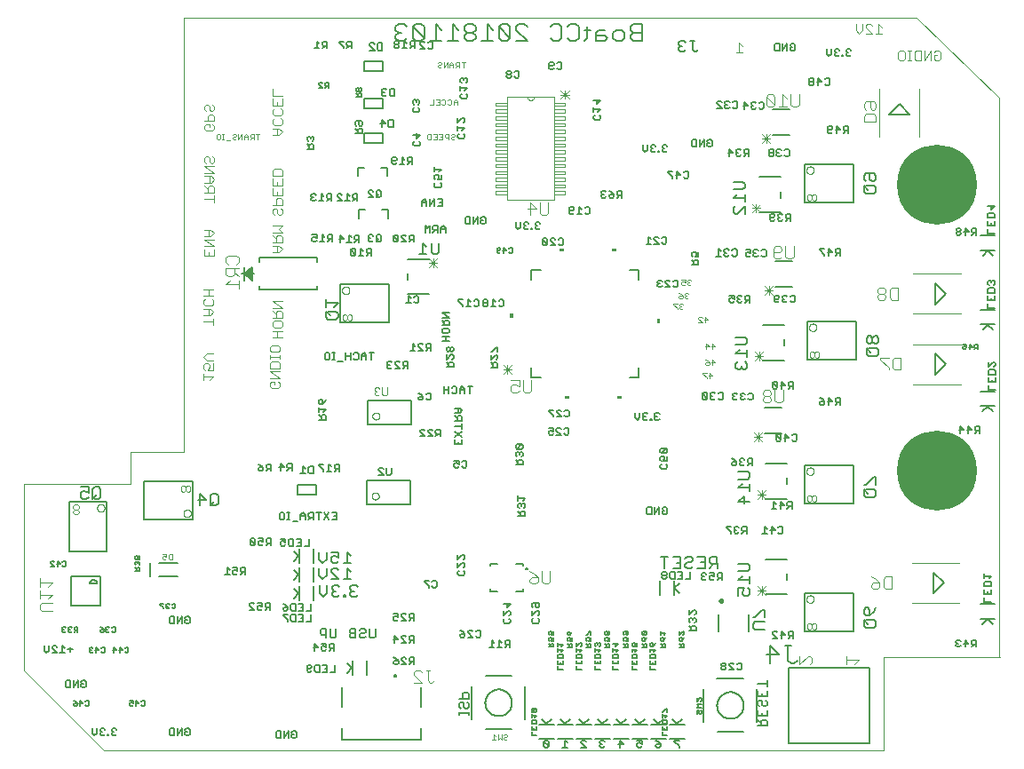
<source format=gbo>
G04 EAGLE Gerber RS-274X export*
G75*
%MOMM*%
%FSLAX34Y34*%
%LPD*%
%INBottom silk*%
%IPPOS*%
%AMOC8*
5,1,8,0,0,1.08239X$1,22.5*%
G01*
%ADD10C,0.000000*%
%ADD11C,7.620000*%
%ADD12C,0.076200*%
%ADD13C,0.152400*%
%ADD14C,0.203200*%
%ADD15C,0.127000*%
%ADD16C,0.254000*%
%ADD17C,0.101600*%
%ADD18C,0.050800*%
%ADD19C,0.200000*%
%ADD20C,0.140000*%

G36*
X563987Y475897D02*
X563987Y475897D01*
X563989Y475896D01*
X564032Y475916D01*
X564075Y475934D01*
X564076Y475936D01*
X564078Y475937D01*
X564111Y476022D01*
X564111Y478562D01*
X564110Y478564D01*
X564111Y478566D01*
X564091Y478609D01*
X564073Y478653D01*
X564071Y478653D01*
X564070Y478655D01*
X563985Y478688D01*
X560175Y478688D01*
X560173Y478687D01*
X560171Y478688D01*
X560128Y478668D01*
X560084Y478650D01*
X560083Y478648D01*
X560081Y478647D01*
X560049Y478562D01*
X560049Y476022D01*
X560049Y476020D01*
X560049Y476018D01*
X560068Y475975D01*
X560087Y475931D01*
X560089Y475930D01*
X560090Y475929D01*
X560175Y475896D01*
X563985Y475896D01*
X563987Y475897D01*
G37*
G36*
X513987Y475897D02*
X513987Y475897D01*
X513989Y475896D01*
X514032Y475916D01*
X514075Y475934D01*
X514076Y475936D01*
X514078Y475937D01*
X514111Y476022D01*
X514111Y478562D01*
X514110Y478564D01*
X514111Y478566D01*
X514091Y478609D01*
X514073Y478653D01*
X514071Y478653D01*
X514070Y478655D01*
X513985Y478688D01*
X510175Y478688D01*
X510173Y478687D01*
X510171Y478688D01*
X510128Y478668D01*
X510084Y478650D01*
X510083Y478648D01*
X510081Y478647D01*
X510049Y478562D01*
X510049Y476022D01*
X510049Y476020D01*
X510049Y476018D01*
X510068Y475975D01*
X510087Y475931D01*
X510089Y475930D01*
X510090Y475929D01*
X510175Y475896D01*
X513985Y475896D01*
X513987Y475897D01*
G37*
G36*
X465704Y412614D02*
X465704Y412614D01*
X465706Y412613D01*
X465749Y412633D01*
X465792Y412651D01*
X465793Y412653D01*
X465795Y412654D01*
X465828Y412739D01*
X465828Y416549D01*
X465827Y416551D01*
X465828Y416553D01*
X465808Y416596D01*
X465790Y416640D01*
X465788Y416640D01*
X465787Y416642D01*
X465702Y416675D01*
X463162Y416675D01*
X463160Y416674D01*
X463158Y416675D01*
X463115Y416655D01*
X463071Y416637D01*
X463070Y416635D01*
X463068Y416634D01*
X463036Y416549D01*
X463036Y412739D01*
X463036Y412737D01*
X463036Y412735D01*
X463055Y412692D01*
X463074Y412648D01*
X463076Y412647D01*
X463077Y412646D01*
X463162Y412613D01*
X465702Y412613D01*
X465704Y412614D01*
G37*
G36*
X606000Y407614D02*
X606000Y407614D01*
X606002Y407613D01*
X606045Y407633D01*
X606088Y407651D01*
X606089Y407653D01*
X606091Y407654D01*
X606124Y407739D01*
X606124Y411549D01*
X606123Y411551D01*
X606124Y411553D01*
X606104Y411596D01*
X606086Y411640D01*
X606084Y411640D01*
X606083Y411642D01*
X605998Y411675D01*
X603458Y411675D01*
X603456Y411674D01*
X603454Y411675D01*
X603411Y411655D01*
X603367Y411637D01*
X603366Y411635D01*
X603364Y411634D01*
X603332Y411549D01*
X603332Y407739D01*
X603332Y407737D01*
X603332Y407735D01*
X603351Y407692D01*
X603370Y407648D01*
X603372Y407647D01*
X603373Y407646D01*
X603458Y407613D01*
X605998Y407613D01*
X606000Y407614D01*
G37*
G36*
X518987Y335601D02*
X518987Y335601D01*
X518989Y335600D01*
X519032Y335620D01*
X519075Y335638D01*
X519076Y335640D01*
X519078Y335641D01*
X519111Y335726D01*
X519111Y338266D01*
X519110Y338268D01*
X519111Y338270D01*
X519091Y338313D01*
X519073Y338357D01*
X519071Y338357D01*
X519070Y338359D01*
X518985Y338392D01*
X515175Y338392D01*
X515173Y338391D01*
X515171Y338392D01*
X515128Y338372D01*
X515084Y338354D01*
X515083Y338352D01*
X515081Y338351D01*
X515049Y338266D01*
X515049Y335726D01*
X515049Y335724D01*
X515049Y335722D01*
X515068Y335679D01*
X515087Y335635D01*
X515089Y335634D01*
X515090Y335633D01*
X515175Y335600D01*
X518985Y335600D01*
X518987Y335601D01*
G37*
G36*
X568987Y335601D02*
X568987Y335601D01*
X568989Y335600D01*
X569032Y335620D01*
X569075Y335638D01*
X569076Y335640D01*
X569078Y335641D01*
X569111Y335726D01*
X569111Y338266D01*
X569110Y338268D01*
X569111Y338270D01*
X569091Y338313D01*
X569073Y338357D01*
X569071Y338357D01*
X569070Y338359D01*
X568985Y338392D01*
X565175Y338392D01*
X565173Y338391D01*
X565171Y338392D01*
X565128Y338372D01*
X565084Y338354D01*
X565083Y338352D01*
X565081Y338351D01*
X565049Y338266D01*
X565049Y335726D01*
X565049Y335724D01*
X565049Y335722D01*
X565068Y335679D01*
X565087Y335635D01*
X565089Y335634D01*
X565090Y335633D01*
X565175Y335600D01*
X568985Y335600D01*
X568987Y335601D01*
G37*
D10*
X819150Y0D02*
X819150Y88900D01*
X929640Y88900D01*
X930150Y88900D01*
X929640Y622300D02*
X850900Y698500D01*
X152400Y698500D01*
X152400Y284480D01*
X101600Y284480D01*
X101600Y254000D01*
X0Y254000D01*
X0Y76200D01*
X76200Y0D01*
X929640Y88900D02*
X929640Y622300D01*
X819150Y0D02*
X76200Y0D01*
D11*
X869950Y266700D03*
X869950Y539750D03*
D12*
X684614Y672132D02*
X681479Y675267D01*
X681479Y665861D01*
X684614Y665861D02*
X678344Y665861D01*
X180943Y595829D02*
X179376Y597397D01*
X180943Y595829D02*
X180943Y592694D01*
X179376Y591126D01*
X173105Y591126D01*
X171537Y592694D01*
X171537Y595829D01*
X173105Y597397D01*
X176240Y597397D01*
X176240Y594262D01*
X171537Y600481D02*
X180943Y600481D01*
X180943Y605184D01*
X179376Y606752D01*
X176240Y606752D01*
X174673Y605184D01*
X174673Y600481D01*
X180943Y614540D02*
X179376Y616107D01*
X180943Y614540D02*
X180943Y611404D01*
X179376Y609837D01*
X177808Y609837D01*
X176240Y611404D01*
X176240Y614540D01*
X174673Y616107D01*
X173105Y616107D01*
X171537Y614540D01*
X171537Y611404D01*
X173105Y609837D01*
X236601Y587121D02*
X242872Y587121D01*
X246007Y590256D01*
X242872Y593392D01*
X236601Y593392D01*
X241304Y593392D02*
X241304Y587121D01*
X246007Y601179D02*
X244439Y602747D01*
X246007Y601179D02*
X246007Y598044D01*
X244439Y596476D01*
X238169Y596476D01*
X236601Y598044D01*
X236601Y601179D01*
X238169Y602747D01*
X246007Y610534D02*
X244439Y612102D01*
X246007Y610534D02*
X246007Y607399D01*
X244439Y605831D01*
X238169Y605831D01*
X236601Y607399D01*
X236601Y610534D01*
X238169Y612102D01*
X246007Y615187D02*
X246007Y621457D01*
X246007Y615187D02*
X236601Y615187D01*
X236601Y621457D01*
X241304Y618322D02*
X241304Y615187D01*
X246007Y624542D02*
X236601Y624542D01*
X236601Y630812D01*
X244439Y517192D02*
X246007Y515624D01*
X246007Y512489D01*
X244439Y510921D01*
X242872Y510921D01*
X241304Y512489D01*
X241304Y515624D01*
X239736Y517192D01*
X238169Y517192D01*
X236601Y515624D01*
X236601Y512489D01*
X238169Y510921D01*
X236601Y520276D02*
X246007Y520276D01*
X246007Y524979D01*
X244439Y526547D01*
X241304Y526547D01*
X239736Y524979D01*
X239736Y520276D01*
X246007Y529631D02*
X246007Y535902D01*
X246007Y529631D02*
X236601Y529631D01*
X236601Y535902D01*
X241304Y532767D02*
X241304Y529631D01*
X246007Y538987D02*
X246007Y545257D01*
X246007Y538987D02*
X236601Y538987D01*
X236601Y545257D01*
X241304Y542122D02*
X241304Y538987D01*
X246007Y548342D02*
X236601Y548342D01*
X236601Y553045D01*
X238169Y554612D01*
X244439Y554612D01*
X246007Y553045D01*
X246007Y548342D01*
X181042Y526072D02*
X171636Y526072D01*
X181042Y522937D02*
X181042Y529207D01*
X181042Y532292D02*
X171636Y532292D01*
X181042Y532292D02*
X181042Y536995D01*
X179475Y538563D01*
X176339Y538563D01*
X174772Y536995D01*
X174772Y532292D01*
X174772Y535427D02*
X171636Y538563D01*
X171636Y541647D02*
X177907Y541647D01*
X181042Y544782D01*
X177907Y547918D01*
X171636Y547918D01*
X176339Y547918D02*
X176339Y541647D01*
X171636Y551002D02*
X181042Y551002D01*
X171636Y557273D01*
X181042Y557273D01*
X181042Y565060D02*
X179475Y566628D01*
X181042Y565060D02*
X181042Y561925D01*
X179475Y560357D01*
X177907Y560357D01*
X176339Y561925D01*
X176339Y565060D01*
X174772Y566628D01*
X173204Y566628D01*
X171636Y565060D01*
X171636Y561925D01*
X173204Y560357D01*
X180643Y478075D02*
X180643Y471804D01*
X171237Y471804D01*
X171237Y478075D01*
X175940Y474939D02*
X175940Y471804D01*
X171237Y481159D02*
X180643Y481159D01*
X171237Y487430D01*
X180643Y487430D01*
X177507Y490514D02*
X171237Y490514D01*
X177507Y490514D02*
X180643Y493650D01*
X177507Y496785D01*
X171237Y496785D01*
X175940Y496785D02*
X175940Y490514D01*
X236601Y475361D02*
X242872Y475361D01*
X246007Y478496D01*
X242872Y481632D01*
X236601Y481632D01*
X241304Y481632D02*
X241304Y475361D01*
X236601Y484716D02*
X246007Y484716D01*
X246007Y489419D01*
X244439Y490987D01*
X241304Y490987D01*
X239736Y489419D01*
X239736Y484716D01*
X239736Y487852D02*
X236601Y490987D01*
X236601Y494071D02*
X246007Y494071D01*
X242872Y497207D01*
X246007Y500342D01*
X236601Y500342D01*
X180313Y408906D02*
X170907Y408906D01*
X180313Y405771D02*
X180313Y412041D01*
X177178Y415126D02*
X170907Y415126D01*
X177178Y415126D02*
X180313Y418261D01*
X177178Y421397D01*
X170907Y421397D01*
X175610Y421397D02*
X175610Y415126D01*
X180313Y429184D02*
X178745Y430752D01*
X180313Y429184D02*
X180313Y426049D01*
X178745Y424481D01*
X172475Y424481D01*
X170907Y426049D01*
X170907Y429184D01*
X172475Y430752D01*
X170907Y433836D02*
X180313Y433836D01*
X175610Y433836D02*
X175610Y440107D01*
X180313Y440107D02*
X170907Y440107D01*
X236601Y394081D02*
X246007Y394081D01*
X241304Y394081D02*
X241304Y400352D01*
X246007Y400352D02*
X236601Y400352D01*
X246007Y405004D02*
X246007Y408139D01*
X246007Y405004D02*
X244439Y403436D01*
X238169Y403436D01*
X236601Y405004D01*
X236601Y408139D01*
X238169Y409707D01*
X244439Y409707D01*
X246007Y408139D01*
X246007Y412791D02*
X236601Y412791D01*
X246007Y412791D02*
X246007Y417494D01*
X244439Y419062D01*
X241304Y419062D01*
X239736Y417494D01*
X239736Y412791D01*
X239736Y415927D02*
X236601Y419062D01*
X236601Y422147D02*
X246007Y422147D01*
X236601Y428417D01*
X246007Y428417D01*
X867108Y666079D02*
X868676Y667647D01*
X871811Y667647D01*
X873379Y666079D01*
X873379Y659809D01*
X871811Y658241D01*
X868676Y658241D01*
X867108Y659809D01*
X867108Y662944D01*
X870244Y662944D01*
X864024Y658241D02*
X864024Y667647D01*
X857753Y658241D01*
X857753Y667647D01*
X854669Y667647D02*
X854669Y658241D01*
X849966Y658241D01*
X848398Y659809D01*
X848398Y666079D01*
X849966Y667647D01*
X854669Y667647D01*
X845313Y658241D02*
X842178Y658241D01*
X843746Y658241D02*
X843746Y667647D01*
X845313Y667647D02*
X842178Y667647D01*
X837509Y667647D02*
X834374Y667647D01*
X837509Y667647D02*
X839077Y666079D01*
X839077Y659809D01*
X837509Y658241D01*
X834374Y658241D01*
X832806Y659809D01*
X832806Y666079D01*
X834374Y667647D01*
X817499Y689912D02*
X814364Y693047D01*
X814364Y683641D01*
X817499Y683641D02*
X811228Y683641D01*
X808144Y683641D02*
X801873Y683641D01*
X808144Y683641D02*
X801873Y689912D01*
X801873Y691479D01*
X803441Y693047D01*
X806576Y693047D01*
X808144Y691479D01*
X798789Y693047D02*
X798789Y686776D01*
X795653Y683641D01*
X792518Y686776D01*
X792518Y693047D01*
D13*
X334518Y116085D02*
X334518Y108883D01*
X333077Y107442D01*
X330196Y107442D01*
X328756Y108883D01*
X328756Y116085D01*
X320841Y116085D02*
X319401Y114645D01*
X320841Y116085D02*
X323722Y116085D01*
X325163Y114645D01*
X325163Y113204D01*
X323722Y111764D01*
X320841Y111764D01*
X319401Y110323D01*
X319401Y108883D01*
X320841Y107442D01*
X323722Y107442D01*
X325163Y108883D01*
X315808Y107442D02*
X315808Y116085D01*
X311486Y116085D01*
X310045Y114645D01*
X310045Y113204D01*
X311486Y111764D01*
X310045Y110323D01*
X310045Y108883D01*
X311486Y107442D01*
X315808Y107442D01*
X315808Y111764D02*
X311486Y111764D01*
X297097Y108883D02*
X297097Y116085D01*
X297097Y108883D02*
X295657Y107442D01*
X292776Y107442D01*
X291335Y108883D01*
X291335Y116085D01*
X287742Y116085D02*
X287742Y107442D01*
X287742Y116085D02*
X283420Y116085D01*
X281980Y114645D01*
X281980Y111764D01*
X283420Y110323D01*
X287742Y110323D01*
D14*
X660439Y174202D02*
X660383Y184879D01*
X655044Y184851D01*
X653274Y183062D01*
X653293Y179503D01*
X655082Y177733D01*
X660420Y177761D01*
X656861Y177742D02*
X653321Y174165D01*
X648689Y184818D02*
X641571Y184781D01*
X648689Y184818D02*
X648745Y174141D01*
X641627Y174104D01*
X645158Y179461D02*
X648717Y179479D01*
X631657Y184729D02*
X629887Y182940D01*
X631657Y184729D02*
X635216Y184747D01*
X637005Y182977D01*
X637014Y181198D01*
X635244Y179409D01*
X631685Y179390D01*
X629915Y177601D01*
X629924Y175822D01*
X631713Y174052D01*
X635272Y174070D01*
X637042Y175859D01*
X625302Y184695D02*
X618184Y184658D01*
X625302Y184695D02*
X625357Y174018D01*
X618240Y173981D01*
X621771Y179338D02*
X625330Y179357D01*
X610105Y173938D02*
X610049Y184615D01*
X613608Y184634D02*
X606490Y184597D01*
D15*
X499745Y8895D02*
X499745Y4319D01*
X499745Y8895D02*
X498601Y10039D01*
X496313Y10039D01*
X495169Y8895D01*
X495169Y4319D01*
X496313Y3175D01*
X498601Y3175D01*
X499745Y4319D01*
X495169Y8895D01*
X515237Y10039D02*
X517525Y7751D01*
X515237Y10039D02*
X515237Y3175D01*
X517525Y3175D02*
X512949Y3175D01*
X530729Y3175D02*
X535305Y3175D01*
X530729Y7751D01*
X530729Y8895D01*
X531873Y10039D01*
X534161Y10039D01*
X535305Y8895D01*
X551941Y10039D02*
X553085Y8895D01*
X551941Y10039D02*
X549653Y10039D01*
X548509Y8895D01*
X548509Y7751D01*
X549653Y6607D01*
X550797Y6607D01*
X549653Y6607D02*
X548509Y5463D01*
X548509Y4319D01*
X549653Y3175D01*
X551941Y3175D01*
X553085Y4319D01*
X567433Y3175D02*
X567433Y10039D01*
X570865Y6607D01*
X566289Y6607D01*
X584069Y10039D02*
X588645Y10039D01*
X588645Y6607D01*
X586357Y7751D01*
X585213Y7751D01*
X584069Y6607D01*
X584069Y4319D01*
X585213Y3175D01*
X587501Y3175D01*
X588645Y4319D01*
X619629Y10039D02*
X624205Y10039D01*
X619629Y10039D02*
X619629Y8895D01*
X624205Y4319D01*
X624205Y3175D01*
D13*
X699262Y23622D02*
X707905Y23622D01*
X707905Y27944D01*
X706465Y29384D01*
X703584Y29384D01*
X702143Y27944D01*
X702143Y23622D01*
X702143Y26503D02*
X699262Y29384D01*
X707905Y32977D02*
X707905Y38739D01*
X707905Y32977D02*
X699262Y32977D01*
X699262Y38739D01*
X703584Y35858D02*
X703584Y32977D01*
X707905Y46654D02*
X706465Y48095D01*
X707905Y46654D02*
X707905Y43773D01*
X706465Y42332D01*
X705024Y42332D01*
X703584Y43773D01*
X703584Y46654D01*
X702143Y48095D01*
X700703Y48095D01*
X699262Y46654D01*
X699262Y43773D01*
X700703Y42332D01*
X707905Y51688D02*
X707905Y57450D01*
X707905Y51688D02*
X699262Y51688D01*
X699262Y57450D01*
X703584Y54569D02*
X703584Y51688D01*
X699262Y63924D02*
X707905Y63924D01*
X707905Y61043D02*
X707905Y66805D01*
X414782Y37116D02*
X414782Y34235D01*
X414782Y35675D02*
X423425Y35675D01*
X423425Y34235D02*
X423425Y37116D01*
X423425Y44793D02*
X421985Y46234D01*
X423425Y44793D02*
X423425Y41912D01*
X421985Y40472D01*
X420544Y40472D01*
X419104Y41912D01*
X419104Y44793D01*
X417663Y46234D01*
X416223Y46234D01*
X414782Y44793D01*
X414782Y41912D01*
X416223Y40472D01*
X414782Y49827D02*
X423425Y49827D01*
X423425Y54148D01*
X421985Y55589D01*
X419104Y55589D01*
X417663Y54148D01*
X417663Y49827D01*
D14*
X311404Y185934D02*
X307845Y189493D01*
X307845Y178816D01*
X311404Y178816D02*
X304286Y178816D01*
X299710Y189493D02*
X292592Y189493D01*
X299710Y189493D02*
X299710Y184155D01*
X296151Y185934D01*
X294371Y185934D01*
X292592Y184155D01*
X292592Y180596D01*
X294371Y178816D01*
X297931Y178816D01*
X299710Y180596D01*
X288016Y182375D02*
X288016Y189493D01*
X288016Y182375D02*
X284457Y178816D01*
X280898Y182375D01*
X280898Y189493D01*
X307845Y174253D02*
X311404Y170694D01*
X307845Y174253D02*
X307845Y163576D01*
X311404Y163576D02*
X304286Y163576D01*
X299710Y163576D02*
X292592Y163576D01*
X299710Y163576D02*
X292592Y170694D01*
X292592Y172474D01*
X294371Y174253D01*
X297931Y174253D01*
X299710Y172474D01*
X288016Y174253D02*
X288016Y167135D01*
X284457Y163576D01*
X280898Y167135D01*
X280898Y174253D01*
X315950Y157558D02*
X317730Y155778D01*
X315950Y157558D02*
X312391Y157558D01*
X310612Y155778D01*
X310612Y153999D01*
X312391Y152219D01*
X314171Y152219D01*
X312391Y152219D02*
X310612Y150440D01*
X310612Y148660D01*
X312391Y146881D01*
X315950Y146881D01*
X317730Y148660D01*
X306036Y148660D02*
X306036Y146881D01*
X306036Y148660D02*
X304256Y148660D01*
X304256Y146881D01*
X306036Y146881D01*
X300189Y155778D02*
X298409Y157558D01*
X294850Y157558D01*
X293071Y155778D01*
X293071Y153999D01*
X294850Y152219D01*
X296630Y152219D01*
X294850Y152219D02*
X293071Y150440D01*
X293071Y148660D01*
X294850Y146881D01*
X298409Y146881D01*
X300189Y148660D01*
X288495Y150440D02*
X288495Y157558D01*
X288495Y150440D02*
X284936Y146881D01*
X281377Y150440D01*
X281377Y157558D01*
D16*
X662738Y143048D02*
X662740Y143118D01*
X662746Y143187D01*
X662756Y143256D01*
X662769Y143324D01*
X662787Y143391D01*
X662808Y143458D01*
X662833Y143523D01*
X662862Y143586D01*
X662894Y143648D01*
X662930Y143708D01*
X662969Y143765D01*
X663011Y143821D01*
X663056Y143874D01*
X663104Y143924D01*
X663155Y143971D01*
X663209Y144016D01*
X663265Y144057D01*
X663323Y144095D01*
X663383Y144130D01*
X663446Y144162D01*
X663509Y144189D01*
X663575Y144213D01*
X663641Y144234D01*
X663709Y144250D01*
X663777Y144263D01*
X663846Y144272D01*
X663916Y144277D01*
X663985Y144278D01*
X664055Y144275D01*
X664124Y144268D01*
X664193Y144257D01*
X664261Y144243D01*
X664328Y144224D01*
X664394Y144202D01*
X664459Y144176D01*
X664522Y144146D01*
X664583Y144113D01*
X664642Y144077D01*
X664699Y144037D01*
X664754Y143994D01*
X664806Y143948D01*
X664856Y143899D01*
X664903Y143847D01*
X664946Y143793D01*
X664987Y143737D01*
X665024Y143678D01*
X665058Y143617D01*
X665089Y143555D01*
X665116Y143490D01*
X665139Y143425D01*
X665158Y143358D01*
X665174Y143290D01*
X665186Y143221D01*
X665194Y143152D01*
X665198Y143083D01*
X665198Y143013D01*
X665194Y142944D01*
X665186Y142875D01*
X665174Y142806D01*
X665158Y142738D01*
X665139Y142671D01*
X665116Y142606D01*
X665089Y142541D01*
X665058Y142479D01*
X665024Y142418D01*
X664987Y142359D01*
X664946Y142303D01*
X664903Y142249D01*
X664856Y142197D01*
X664806Y142148D01*
X664754Y142102D01*
X664699Y142059D01*
X664642Y142019D01*
X664583Y141983D01*
X664522Y141950D01*
X664459Y141920D01*
X664394Y141894D01*
X664328Y141872D01*
X664261Y141853D01*
X664193Y141839D01*
X664124Y141828D01*
X664055Y141821D01*
X663985Y141818D01*
X663916Y141819D01*
X663846Y141824D01*
X663777Y141833D01*
X663709Y141846D01*
X663641Y141862D01*
X663575Y141883D01*
X663509Y141907D01*
X663446Y141934D01*
X663383Y141966D01*
X663323Y142001D01*
X663265Y142039D01*
X663209Y142080D01*
X663155Y142125D01*
X663104Y142172D01*
X663056Y142222D01*
X663011Y142275D01*
X662969Y142331D01*
X662930Y142388D01*
X662894Y142448D01*
X662862Y142510D01*
X662833Y142573D01*
X662808Y142638D01*
X662787Y142705D01*
X662769Y142772D01*
X662756Y142840D01*
X662746Y142909D01*
X662740Y142978D01*
X662738Y143048D01*
D15*
X435096Y507682D02*
X436240Y508826D01*
X438528Y508826D01*
X439672Y507682D01*
X439672Y503106D01*
X438528Y501962D01*
X436240Y501962D01*
X435096Y503106D01*
X435096Y505394D01*
X437384Y505394D01*
X432188Y501962D02*
X432188Y508826D01*
X427612Y501962D01*
X427612Y508826D01*
X424703Y508826D02*
X424703Y501962D01*
X421272Y501962D01*
X420128Y503106D01*
X420128Y507682D01*
X421272Y508826D01*
X424703Y508826D01*
X650996Y581342D02*
X652140Y582486D01*
X654428Y582486D01*
X655572Y581342D01*
X655572Y576766D01*
X654428Y575622D01*
X652140Y575622D01*
X650996Y576766D01*
X650996Y579054D01*
X653284Y579054D01*
X648088Y575622D02*
X648088Y582486D01*
X643512Y575622D01*
X643512Y582486D01*
X640603Y582486D02*
X640603Y575622D01*
X637172Y575622D01*
X636028Y576766D01*
X636028Y581342D01*
X637172Y582486D01*
X640603Y582486D01*
X491674Y502602D02*
X490530Y503746D01*
X488242Y503746D01*
X487098Y502602D01*
X487098Y501458D01*
X488242Y500314D01*
X489386Y500314D01*
X488242Y500314D02*
X487098Y499170D01*
X487098Y498026D01*
X488242Y496882D01*
X490530Y496882D01*
X491674Y498026D01*
X484190Y498026D02*
X484190Y496882D01*
X484190Y498026D02*
X483046Y498026D01*
X483046Y496882D01*
X484190Y496882D01*
X480448Y502602D02*
X479304Y503746D01*
X477016Y503746D01*
X475872Y502602D01*
X475872Y501458D01*
X477016Y500314D01*
X478160Y500314D01*
X477016Y500314D02*
X475872Y499170D01*
X475872Y498026D01*
X477016Y496882D01*
X479304Y496882D01*
X480448Y498026D01*
X472963Y499170D02*
X472963Y503746D01*
X472963Y499170D02*
X470675Y496882D01*
X468388Y499170D01*
X468388Y503746D01*
X730095Y672920D02*
X731239Y674064D01*
X733527Y674064D01*
X734671Y672920D01*
X734671Y668344D01*
X733527Y667200D01*
X731239Y667200D01*
X730095Y668344D01*
X730095Y670632D01*
X732383Y670632D01*
X727187Y667200D02*
X727187Y674064D01*
X722611Y667200D01*
X722611Y674064D01*
X719702Y674064D02*
X719702Y667200D01*
X716271Y667200D01*
X715127Y668344D01*
X715127Y672920D01*
X716271Y674064D01*
X719702Y674064D01*
X786867Y668984D02*
X788011Y667840D01*
X786867Y668984D02*
X784579Y668984D01*
X783435Y667840D01*
X783435Y666696D01*
X784579Y665552D01*
X785723Y665552D01*
X784579Y665552D02*
X783435Y664408D01*
X783435Y663264D01*
X784579Y662120D01*
X786867Y662120D01*
X788011Y663264D01*
X780527Y663264D02*
X780527Y662120D01*
X780527Y663264D02*
X779383Y663264D01*
X779383Y662120D01*
X780527Y662120D01*
X776785Y667840D02*
X775641Y668984D01*
X773353Y668984D01*
X772209Y667840D01*
X772209Y666696D01*
X773353Y665552D01*
X774497Y665552D01*
X773353Y665552D02*
X772209Y664408D01*
X772209Y663264D01*
X773353Y662120D01*
X775641Y662120D01*
X776785Y663264D01*
X769300Y664408D02*
X769300Y668984D01*
X769300Y664408D02*
X767012Y662120D01*
X764724Y664408D01*
X764724Y668984D01*
X609319Y232104D02*
X608175Y230960D01*
X609319Y232104D02*
X611607Y232104D01*
X612751Y230960D01*
X612751Y226384D01*
X611607Y225240D01*
X609319Y225240D01*
X608175Y226384D01*
X608175Y228672D01*
X610463Y228672D01*
X605267Y225240D02*
X605267Y232104D01*
X600691Y225240D01*
X600691Y232104D01*
X597782Y232104D02*
X597782Y225240D01*
X594351Y225240D01*
X593207Y226384D01*
X593207Y230960D01*
X594351Y232104D01*
X597782Y232104D01*
X605411Y320961D02*
X604267Y322105D01*
X601979Y322105D01*
X600835Y320961D01*
X600835Y319817D01*
X601979Y318673D01*
X603123Y318673D01*
X601979Y318673D02*
X600835Y317529D01*
X600835Y316385D01*
X601979Y315241D01*
X604267Y315241D01*
X605411Y316385D01*
X597927Y316385D02*
X597927Y315241D01*
X597927Y316385D02*
X596783Y316385D01*
X596783Y315241D01*
X597927Y315241D01*
X594184Y320961D02*
X593041Y322105D01*
X590753Y322105D01*
X589609Y320961D01*
X589609Y319817D01*
X590753Y318673D01*
X591897Y318673D01*
X590753Y318673D02*
X589609Y317529D01*
X589609Y316385D01*
X590753Y315241D01*
X593041Y315241D01*
X594184Y316385D01*
X586700Y317529D02*
X586700Y322105D01*
X586700Y317529D02*
X584412Y315241D01*
X582124Y317529D01*
X582124Y322105D01*
X612751Y576400D02*
X611607Y577544D01*
X609319Y577544D01*
X608175Y576400D01*
X608175Y575256D01*
X609319Y574112D01*
X610463Y574112D01*
X609319Y574112D02*
X608175Y572968D01*
X608175Y571824D01*
X609319Y570680D01*
X611607Y570680D01*
X612751Y571824D01*
X605267Y571824D02*
X605267Y570680D01*
X605267Y571824D02*
X604123Y571824D01*
X604123Y570680D01*
X605267Y570680D01*
X601525Y576400D02*
X600381Y577544D01*
X598093Y577544D01*
X596949Y576400D01*
X596949Y575256D01*
X598093Y574112D01*
X599237Y574112D01*
X598093Y574112D02*
X596949Y572968D01*
X596949Y571824D01*
X598093Y570680D01*
X600381Y570680D01*
X601525Y571824D01*
X594040Y572968D02*
X594040Y577544D01*
X594040Y572968D02*
X591752Y570680D01*
X589464Y572968D01*
X589464Y577544D01*
X154300Y127826D02*
X153156Y126682D01*
X154300Y127826D02*
X156588Y127826D01*
X157732Y126682D01*
X157732Y122106D01*
X156588Y120962D01*
X154300Y120962D01*
X153156Y122106D01*
X153156Y124394D01*
X155444Y124394D01*
X150248Y120962D02*
X150248Y127826D01*
X145672Y120962D01*
X145672Y127826D01*
X142763Y127826D02*
X142763Y120962D01*
X139332Y120962D01*
X138188Y122106D01*
X138188Y126682D01*
X139332Y127826D01*
X142763Y127826D01*
X55240Y66866D02*
X54096Y65722D01*
X55240Y66866D02*
X57528Y66866D01*
X58672Y65722D01*
X58672Y61146D01*
X57528Y60002D01*
X55240Y60002D01*
X54096Y61146D01*
X54096Y63434D01*
X56384Y63434D01*
X51188Y60002D02*
X51188Y66866D01*
X46612Y60002D01*
X46612Y66866D01*
X43703Y66866D02*
X43703Y60002D01*
X40272Y60002D01*
X39128Y61146D01*
X39128Y65722D01*
X40272Y66866D01*
X43703Y66866D01*
X86670Y21146D02*
X87814Y20002D01*
X86670Y21146D02*
X84382Y21146D01*
X83238Y20002D01*
X83238Y18858D01*
X84382Y17714D01*
X85526Y17714D01*
X84382Y17714D02*
X83238Y16570D01*
X83238Y15426D01*
X84382Y14282D01*
X86670Y14282D01*
X87814Y15426D01*
X80330Y15426D02*
X80330Y14282D01*
X80330Y15426D02*
X79186Y15426D01*
X79186Y14282D01*
X80330Y14282D01*
X76588Y20002D02*
X75444Y21146D01*
X73156Y21146D01*
X72012Y20002D01*
X72012Y18858D01*
X73156Y17714D01*
X74300Y17714D01*
X73156Y17714D02*
X72012Y16570D01*
X72012Y15426D01*
X73156Y14282D01*
X75444Y14282D01*
X76588Y15426D01*
X69103Y16570D02*
X69103Y21146D01*
X69103Y16570D02*
X66815Y14282D01*
X64528Y16570D01*
X64528Y21146D01*
X45836Y96454D02*
X41260Y96454D01*
X43548Y98742D02*
X43548Y94166D01*
X38352Y97598D02*
X36064Y99886D01*
X36064Y93022D01*
X38352Y93022D02*
X33776Y93022D01*
X30868Y93022D02*
X26292Y93022D01*
X30868Y93022D02*
X26292Y97598D01*
X26292Y98742D01*
X27436Y99886D01*
X29724Y99886D01*
X30868Y98742D01*
X23383Y99886D02*
X23383Y95310D01*
X21095Y93022D01*
X18808Y95310D01*
X18808Y99886D01*
D17*
X418317Y651187D02*
X418317Y656271D01*
X420012Y656271D02*
X416622Y656271D01*
X414399Y656271D02*
X414399Y651187D01*
X414399Y656271D02*
X411857Y656271D01*
X411009Y655424D01*
X411009Y653729D01*
X411857Y652882D01*
X414399Y652882D01*
X412704Y652882D02*
X411009Y651187D01*
X408786Y651187D02*
X408786Y654577D01*
X407091Y656271D01*
X405396Y654577D01*
X405396Y651187D01*
X405396Y653729D02*
X408786Y653729D01*
X403173Y651187D02*
X403173Y656271D01*
X399783Y651187D01*
X399783Y656271D01*
X395017Y656271D02*
X394170Y655424D01*
X395017Y656271D02*
X396712Y656271D01*
X397559Y655424D01*
X397559Y654577D01*
X396712Y653729D01*
X395017Y653729D01*
X394170Y652882D01*
X394170Y652035D01*
X395017Y651187D01*
X396712Y651187D01*
X397559Y652035D01*
X412392Y619017D02*
X412392Y615627D01*
X412392Y619017D02*
X410697Y620711D01*
X409002Y619017D01*
X409002Y615627D01*
X409002Y618169D02*
X412392Y618169D01*
X404237Y620711D02*
X403389Y619864D01*
X404237Y620711D02*
X405931Y620711D01*
X406779Y619864D01*
X406779Y616475D01*
X405931Y615627D01*
X404237Y615627D01*
X403389Y616475D01*
X398623Y620711D02*
X397776Y619864D01*
X398623Y620711D02*
X400318Y620711D01*
X401166Y619864D01*
X401166Y616475D01*
X400318Y615627D01*
X398623Y615627D01*
X397776Y616475D01*
X395553Y620711D02*
X392163Y620711D01*
X395553Y620711D02*
X395553Y615627D01*
X392163Y615627D01*
X393858Y618169D02*
X395553Y618169D01*
X389939Y620711D02*
X389939Y615627D01*
X386550Y615627D01*
X407310Y587691D02*
X406462Y586844D01*
X407310Y587691D02*
X409004Y587691D01*
X409852Y586844D01*
X409852Y585997D01*
X409004Y585149D01*
X407310Y585149D01*
X406462Y584302D01*
X406462Y583455D01*
X407310Y582607D01*
X409004Y582607D01*
X409852Y583455D01*
X404239Y582607D02*
X404239Y587691D01*
X401697Y587691D01*
X400849Y586844D01*
X400849Y585149D01*
X401697Y584302D01*
X404239Y584302D01*
X398626Y587691D02*
X395236Y587691D01*
X398626Y587691D02*
X398626Y582607D01*
X395236Y582607D01*
X396931Y585149D02*
X398626Y585149D01*
X393013Y587691D02*
X389623Y587691D01*
X393013Y587691D02*
X393013Y582607D01*
X389623Y582607D01*
X391318Y585149D02*
X393013Y585149D01*
X387399Y587691D02*
X387399Y582607D01*
X384857Y582607D01*
X384010Y583455D01*
X384010Y586844D01*
X384857Y587691D01*
X387399Y587691D01*
D15*
X393780Y526049D02*
X398356Y526049D01*
X398356Y519186D01*
X393780Y519186D01*
X396068Y522618D02*
X398356Y522618D01*
X390872Y526049D02*
X390872Y519186D01*
X386296Y519186D02*
X390872Y526049D01*
X386296Y526049D02*
X386296Y519186D01*
X383388Y519186D02*
X383388Y523762D01*
X381100Y526049D01*
X378812Y523762D01*
X378812Y519186D01*
X378812Y522618D02*
X383388Y522618D01*
X401439Y498361D02*
X401439Y493785D01*
X401439Y498361D02*
X399151Y500649D01*
X396863Y498361D01*
X396863Y493785D01*
X396863Y497217D02*
X401439Y497217D01*
X393955Y493785D02*
X393955Y500649D01*
X390523Y500649D01*
X389379Y499505D01*
X389379Y497217D01*
X390523Y496073D01*
X393955Y496073D01*
X391667Y496073D02*
X389379Y493785D01*
X386470Y493785D02*
X386470Y500649D01*
X384183Y498361D01*
X381895Y500649D01*
X381895Y493785D01*
X397960Y390549D02*
X404824Y390549D01*
X401392Y390549D02*
X401392Y395125D01*
X404824Y395125D02*
X397960Y395125D01*
X404824Y399177D02*
X404824Y401465D01*
X404824Y399177D02*
X403680Y398033D01*
X399104Y398033D01*
X397960Y399177D01*
X397960Y401465D01*
X399104Y402609D01*
X403680Y402609D01*
X404824Y401465D01*
X404824Y405518D02*
X397960Y405518D01*
X404824Y405518D02*
X404824Y408949D01*
X403680Y410093D01*
X401392Y410093D01*
X400248Y408949D01*
X400248Y405518D01*
X400248Y407806D02*
X397960Y410093D01*
X397960Y413002D02*
X404824Y413002D01*
X397960Y417578D01*
X404824Y417578D01*
X417386Y296696D02*
X417386Y292120D01*
X410522Y292120D01*
X410522Y296696D01*
X413954Y294408D02*
X413954Y292120D01*
X417386Y299604D02*
X410522Y304180D01*
X410522Y299604D02*
X417386Y304180D01*
X417386Y309376D02*
X410522Y309376D01*
X417386Y307088D02*
X417386Y311664D01*
X417386Y314572D02*
X410522Y314572D01*
X417386Y314572D02*
X417386Y318004D01*
X416242Y319148D01*
X413954Y319148D01*
X412810Y318004D01*
X412810Y314572D01*
X412810Y316860D02*
X410522Y319148D01*
X410522Y322057D02*
X415098Y322057D01*
X417386Y324345D01*
X415098Y326633D01*
X410522Y326633D01*
X413954Y326633D02*
X413954Y322057D01*
X424809Y340379D02*
X424809Y347243D01*
X427097Y347243D02*
X422521Y347243D01*
X419613Y344955D02*
X419613Y340379D01*
X419613Y344955D02*
X417325Y347243D01*
X415037Y344955D01*
X415037Y340379D01*
X415037Y343811D02*
X419613Y343811D01*
X408697Y347243D02*
X407553Y346099D01*
X408697Y347243D02*
X410985Y347243D01*
X412129Y346099D01*
X412129Y341523D01*
X410985Y340379D01*
X408697Y340379D01*
X407553Y341523D01*
X404645Y340379D02*
X404645Y347243D01*
X404645Y343811D02*
X400069Y343811D01*
X400069Y347243D02*
X400069Y340379D01*
D12*
X179967Y356576D02*
X176832Y353441D01*
X179967Y356576D02*
X170561Y356576D01*
X170561Y353441D02*
X170561Y359712D01*
X179967Y362796D02*
X179967Y369067D01*
X179967Y362796D02*
X175264Y362796D01*
X176832Y365932D01*
X176832Y367499D01*
X175264Y369067D01*
X172129Y369067D01*
X170561Y367499D01*
X170561Y364364D01*
X172129Y362796D01*
X173696Y372151D02*
X179967Y372151D01*
X173696Y372151D02*
X170561Y375287D01*
X173696Y378422D01*
X179967Y378422D01*
X241899Y352092D02*
X243467Y350524D01*
X243467Y347389D01*
X241899Y345821D01*
X235629Y345821D01*
X234061Y347389D01*
X234061Y350524D01*
X235629Y352092D01*
X238764Y352092D01*
X238764Y348956D01*
X234061Y355176D02*
X243467Y355176D01*
X234061Y361447D01*
X243467Y361447D01*
X243467Y364531D02*
X234061Y364531D01*
X234061Y369234D01*
X235629Y370802D01*
X241899Y370802D01*
X243467Y369234D01*
X243467Y364531D01*
X234061Y373887D02*
X234061Y377022D01*
X234061Y375454D02*
X243467Y375454D01*
X243467Y373887D02*
X243467Y377022D01*
X243467Y381691D02*
X243467Y384826D01*
X243467Y381691D02*
X241899Y380123D01*
X235629Y380123D01*
X234061Y381691D01*
X234061Y384826D01*
X235629Y386394D01*
X241899Y386394D01*
X243467Y384826D01*
D15*
X154300Y21146D02*
X153156Y20002D01*
X154300Y21146D02*
X156588Y21146D01*
X157732Y20002D01*
X157732Y15426D01*
X156588Y14282D01*
X154300Y14282D01*
X153156Y15426D01*
X153156Y17714D01*
X155444Y17714D01*
X150248Y14282D02*
X150248Y21146D01*
X145672Y14282D01*
X145672Y21146D01*
X142763Y21146D02*
X142763Y14282D01*
X139332Y14282D01*
X138188Y15426D01*
X138188Y20002D01*
X139332Y21146D01*
X142763Y21146D01*
X254756Y17462D02*
X255900Y18606D01*
X258188Y18606D01*
X259332Y17462D01*
X259332Y12886D01*
X258188Y11742D01*
X255900Y11742D01*
X254756Y12886D01*
X254756Y15174D01*
X257044Y15174D01*
X251848Y11742D02*
X251848Y18606D01*
X247272Y11742D01*
X247272Y18606D01*
X244363Y18606D02*
X244363Y11742D01*
X240932Y11742D01*
X239788Y12886D01*
X239788Y17462D01*
X240932Y18606D01*
X244363Y18606D01*
X293215Y227024D02*
X297791Y227024D01*
X297791Y220160D01*
X293215Y220160D01*
X295503Y223592D02*
X297791Y223592D01*
X290307Y227024D02*
X285731Y220160D01*
X290307Y220160D02*
X285731Y227024D01*
X280535Y227024D02*
X280535Y220160D01*
X282822Y227024D02*
X278247Y227024D01*
X275338Y227024D02*
X275338Y220160D01*
X275338Y227024D02*
X271906Y227024D01*
X270762Y225880D01*
X270762Y223592D01*
X271906Y222448D01*
X275338Y222448D01*
X273050Y222448D02*
X270762Y220160D01*
X267854Y220160D02*
X267854Y224736D01*
X265566Y227024D01*
X263278Y224736D01*
X263278Y220160D01*
X263278Y223592D02*
X267854Y223592D01*
X260370Y219016D02*
X255794Y219016D01*
X252886Y220160D02*
X250598Y220160D01*
X251742Y220160D02*
X251742Y227024D01*
X252886Y227024D02*
X250598Y227024D01*
X246752Y227024D02*
X244464Y227024D01*
X246752Y227024D02*
X247896Y225880D01*
X247896Y221304D01*
X246752Y220160D01*
X244464Y220160D01*
X243320Y221304D01*
X243320Y225880D01*
X244464Y227024D01*
X331063Y372560D02*
X331063Y379424D01*
X333351Y379424D02*
X328775Y379424D01*
X325867Y377136D02*
X325867Y372560D01*
X325867Y377136D02*
X323579Y379424D01*
X321291Y377136D01*
X321291Y372560D01*
X321291Y375992D02*
X325867Y375992D01*
X314951Y379424D02*
X313807Y378280D01*
X314951Y379424D02*
X317238Y379424D01*
X318382Y378280D01*
X318382Y373704D01*
X317238Y372560D01*
X314951Y372560D01*
X313807Y373704D01*
X310898Y372560D02*
X310898Y379424D01*
X310898Y375992D02*
X306322Y375992D01*
X306322Y379424D02*
X306322Y372560D01*
X303414Y371416D02*
X298838Y371416D01*
X295930Y372560D02*
X293642Y372560D01*
X294786Y372560D02*
X294786Y379424D01*
X295930Y379424D02*
X293642Y379424D01*
X289797Y379424D02*
X287509Y379424D01*
X289797Y379424D02*
X290941Y378280D01*
X290941Y373704D01*
X289797Y372560D01*
X287509Y372560D01*
X286365Y373704D01*
X286365Y378280D01*
X287509Y379424D01*
D17*
X222465Y582607D02*
X222465Y587691D01*
X220771Y587691D02*
X224160Y587691D01*
X218547Y587691D02*
X218547Y582607D01*
X218547Y587691D02*
X216005Y587691D01*
X215157Y586844D01*
X215157Y585149D01*
X216005Y584302D01*
X218547Y584302D01*
X216852Y584302D02*
X215157Y582607D01*
X212934Y582607D02*
X212934Y585997D01*
X211239Y587691D01*
X209544Y585997D01*
X209544Y582607D01*
X209544Y585149D02*
X212934Y585149D01*
X207321Y582607D02*
X207321Y587691D01*
X203931Y582607D01*
X203931Y587691D01*
X199166Y587691D02*
X198318Y586844D01*
X199166Y587691D02*
X200860Y587691D01*
X201708Y586844D01*
X201708Y585997D01*
X200860Y585149D01*
X199166Y585149D01*
X198318Y584302D01*
X198318Y583455D01*
X199166Y582607D01*
X200860Y582607D01*
X201708Y583455D01*
X196095Y581760D02*
X192705Y581760D01*
X190482Y582607D02*
X188787Y582607D01*
X189634Y582607D02*
X189634Y587691D01*
X188787Y587691D02*
X190482Y587691D01*
X185892Y587691D02*
X184197Y587691D01*
X185892Y587691D02*
X186740Y586844D01*
X186740Y583455D01*
X185892Y582607D01*
X184197Y582607D01*
X183350Y583455D01*
X183350Y586844D01*
X184197Y587691D01*
D13*
X588518Y676402D02*
X588518Y692672D01*
X580383Y692672D01*
X577671Y689960D01*
X577671Y687249D01*
X580383Y684537D01*
X577671Y681825D01*
X577671Y679114D01*
X580383Y676402D01*
X588518Y676402D01*
X588518Y684537D02*
X580383Y684537D01*
X569435Y676402D02*
X564012Y676402D01*
X561300Y679114D01*
X561300Y684537D01*
X564012Y687249D01*
X569435Y687249D01*
X572146Y684537D01*
X572146Y679114D01*
X569435Y676402D01*
X553063Y687249D02*
X547640Y687249D01*
X544928Y684537D01*
X544928Y676402D01*
X553063Y676402D01*
X555775Y679114D01*
X553063Y681825D01*
X544928Y681825D01*
X536692Y679114D02*
X536692Y689960D01*
X536692Y679114D02*
X533980Y676402D01*
X533980Y687249D02*
X539403Y687249D01*
X520354Y692672D02*
X517642Y689960D01*
X520354Y692672D02*
X525777Y692672D01*
X528489Y689960D01*
X528489Y679114D01*
X525777Y676402D01*
X520354Y676402D01*
X517642Y679114D01*
X503982Y692672D02*
X501271Y689960D01*
X503982Y692672D02*
X509406Y692672D01*
X512117Y689960D01*
X512117Y679114D01*
X509406Y676402D01*
X503982Y676402D01*
X501271Y679114D01*
X479374Y676402D02*
X468528Y676402D01*
X479374Y676402D02*
X468528Y687249D01*
X468528Y689960D01*
X471239Y692672D01*
X476663Y692672D01*
X479374Y689960D01*
X463003Y689960D02*
X463003Y679114D01*
X463003Y689960D02*
X460291Y692672D01*
X454868Y692672D01*
X452156Y689960D01*
X452156Y679114D01*
X454868Y676402D01*
X460291Y676402D01*
X463003Y679114D01*
X452156Y689960D01*
X446631Y687249D02*
X441208Y692672D01*
X441208Y676402D01*
X446631Y676402D02*
X435785Y676402D01*
X430260Y689960D02*
X427548Y692672D01*
X422125Y692672D01*
X419413Y689960D01*
X419413Y687249D01*
X422125Y684537D01*
X419413Y681825D01*
X419413Y679114D01*
X422125Y676402D01*
X427548Y676402D01*
X430260Y679114D01*
X430260Y681825D01*
X427548Y684537D01*
X430260Y687249D01*
X430260Y689960D01*
X427548Y684537D02*
X422125Y684537D01*
X413888Y687249D02*
X408465Y692672D01*
X408465Y676402D01*
X413888Y676402D02*
X403041Y676402D01*
X397516Y687249D02*
X392093Y692672D01*
X392093Y676402D01*
X397516Y676402D02*
X386670Y676402D01*
X381145Y679114D02*
X381145Y689960D01*
X378433Y692672D01*
X373010Y692672D01*
X370298Y689960D01*
X370298Y679114D01*
X373010Y676402D01*
X378433Y676402D01*
X381145Y679114D01*
X370298Y689960D01*
X364773Y689960D02*
X362062Y692672D01*
X356638Y692672D01*
X353927Y689960D01*
X353927Y687249D01*
X356638Y684537D01*
X359350Y684537D01*
X356638Y684537D02*
X353927Y681825D01*
X353927Y679114D01*
X356638Y676402D01*
X362062Y676402D01*
X364773Y679114D01*
D18*
X634880Y449331D02*
X635812Y448399D01*
X634880Y449331D02*
X633016Y449331D01*
X632084Y448399D01*
X632084Y447467D01*
X633016Y446534D01*
X633948Y446534D01*
X633016Y446534D02*
X632084Y445602D01*
X632084Y444670D01*
X633016Y443738D01*
X634880Y443738D01*
X635812Y444670D01*
X630199Y449331D02*
X626471Y449331D01*
X630199Y449331D02*
X630199Y446534D01*
X628335Y447467D01*
X627403Y447467D01*
X626471Y446534D01*
X626471Y444670D01*
X627403Y443738D01*
X629267Y443738D01*
X630199Y444670D01*
X632340Y436631D02*
X633272Y435699D01*
X632340Y436631D02*
X630476Y436631D01*
X629544Y435699D01*
X629544Y434767D01*
X630476Y433834D01*
X631408Y433834D01*
X630476Y433834D02*
X629544Y432902D01*
X629544Y431970D01*
X630476Y431038D01*
X632340Y431038D01*
X633272Y431970D01*
X625795Y435699D02*
X623931Y436631D01*
X625795Y435699D02*
X627659Y433834D01*
X627659Y431970D01*
X626727Y431038D01*
X624863Y431038D01*
X623931Y431970D01*
X623931Y432902D01*
X624863Y433834D01*
X627659Y433834D01*
X627260Y426471D02*
X628192Y425539D01*
X627260Y426471D02*
X625396Y426471D01*
X624464Y425539D01*
X624464Y424607D01*
X625396Y423674D01*
X626328Y423674D01*
X625396Y423674D02*
X624464Y422742D01*
X624464Y421810D01*
X625396Y420878D01*
X627260Y420878D01*
X628192Y421810D01*
X622579Y426471D02*
X618851Y426471D01*
X618851Y425539D01*
X622579Y421810D01*
X622579Y420878D01*
X649059Y413771D02*
X649059Y408178D01*
X651855Y410974D02*
X649059Y413771D01*
X648126Y410974D02*
X651855Y410974D01*
X646242Y408178D02*
X642513Y408178D01*
X646242Y408178D02*
X642513Y411907D01*
X642513Y412839D01*
X643445Y413771D01*
X645310Y413771D01*
X646242Y412839D01*
X655876Y388371D02*
X655876Y382778D01*
X658672Y385574D02*
X655876Y388371D01*
X654944Y385574D02*
X658672Y385574D01*
X650263Y382778D02*
X650263Y388371D01*
X653059Y385574D01*
X649331Y385574D01*
X653336Y360431D02*
X653336Y354838D01*
X656132Y357634D02*
X653336Y360431D01*
X652404Y357634D02*
X656132Y357634D01*
X650519Y360431D02*
X646791Y360431D01*
X646791Y359499D01*
X650519Y355770D01*
X650519Y354838D01*
X655876Y367538D02*
X655876Y373131D01*
X658672Y370334D01*
X654944Y370334D01*
X651195Y372199D02*
X649331Y373131D01*
X651195Y372199D02*
X653059Y370334D01*
X653059Y368470D01*
X652127Y367538D01*
X650263Y367538D01*
X649331Y368470D01*
X649331Y369402D01*
X650263Y370334D01*
X653059Y370334D01*
D15*
X601849Y10039D02*
X604137Y8895D01*
X606425Y6607D01*
X606425Y4319D01*
X605281Y3175D01*
X602993Y3175D01*
X601849Y4319D01*
X601849Y5463D01*
X602993Y6607D01*
X606425Y6607D01*
X347980Y444500D02*
X300736Y444500D01*
X347980Y444500D02*
X347980Y408432D01*
X300736Y408432D01*
X300736Y444500D01*
D18*
X302768Y438912D02*
X302770Y439031D01*
X302776Y439150D01*
X302786Y439268D01*
X302800Y439386D01*
X302818Y439503D01*
X302839Y439620D01*
X302865Y439736D01*
X302894Y439851D01*
X302928Y439966D01*
X302965Y440078D01*
X303006Y440190D01*
X303050Y440300D01*
X303098Y440409D01*
X303150Y440516D01*
X303206Y440621D01*
X303264Y440724D01*
X303327Y440825D01*
X303392Y440925D01*
X303461Y441021D01*
X303533Y441116D01*
X303608Y441208D01*
X303687Y441297D01*
X303768Y441384D01*
X303852Y441468D01*
X303939Y441549D01*
X304028Y441628D01*
X304120Y441703D01*
X304215Y441775D01*
X304311Y441844D01*
X304411Y441909D01*
X304512Y441972D01*
X304615Y442030D01*
X304720Y442086D01*
X304827Y442138D01*
X304936Y442186D01*
X305046Y442230D01*
X305158Y442271D01*
X305270Y442308D01*
X305385Y442342D01*
X305500Y442371D01*
X305616Y442397D01*
X305733Y442418D01*
X305850Y442436D01*
X305968Y442450D01*
X306086Y442460D01*
X306205Y442466D01*
X306324Y442468D01*
X306443Y442466D01*
X306562Y442460D01*
X306680Y442450D01*
X306798Y442436D01*
X306915Y442418D01*
X307032Y442397D01*
X307148Y442371D01*
X307263Y442342D01*
X307378Y442308D01*
X307490Y442271D01*
X307602Y442230D01*
X307712Y442186D01*
X307821Y442138D01*
X307928Y442086D01*
X308033Y442030D01*
X308136Y441972D01*
X308237Y441909D01*
X308337Y441844D01*
X308433Y441775D01*
X308528Y441703D01*
X308620Y441628D01*
X308709Y441549D01*
X308796Y441468D01*
X308880Y441384D01*
X308961Y441297D01*
X309040Y441208D01*
X309115Y441116D01*
X309187Y441021D01*
X309256Y440925D01*
X309321Y440825D01*
X309384Y440724D01*
X309442Y440621D01*
X309498Y440516D01*
X309550Y440409D01*
X309598Y440300D01*
X309642Y440190D01*
X309683Y440078D01*
X309720Y439966D01*
X309754Y439851D01*
X309783Y439736D01*
X309809Y439620D01*
X309830Y439503D01*
X309848Y439386D01*
X309862Y439268D01*
X309872Y439150D01*
X309878Y439031D01*
X309880Y438912D01*
X309878Y438793D01*
X309872Y438674D01*
X309862Y438556D01*
X309848Y438438D01*
X309830Y438321D01*
X309809Y438204D01*
X309783Y438088D01*
X309754Y437973D01*
X309720Y437858D01*
X309683Y437746D01*
X309642Y437634D01*
X309598Y437524D01*
X309550Y437415D01*
X309498Y437308D01*
X309442Y437203D01*
X309384Y437100D01*
X309321Y436999D01*
X309256Y436899D01*
X309187Y436803D01*
X309115Y436708D01*
X309040Y436616D01*
X308961Y436527D01*
X308880Y436440D01*
X308796Y436356D01*
X308709Y436275D01*
X308620Y436196D01*
X308528Y436121D01*
X308433Y436049D01*
X308337Y435980D01*
X308237Y435915D01*
X308136Y435852D01*
X308033Y435794D01*
X307928Y435738D01*
X307821Y435686D01*
X307712Y435638D01*
X307602Y435594D01*
X307490Y435553D01*
X307378Y435516D01*
X307263Y435482D01*
X307148Y435453D01*
X307032Y435427D01*
X306915Y435406D01*
X306798Y435388D01*
X306680Y435374D01*
X306562Y435364D01*
X306443Y435358D01*
X306324Y435356D01*
X306205Y435358D01*
X306086Y435364D01*
X305968Y435374D01*
X305850Y435388D01*
X305733Y435406D01*
X305616Y435427D01*
X305500Y435453D01*
X305385Y435482D01*
X305270Y435516D01*
X305158Y435553D01*
X305046Y435594D01*
X304936Y435638D01*
X304827Y435686D01*
X304720Y435738D01*
X304615Y435794D01*
X304512Y435852D01*
X304411Y435915D01*
X304311Y435980D01*
X304215Y436049D01*
X304120Y436121D01*
X304028Y436196D01*
X303939Y436275D01*
X303852Y436356D01*
X303768Y436440D01*
X303687Y436527D01*
X303608Y436616D01*
X303533Y436708D01*
X303461Y436803D01*
X303392Y436899D01*
X303327Y436999D01*
X303264Y437100D01*
X303206Y437203D01*
X303150Y437308D01*
X303098Y437415D01*
X303050Y437524D01*
X303006Y437634D01*
X302965Y437746D01*
X302928Y437858D01*
X302894Y437973D01*
X302865Y438088D01*
X302839Y438204D01*
X302818Y438321D01*
X302800Y438438D01*
X302786Y438556D01*
X302776Y438674D01*
X302770Y438793D01*
X302768Y438912D01*
D17*
X312428Y411524D02*
X310903Y409999D01*
X312428Y411524D02*
X312428Y414575D01*
X310903Y416100D01*
X309377Y416100D01*
X307852Y414575D01*
X306327Y416100D01*
X304801Y416100D01*
X303276Y414575D01*
X303276Y411524D01*
X304801Y409999D01*
X306327Y409999D01*
X307852Y411524D01*
X309377Y409999D01*
X310903Y409999D01*
X307852Y411524D02*
X307852Y414575D01*
D15*
X297061Y411333D02*
X289435Y411333D01*
X297061Y411333D02*
X298968Y413240D01*
X298968Y417053D01*
X297061Y418960D01*
X289435Y418960D01*
X287528Y417053D01*
X287528Y413240D01*
X289435Y411333D01*
X291341Y415146D02*
X287528Y418960D01*
X295155Y423027D02*
X298968Y426840D01*
X287528Y426840D01*
X287528Y423027D02*
X287528Y430654D01*
D10*
X855950Y542290D02*
X855954Y542634D01*
X855967Y542977D01*
X855988Y543320D01*
X856017Y543662D01*
X856055Y544004D01*
X856102Y544344D01*
X856156Y544683D01*
X856219Y545021D01*
X856290Y545357D01*
X856370Y545692D01*
X856457Y546024D01*
X856553Y546354D01*
X856657Y546682D01*
X856768Y547006D01*
X856888Y547329D01*
X857016Y547648D01*
X857151Y547963D01*
X857294Y548276D01*
X857445Y548585D01*
X857603Y548890D01*
X857769Y549191D01*
X857942Y549487D01*
X858122Y549780D01*
X858309Y550068D01*
X858504Y550351D01*
X858705Y550630D01*
X858913Y550903D01*
X859128Y551172D01*
X859349Y551434D01*
X859577Y551692D01*
X859811Y551944D01*
X860051Y552189D01*
X860296Y552429D01*
X860548Y552663D01*
X860806Y552891D01*
X861068Y553112D01*
X861337Y553327D01*
X861610Y553535D01*
X861889Y553736D01*
X862172Y553931D01*
X862460Y554118D01*
X862753Y554298D01*
X863049Y554471D01*
X863350Y554637D01*
X863655Y554795D01*
X863964Y554946D01*
X864277Y555089D01*
X864592Y555224D01*
X864911Y555352D01*
X865234Y555472D01*
X865558Y555583D01*
X865886Y555687D01*
X866216Y555783D01*
X866548Y555870D01*
X866883Y555950D01*
X867219Y556021D01*
X867557Y556084D01*
X867896Y556138D01*
X868236Y556185D01*
X868578Y556223D01*
X868920Y556252D01*
X869263Y556273D01*
X869606Y556286D01*
X869950Y556290D01*
X870294Y556286D01*
X870637Y556273D01*
X870980Y556252D01*
X871322Y556223D01*
X871664Y556185D01*
X872004Y556138D01*
X872343Y556084D01*
X872681Y556021D01*
X873017Y555950D01*
X873352Y555870D01*
X873684Y555783D01*
X874014Y555687D01*
X874342Y555583D01*
X874666Y555472D01*
X874989Y555352D01*
X875308Y555224D01*
X875623Y555089D01*
X875936Y554946D01*
X876245Y554795D01*
X876550Y554637D01*
X876851Y554471D01*
X877147Y554298D01*
X877440Y554118D01*
X877728Y553931D01*
X878011Y553736D01*
X878290Y553535D01*
X878563Y553327D01*
X878832Y553112D01*
X879094Y552891D01*
X879352Y552663D01*
X879604Y552429D01*
X879849Y552189D01*
X880089Y551944D01*
X880323Y551692D01*
X880551Y551434D01*
X880772Y551172D01*
X880987Y550903D01*
X881195Y550630D01*
X881396Y550351D01*
X881591Y550068D01*
X881778Y549780D01*
X881958Y549487D01*
X882131Y549191D01*
X882297Y548890D01*
X882455Y548585D01*
X882606Y548276D01*
X882749Y547963D01*
X882884Y547648D01*
X883012Y547329D01*
X883132Y547006D01*
X883243Y546682D01*
X883347Y546354D01*
X883443Y546024D01*
X883530Y545692D01*
X883610Y545357D01*
X883681Y545021D01*
X883744Y544683D01*
X883798Y544344D01*
X883845Y544004D01*
X883883Y543662D01*
X883912Y543320D01*
X883933Y542977D01*
X883946Y542634D01*
X883950Y542290D01*
X883946Y541946D01*
X883933Y541603D01*
X883912Y541260D01*
X883883Y540918D01*
X883845Y540576D01*
X883798Y540236D01*
X883744Y539897D01*
X883681Y539559D01*
X883610Y539223D01*
X883530Y538888D01*
X883443Y538556D01*
X883347Y538226D01*
X883243Y537898D01*
X883132Y537574D01*
X883012Y537251D01*
X882884Y536932D01*
X882749Y536617D01*
X882606Y536304D01*
X882455Y535995D01*
X882297Y535690D01*
X882131Y535389D01*
X881958Y535093D01*
X881778Y534800D01*
X881591Y534512D01*
X881396Y534229D01*
X881195Y533950D01*
X880987Y533677D01*
X880772Y533408D01*
X880551Y533146D01*
X880323Y532888D01*
X880089Y532636D01*
X879849Y532391D01*
X879604Y532151D01*
X879352Y531917D01*
X879094Y531689D01*
X878832Y531468D01*
X878563Y531253D01*
X878290Y531045D01*
X878011Y530844D01*
X877728Y530649D01*
X877440Y530462D01*
X877147Y530282D01*
X876851Y530109D01*
X876550Y529943D01*
X876245Y529785D01*
X875936Y529634D01*
X875623Y529491D01*
X875308Y529356D01*
X874989Y529228D01*
X874666Y529108D01*
X874342Y528997D01*
X874014Y528893D01*
X873684Y528797D01*
X873352Y528710D01*
X873017Y528630D01*
X872681Y528559D01*
X872343Y528496D01*
X872004Y528442D01*
X871664Y528395D01*
X871322Y528357D01*
X870980Y528328D01*
X870637Y528307D01*
X870294Y528294D01*
X869950Y528290D01*
X869606Y528294D01*
X869263Y528307D01*
X868920Y528328D01*
X868578Y528357D01*
X868236Y528395D01*
X867896Y528442D01*
X867557Y528496D01*
X867219Y528559D01*
X866883Y528630D01*
X866548Y528710D01*
X866216Y528797D01*
X865886Y528893D01*
X865558Y528997D01*
X865234Y529108D01*
X864911Y529228D01*
X864592Y529356D01*
X864277Y529491D01*
X863964Y529634D01*
X863655Y529785D01*
X863350Y529943D01*
X863049Y530109D01*
X862753Y530282D01*
X862460Y530462D01*
X862172Y530649D01*
X861889Y530844D01*
X861610Y531045D01*
X861337Y531253D01*
X861068Y531468D01*
X860806Y531689D01*
X860548Y531917D01*
X860296Y532151D01*
X860051Y532391D01*
X859811Y532636D01*
X859577Y532888D01*
X859349Y533146D01*
X859128Y533408D01*
X858913Y533677D01*
X858705Y533950D01*
X858504Y534229D01*
X858309Y534512D01*
X858122Y534800D01*
X857942Y535093D01*
X857769Y535389D01*
X857603Y535690D01*
X857445Y535995D01*
X857294Y536304D01*
X857151Y536617D01*
X857016Y536932D01*
X856888Y537251D01*
X856768Y537574D01*
X856657Y537898D01*
X856553Y538226D01*
X856457Y538556D01*
X856370Y538888D01*
X856290Y539223D01*
X856219Y539559D01*
X856156Y539897D01*
X856102Y540236D01*
X856055Y540576D01*
X856017Y540918D01*
X855988Y541260D01*
X855967Y541603D01*
X855954Y541946D01*
X855950Y542290D01*
X855950Y265430D02*
X855954Y265774D01*
X855967Y266117D01*
X855988Y266460D01*
X856017Y266802D01*
X856055Y267144D01*
X856102Y267484D01*
X856156Y267823D01*
X856219Y268161D01*
X856290Y268497D01*
X856370Y268832D01*
X856457Y269164D01*
X856553Y269494D01*
X856657Y269822D01*
X856768Y270146D01*
X856888Y270469D01*
X857016Y270788D01*
X857151Y271103D01*
X857294Y271416D01*
X857445Y271725D01*
X857603Y272030D01*
X857769Y272331D01*
X857942Y272627D01*
X858122Y272920D01*
X858309Y273208D01*
X858504Y273491D01*
X858705Y273770D01*
X858913Y274043D01*
X859128Y274312D01*
X859349Y274574D01*
X859577Y274832D01*
X859811Y275084D01*
X860051Y275329D01*
X860296Y275569D01*
X860548Y275803D01*
X860806Y276031D01*
X861068Y276252D01*
X861337Y276467D01*
X861610Y276675D01*
X861889Y276876D01*
X862172Y277071D01*
X862460Y277258D01*
X862753Y277438D01*
X863049Y277611D01*
X863350Y277777D01*
X863655Y277935D01*
X863964Y278086D01*
X864277Y278229D01*
X864592Y278364D01*
X864911Y278492D01*
X865234Y278612D01*
X865558Y278723D01*
X865886Y278827D01*
X866216Y278923D01*
X866548Y279010D01*
X866883Y279090D01*
X867219Y279161D01*
X867557Y279224D01*
X867896Y279278D01*
X868236Y279325D01*
X868578Y279363D01*
X868920Y279392D01*
X869263Y279413D01*
X869606Y279426D01*
X869950Y279430D01*
X870294Y279426D01*
X870637Y279413D01*
X870980Y279392D01*
X871322Y279363D01*
X871664Y279325D01*
X872004Y279278D01*
X872343Y279224D01*
X872681Y279161D01*
X873017Y279090D01*
X873352Y279010D01*
X873684Y278923D01*
X874014Y278827D01*
X874342Y278723D01*
X874666Y278612D01*
X874989Y278492D01*
X875308Y278364D01*
X875623Y278229D01*
X875936Y278086D01*
X876245Y277935D01*
X876550Y277777D01*
X876851Y277611D01*
X877147Y277438D01*
X877440Y277258D01*
X877728Y277071D01*
X878011Y276876D01*
X878290Y276675D01*
X878563Y276467D01*
X878832Y276252D01*
X879094Y276031D01*
X879352Y275803D01*
X879604Y275569D01*
X879849Y275329D01*
X880089Y275084D01*
X880323Y274832D01*
X880551Y274574D01*
X880772Y274312D01*
X880987Y274043D01*
X881195Y273770D01*
X881396Y273491D01*
X881591Y273208D01*
X881778Y272920D01*
X881958Y272627D01*
X882131Y272331D01*
X882297Y272030D01*
X882455Y271725D01*
X882606Y271416D01*
X882749Y271103D01*
X882884Y270788D01*
X883012Y270469D01*
X883132Y270146D01*
X883243Y269822D01*
X883347Y269494D01*
X883443Y269164D01*
X883530Y268832D01*
X883610Y268497D01*
X883681Y268161D01*
X883744Y267823D01*
X883798Y267484D01*
X883845Y267144D01*
X883883Y266802D01*
X883912Y266460D01*
X883933Y266117D01*
X883946Y265774D01*
X883950Y265430D01*
X883946Y265086D01*
X883933Y264743D01*
X883912Y264400D01*
X883883Y264058D01*
X883845Y263716D01*
X883798Y263376D01*
X883744Y263037D01*
X883681Y262699D01*
X883610Y262363D01*
X883530Y262028D01*
X883443Y261696D01*
X883347Y261366D01*
X883243Y261038D01*
X883132Y260714D01*
X883012Y260391D01*
X882884Y260072D01*
X882749Y259757D01*
X882606Y259444D01*
X882455Y259135D01*
X882297Y258830D01*
X882131Y258529D01*
X881958Y258233D01*
X881778Y257940D01*
X881591Y257652D01*
X881396Y257369D01*
X881195Y257090D01*
X880987Y256817D01*
X880772Y256548D01*
X880551Y256286D01*
X880323Y256028D01*
X880089Y255776D01*
X879849Y255531D01*
X879604Y255291D01*
X879352Y255057D01*
X879094Y254829D01*
X878832Y254608D01*
X878563Y254393D01*
X878290Y254185D01*
X878011Y253984D01*
X877728Y253789D01*
X877440Y253602D01*
X877147Y253422D01*
X876851Y253249D01*
X876550Y253083D01*
X876245Y252925D01*
X875936Y252774D01*
X875623Y252631D01*
X875308Y252496D01*
X874989Y252368D01*
X874666Y252248D01*
X874342Y252137D01*
X874014Y252033D01*
X873684Y251937D01*
X873352Y251850D01*
X873017Y251770D01*
X872681Y251699D01*
X872343Y251636D01*
X872004Y251582D01*
X871664Y251535D01*
X871322Y251497D01*
X870980Y251468D01*
X870637Y251447D01*
X870294Y251434D01*
X869950Y251430D01*
X869606Y251434D01*
X869263Y251447D01*
X868920Y251468D01*
X868578Y251497D01*
X868236Y251535D01*
X867896Y251582D01*
X867557Y251636D01*
X867219Y251699D01*
X866883Y251770D01*
X866548Y251850D01*
X866216Y251937D01*
X865886Y252033D01*
X865558Y252137D01*
X865234Y252248D01*
X864911Y252368D01*
X864592Y252496D01*
X864277Y252631D01*
X863964Y252774D01*
X863655Y252925D01*
X863350Y253083D01*
X863049Y253249D01*
X862753Y253422D01*
X862460Y253602D01*
X862172Y253789D01*
X861889Y253984D01*
X861610Y254185D01*
X861337Y254393D01*
X861068Y254608D01*
X860806Y254829D01*
X860548Y255057D01*
X860296Y255291D01*
X860051Y255531D01*
X859811Y255776D01*
X859577Y256028D01*
X859349Y256286D01*
X859128Y256548D01*
X858913Y256817D01*
X858705Y257090D01*
X858504Y257369D01*
X858309Y257652D01*
X858122Y257940D01*
X857942Y258233D01*
X857769Y258529D01*
X857603Y258830D01*
X857445Y259135D01*
X857294Y259444D01*
X857151Y259757D01*
X857016Y260072D01*
X856888Y260391D01*
X856768Y260714D01*
X856657Y261038D01*
X856553Y261366D01*
X856457Y261696D01*
X856370Y262028D01*
X856290Y262363D01*
X856219Y262699D01*
X856156Y263037D01*
X856102Y263376D01*
X856055Y263716D01*
X856017Y264058D01*
X855988Y264400D01*
X855967Y264743D01*
X855954Y265086D01*
X855950Y265430D01*
D14*
X690394Y129666D02*
X690394Y113666D01*
X661394Y113666D02*
X661394Y129666D01*
X696470Y115570D02*
X705367Y115570D01*
X696470Y115570D02*
X694690Y117350D01*
X694690Y120909D01*
X696470Y122688D01*
X705367Y122688D01*
X705367Y127264D02*
X705367Y134382D01*
X703588Y134382D01*
X696470Y127264D01*
X694690Y127264D01*
X911426Y328505D02*
X925076Y328505D01*
X923013Y323555D02*
X918251Y328318D01*
X913488Y323555D01*
X911426Y342475D02*
X925076Y342475D01*
D13*
X925524Y343827D02*
X918914Y343827D01*
X918914Y348233D01*
X925524Y351311D02*
X925524Y355718D01*
X925524Y351311D02*
X918914Y351311D01*
X918914Y355718D01*
X922219Y353514D02*
X922219Y351311D01*
X925524Y358795D02*
X918914Y358795D01*
X918914Y362100D01*
X920016Y363202D01*
X924422Y363202D01*
X925524Y362100D01*
X925524Y358795D01*
X918914Y366280D02*
X918914Y370686D01*
X918914Y366280D02*
X923321Y370686D01*
X924422Y370686D01*
X925524Y369584D01*
X925524Y367381D01*
X924422Y366280D01*
D14*
X925324Y406291D02*
X911674Y406291D01*
X918499Y406104D02*
X923261Y401341D01*
X918499Y406104D02*
X913736Y401341D01*
X911674Y420261D02*
X925324Y420261D01*
D13*
X925256Y421667D02*
X918646Y421667D01*
X918646Y426073D01*
X925256Y429151D02*
X925256Y433558D01*
X925256Y429151D02*
X918646Y429151D01*
X918646Y433558D01*
X921951Y431354D02*
X921951Y429151D01*
X925256Y436635D02*
X918646Y436635D01*
X918646Y439940D01*
X919748Y441042D01*
X924154Y441042D01*
X925256Y439940D01*
X925256Y436635D01*
X924154Y444120D02*
X925256Y445221D01*
X925256Y447424D01*
X924154Y448526D01*
X923053Y448526D01*
X921951Y447424D01*
X921951Y446323D01*
X921951Y447424D02*
X920850Y448526D01*
X919748Y448526D01*
X918646Y447424D01*
X918646Y445221D01*
X919748Y444120D01*
D14*
X925319Y477195D02*
X911669Y477195D01*
X918494Y477008D02*
X923257Y472245D01*
X918494Y477008D02*
X913732Y472245D01*
X911669Y491165D02*
X925319Y491165D01*
D13*
X924596Y493281D02*
X917986Y493281D01*
X917986Y497688D01*
X924596Y500765D02*
X924596Y505172D01*
X924596Y500765D02*
X917986Y500765D01*
X917986Y505172D01*
X921291Y502969D02*
X921291Y500765D01*
X924596Y508250D02*
X917986Y508250D01*
X917986Y511554D01*
X919088Y512656D01*
X923494Y512656D01*
X924596Y511554D01*
X924596Y508250D01*
X924596Y519039D02*
X917986Y519039D01*
X921291Y515734D02*
X924596Y519039D01*
X921291Y520140D02*
X921291Y515734D01*
D14*
X925088Y125816D02*
X911438Y125816D01*
X918263Y125629D02*
X923025Y120866D01*
X918263Y125629D02*
X913500Y120866D01*
X911438Y139786D02*
X925088Y139786D01*
D13*
X921824Y141903D02*
X915215Y141903D01*
X915215Y146309D01*
X921824Y149387D02*
X921824Y153793D01*
X921824Y149387D02*
X915215Y149387D01*
X915215Y153793D01*
X918520Y151590D02*
X918520Y149387D01*
X921824Y156871D02*
X915215Y156871D01*
X915215Y160176D01*
X916316Y161277D01*
X920723Y161277D01*
X921824Y160176D01*
X921824Y156871D01*
X919621Y164355D02*
X921824Y166558D01*
X915215Y166558D01*
X915215Y164355D02*
X915215Y168761D01*
D14*
X44420Y166400D02*
X44420Y138400D01*
X72420Y138400D01*
X72420Y166400D01*
X44420Y166400D01*
X62420Y159400D02*
X62422Y159518D01*
X62428Y159636D01*
X62438Y159754D01*
X62452Y159871D01*
X62470Y159988D01*
X62492Y160105D01*
X62517Y160220D01*
X62547Y160334D01*
X62581Y160448D01*
X62618Y160560D01*
X62659Y160671D01*
X62704Y160780D01*
X62752Y160888D01*
X62804Y160994D01*
X62860Y161099D01*
X62919Y161201D01*
X62981Y161301D01*
X63047Y161399D01*
X63116Y161495D01*
X63189Y161589D01*
X63264Y161680D01*
X63343Y161768D01*
X63424Y161854D01*
X63509Y161937D01*
X63596Y162017D01*
X63685Y162094D01*
X63778Y162168D01*
X63872Y162238D01*
X63969Y162306D01*
X64069Y162370D01*
X64170Y162431D01*
X64273Y162488D01*
X64379Y162542D01*
X64486Y162593D01*
X64594Y162639D01*
X64704Y162682D01*
X64816Y162721D01*
X64929Y162757D01*
X65043Y162788D01*
X65158Y162816D01*
X65273Y162840D01*
X65390Y162860D01*
X65507Y162876D01*
X65625Y162888D01*
X65743Y162896D01*
X65861Y162900D01*
X65979Y162900D01*
X66097Y162896D01*
X66215Y162888D01*
X66333Y162876D01*
X66450Y162860D01*
X66567Y162840D01*
X66682Y162816D01*
X66797Y162788D01*
X66911Y162757D01*
X67024Y162721D01*
X67136Y162682D01*
X67246Y162639D01*
X67354Y162593D01*
X67461Y162542D01*
X67567Y162488D01*
X67670Y162431D01*
X67771Y162370D01*
X67871Y162306D01*
X67968Y162238D01*
X68062Y162168D01*
X68155Y162094D01*
X68244Y162017D01*
X68331Y161937D01*
X68416Y161854D01*
X68497Y161768D01*
X68576Y161680D01*
X68651Y161589D01*
X68724Y161495D01*
X68793Y161399D01*
X68859Y161301D01*
X68921Y161201D01*
X68980Y161099D01*
X69036Y160994D01*
X69088Y160888D01*
X69136Y160780D01*
X69181Y160671D01*
X69222Y160560D01*
X69259Y160448D01*
X69293Y160334D01*
X69323Y160220D01*
X69348Y160105D01*
X69370Y159988D01*
X69388Y159871D01*
X69402Y159754D01*
X69412Y159636D01*
X69418Y159518D01*
X69420Y159400D01*
X62420Y159400D01*
D17*
X26322Y133066D02*
X16577Y133066D01*
X14628Y135015D01*
X14628Y138913D01*
X16577Y140862D01*
X26322Y140862D01*
X22424Y144760D02*
X26322Y148658D01*
X14628Y148658D01*
X14628Y144760D02*
X14628Y152556D01*
X22424Y156454D02*
X26322Y160352D01*
X14628Y160352D01*
X14628Y156454D02*
X14628Y164250D01*
D15*
X113538Y220726D02*
X160782Y220726D01*
X113538Y220726D02*
X113538Y256794D01*
X160782Y256794D01*
X160782Y220726D01*
D18*
X151638Y226314D02*
X151640Y226433D01*
X151646Y226552D01*
X151656Y226670D01*
X151670Y226788D01*
X151688Y226905D01*
X151709Y227022D01*
X151735Y227138D01*
X151764Y227253D01*
X151798Y227368D01*
X151835Y227480D01*
X151876Y227592D01*
X151920Y227702D01*
X151968Y227811D01*
X152020Y227918D01*
X152076Y228023D01*
X152134Y228126D01*
X152197Y228227D01*
X152262Y228327D01*
X152331Y228423D01*
X152403Y228518D01*
X152478Y228610D01*
X152557Y228699D01*
X152638Y228786D01*
X152722Y228870D01*
X152809Y228951D01*
X152898Y229030D01*
X152990Y229105D01*
X153085Y229177D01*
X153181Y229246D01*
X153281Y229311D01*
X153382Y229374D01*
X153485Y229432D01*
X153590Y229488D01*
X153697Y229540D01*
X153806Y229588D01*
X153916Y229632D01*
X154028Y229673D01*
X154140Y229710D01*
X154255Y229744D01*
X154370Y229773D01*
X154486Y229799D01*
X154603Y229820D01*
X154720Y229838D01*
X154838Y229852D01*
X154956Y229862D01*
X155075Y229868D01*
X155194Y229870D01*
X155313Y229868D01*
X155432Y229862D01*
X155550Y229852D01*
X155668Y229838D01*
X155785Y229820D01*
X155902Y229799D01*
X156018Y229773D01*
X156133Y229744D01*
X156248Y229710D01*
X156360Y229673D01*
X156472Y229632D01*
X156582Y229588D01*
X156691Y229540D01*
X156798Y229488D01*
X156903Y229432D01*
X157006Y229374D01*
X157107Y229311D01*
X157207Y229246D01*
X157303Y229177D01*
X157398Y229105D01*
X157490Y229030D01*
X157579Y228951D01*
X157666Y228870D01*
X157750Y228786D01*
X157831Y228699D01*
X157910Y228610D01*
X157985Y228518D01*
X158057Y228423D01*
X158126Y228327D01*
X158191Y228227D01*
X158254Y228126D01*
X158312Y228023D01*
X158368Y227918D01*
X158420Y227811D01*
X158468Y227702D01*
X158512Y227592D01*
X158553Y227480D01*
X158590Y227368D01*
X158624Y227253D01*
X158653Y227138D01*
X158679Y227022D01*
X158700Y226905D01*
X158718Y226788D01*
X158732Y226670D01*
X158742Y226552D01*
X158748Y226433D01*
X158750Y226314D01*
X158748Y226195D01*
X158742Y226076D01*
X158732Y225958D01*
X158718Y225840D01*
X158700Y225723D01*
X158679Y225606D01*
X158653Y225490D01*
X158624Y225375D01*
X158590Y225260D01*
X158553Y225148D01*
X158512Y225036D01*
X158468Y224926D01*
X158420Y224817D01*
X158368Y224710D01*
X158312Y224605D01*
X158254Y224502D01*
X158191Y224401D01*
X158126Y224301D01*
X158057Y224205D01*
X157985Y224110D01*
X157910Y224018D01*
X157831Y223929D01*
X157750Y223842D01*
X157666Y223758D01*
X157579Y223677D01*
X157490Y223598D01*
X157398Y223523D01*
X157303Y223451D01*
X157207Y223382D01*
X157107Y223317D01*
X157006Y223254D01*
X156903Y223196D01*
X156798Y223140D01*
X156691Y223088D01*
X156582Y223040D01*
X156472Y222996D01*
X156360Y222955D01*
X156248Y222918D01*
X156133Y222884D01*
X156018Y222855D01*
X155902Y222829D01*
X155785Y222808D01*
X155668Y222790D01*
X155550Y222776D01*
X155432Y222766D01*
X155313Y222760D01*
X155194Y222758D01*
X155075Y222760D01*
X154956Y222766D01*
X154838Y222776D01*
X154720Y222790D01*
X154603Y222808D01*
X154486Y222829D01*
X154370Y222855D01*
X154255Y222884D01*
X154140Y222918D01*
X154028Y222955D01*
X153916Y222996D01*
X153806Y223040D01*
X153697Y223088D01*
X153590Y223140D01*
X153485Y223196D01*
X153382Y223254D01*
X153281Y223317D01*
X153181Y223382D01*
X153085Y223451D01*
X152990Y223523D01*
X152898Y223598D01*
X152809Y223677D01*
X152722Y223758D01*
X152638Y223842D01*
X152557Y223929D01*
X152478Y224018D01*
X152403Y224110D01*
X152331Y224205D01*
X152262Y224301D01*
X152197Y224401D01*
X152134Y224502D01*
X152076Y224605D01*
X152020Y224710D01*
X151968Y224817D01*
X151920Y224926D01*
X151876Y225036D01*
X151835Y225148D01*
X151798Y225260D01*
X151764Y225375D01*
X151735Y225490D01*
X151709Y225606D01*
X151688Y225723D01*
X151670Y225840D01*
X151656Y225958D01*
X151646Y226076D01*
X151640Y226195D01*
X151638Y226314D01*
D17*
X156725Y246888D02*
X158250Y248413D01*
X158250Y251464D01*
X156725Y252989D01*
X155199Y252989D01*
X153674Y251464D01*
X152149Y252989D01*
X150623Y252989D01*
X149098Y251464D01*
X149098Y248413D01*
X150623Y246888D01*
X152149Y246888D01*
X153674Y248413D01*
X155199Y246888D01*
X156725Y246888D01*
X153674Y248413D02*
X153674Y251464D01*
D15*
X184785Y243213D02*
X184785Y235587D01*
X184785Y243213D02*
X182878Y245120D01*
X179065Y245120D01*
X177159Y243213D01*
X177159Y235587D01*
X179065Y233680D01*
X182878Y233680D01*
X184785Y235587D01*
X180972Y237493D02*
X177159Y233680D01*
X167371Y233680D02*
X167371Y245120D01*
X173091Y239400D01*
X165465Y239400D01*
X78434Y237056D02*
X78434Y189812D01*
X42366Y189812D01*
X42366Y237056D01*
X78434Y237056D01*
D18*
X69290Y231468D02*
X69292Y231587D01*
X69298Y231706D01*
X69308Y231824D01*
X69322Y231942D01*
X69340Y232059D01*
X69361Y232176D01*
X69387Y232292D01*
X69416Y232407D01*
X69450Y232522D01*
X69487Y232634D01*
X69528Y232746D01*
X69572Y232856D01*
X69620Y232965D01*
X69672Y233072D01*
X69728Y233177D01*
X69786Y233280D01*
X69849Y233381D01*
X69914Y233481D01*
X69983Y233577D01*
X70055Y233672D01*
X70130Y233764D01*
X70209Y233853D01*
X70290Y233940D01*
X70374Y234024D01*
X70461Y234105D01*
X70550Y234184D01*
X70642Y234259D01*
X70737Y234331D01*
X70833Y234400D01*
X70933Y234465D01*
X71034Y234528D01*
X71137Y234586D01*
X71242Y234642D01*
X71349Y234694D01*
X71458Y234742D01*
X71568Y234786D01*
X71680Y234827D01*
X71792Y234864D01*
X71907Y234898D01*
X72022Y234927D01*
X72138Y234953D01*
X72255Y234974D01*
X72372Y234992D01*
X72490Y235006D01*
X72608Y235016D01*
X72727Y235022D01*
X72846Y235024D01*
X72965Y235022D01*
X73084Y235016D01*
X73202Y235006D01*
X73320Y234992D01*
X73437Y234974D01*
X73554Y234953D01*
X73670Y234927D01*
X73785Y234898D01*
X73900Y234864D01*
X74012Y234827D01*
X74124Y234786D01*
X74234Y234742D01*
X74343Y234694D01*
X74450Y234642D01*
X74555Y234586D01*
X74658Y234528D01*
X74759Y234465D01*
X74859Y234400D01*
X74955Y234331D01*
X75050Y234259D01*
X75142Y234184D01*
X75231Y234105D01*
X75318Y234024D01*
X75402Y233940D01*
X75483Y233853D01*
X75562Y233764D01*
X75637Y233672D01*
X75709Y233577D01*
X75778Y233481D01*
X75843Y233381D01*
X75906Y233280D01*
X75964Y233177D01*
X76020Y233072D01*
X76072Y232965D01*
X76120Y232856D01*
X76164Y232746D01*
X76205Y232634D01*
X76242Y232522D01*
X76276Y232407D01*
X76305Y232292D01*
X76331Y232176D01*
X76352Y232059D01*
X76370Y231942D01*
X76384Y231824D01*
X76394Y231706D01*
X76400Y231587D01*
X76402Y231468D01*
X76400Y231349D01*
X76394Y231230D01*
X76384Y231112D01*
X76370Y230994D01*
X76352Y230877D01*
X76331Y230760D01*
X76305Y230644D01*
X76276Y230529D01*
X76242Y230414D01*
X76205Y230302D01*
X76164Y230190D01*
X76120Y230080D01*
X76072Y229971D01*
X76020Y229864D01*
X75964Y229759D01*
X75906Y229656D01*
X75843Y229555D01*
X75778Y229455D01*
X75709Y229359D01*
X75637Y229264D01*
X75562Y229172D01*
X75483Y229083D01*
X75402Y228996D01*
X75318Y228912D01*
X75231Y228831D01*
X75142Y228752D01*
X75050Y228677D01*
X74955Y228605D01*
X74859Y228536D01*
X74759Y228471D01*
X74658Y228408D01*
X74555Y228350D01*
X74450Y228294D01*
X74343Y228242D01*
X74234Y228194D01*
X74124Y228150D01*
X74012Y228109D01*
X73900Y228072D01*
X73785Y228038D01*
X73670Y228009D01*
X73554Y227983D01*
X73437Y227962D01*
X73320Y227944D01*
X73202Y227930D01*
X73084Y227920D01*
X72965Y227914D01*
X72846Y227912D01*
X72727Y227914D01*
X72608Y227920D01*
X72490Y227930D01*
X72372Y227944D01*
X72255Y227962D01*
X72138Y227983D01*
X72022Y228009D01*
X71907Y228038D01*
X71792Y228072D01*
X71680Y228109D01*
X71568Y228150D01*
X71458Y228194D01*
X71349Y228242D01*
X71242Y228294D01*
X71137Y228350D01*
X71034Y228408D01*
X70933Y228471D01*
X70833Y228536D01*
X70737Y228605D01*
X70642Y228677D01*
X70550Y228752D01*
X70461Y228831D01*
X70374Y228912D01*
X70290Y228996D01*
X70209Y229083D01*
X70130Y229172D01*
X70055Y229264D01*
X69983Y229359D01*
X69914Y229455D01*
X69849Y229555D01*
X69786Y229656D01*
X69728Y229759D01*
X69672Y229864D01*
X69620Y229971D01*
X69572Y230080D01*
X69528Y230190D01*
X69487Y230302D01*
X69450Y230414D01*
X69416Y230529D01*
X69387Y230644D01*
X69361Y230760D01*
X69340Y230877D01*
X69322Y230994D01*
X69308Y231112D01*
X69298Y231230D01*
X69292Y231349D01*
X69290Y231468D01*
D17*
X52272Y232999D02*
X50747Y234524D01*
X47696Y234524D01*
X46171Y232999D01*
X46171Y231473D01*
X47696Y229948D01*
X46171Y228423D01*
X46171Y226897D01*
X47696Y225372D01*
X50747Y225372D01*
X52272Y226897D01*
X52272Y228423D01*
X50747Y229948D01*
X52272Y231473D01*
X52272Y232999D01*
X50747Y229948D02*
X47696Y229948D01*
D15*
X72700Y241873D02*
X72700Y249500D01*
X70793Y251407D01*
X66980Y251407D01*
X65073Y249500D01*
X65073Y241873D01*
X66980Y239967D01*
X70793Y239967D01*
X72700Y241873D01*
X68887Y243780D02*
X65073Y239967D01*
X61006Y251407D02*
X53379Y251407D01*
X61006Y251407D02*
X61006Y245687D01*
X57193Y247593D01*
X55286Y247593D01*
X53379Y245687D01*
X53379Y241873D01*
X55286Y239967D01*
X59099Y239967D01*
X61006Y241873D01*
D14*
X119460Y178970D02*
X119460Y166470D01*
X128160Y166470D02*
X146160Y166470D01*
X146160Y178970D02*
X128160Y178970D01*
D17*
X140845Y182323D02*
X140845Y187407D01*
X140845Y182323D02*
X138303Y182323D01*
X137455Y183170D01*
X137455Y186560D01*
X138303Y187407D01*
X140845Y187407D01*
X135232Y187407D02*
X131842Y187407D01*
X135232Y187407D02*
X135232Y184865D01*
X133537Y185713D01*
X132690Y185713D01*
X131842Y184865D01*
X131842Y183170D01*
X132690Y182323D01*
X134385Y182323D01*
X135232Y183170D01*
D13*
X700944Y546982D02*
X721264Y546982D01*
X721264Y533266D02*
X721264Y527170D01*
X721264Y513454D02*
X700944Y513454D01*
D12*
X693451Y513277D02*
X701416Y521242D01*
X693451Y521242D02*
X701416Y513277D01*
X701416Y517259D02*
X693451Y517259D01*
X697434Y521242D02*
X697434Y513277D01*
D14*
X684903Y542386D02*
X676005Y542386D01*
X684903Y542386D02*
X686682Y540607D01*
X686682Y537048D01*
X684903Y535268D01*
X676005Y535268D01*
X679564Y530692D02*
X676005Y527133D01*
X686682Y527133D01*
X686682Y530692D02*
X686682Y523574D01*
X686682Y518998D02*
X686682Y511880D01*
X686682Y518998D02*
X679564Y511880D01*
X677785Y511880D01*
X676005Y513660D01*
X676005Y517219D01*
X677785Y518998D01*
D13*
X703908Y405881D02*
X724228Y405881D01*
X724228Y392165D02*
X724228Y386069D01*
X724228Y372353D02*
X703908Y372353D01*
D12*
X696415Y372175D02*
X704380Y380141D01*
X696415Y380141D02*
X704380Y372175D01*
X704380Y376158D02*
X696415Y376158D01*
X700397Y380141D02*
X700397Y372175D01*
D14*
X687055Y394125D02*
X678157Y394125D01*
X687055Y394125D02*
X688834Y392345D01*
X688834Y388786D01*
X687055Y387007D01*
X678157Y387007D01*
X681716Y382431D02*
X678157Y378872D01*
X688834Y378872D01*
X688834Y382431D02*
X688834Y375313D01*
X679937Y370737D02*
X678157Y368957D01*
X678157Y365398D01*
X679937Y363619D01*
X681716Y363619D01*
X683496Y365398D01*
X683496Y367178D01*
X683496Y365398D02*
X685275Y363619D01*
X687055Y363619D01*
X688834Y365398D01*
X688834Y368957D01*
X687055Y370737D01*
D13*
X706500Y273752D02*
X726820Y273752D01*
X726820Y260036D02*
X726820Y253940D01*
X726820Y240224D02*
X706500Y240224D01*
D12*
X699007Y240047D02*
X706973Y248012D01*
X706973Y240047D02*
X699007Y248012D01*
X699007Y244029D02*
X706973Y244029D01*
X702990Y248012D02*
X702990Y240047D01*
D14*
X689490Y266048D02*
X680593Y266048D01*
X689490Y266048D02*
X691270Y264269D01*
X691270Y260710D01*
X689490Y258930D01*
X680593Y258930D01*
X684152Y254354D02*
X680593Y250795D01*
X691270Y250795D01*
X691270Y254354D02*
X691270Y247236D01*
X691270Y237322D02*
X680593Y237322D01*
X685931Y242660D01*
X685931Y235542D01*
D13*
X706445Y182444D02*
X726765Y182444D01*
X726765Y168728D02*
X726765Y162632D01*
X726765Y148916D02*
X706445Y148916D01*
D12*
X698952Y148738D02*
X706917Y156704D01*
X698952Y156704D02*
X706917Y148738D01*
X706917Y152721D02*
X698952Y152721D01*
X702935Y156704D02*
X702935Y148738D01*
D14*
X689629Y178372D02*
X680731Y178372D01*
X689629Y178372D02*
X691409Y176593D01*
X691409Y173034D01*
X689629Y171254D01*
X680731Y171254D01*
X684290Y166678D02*
X680731Y163119D01*
X691409Y163119D01*
X691409Y166678D02*
X691409Y159560D01*
X680731Y154984D02*
X680731Y147866D01*
X680731Y154984D02*
X686070Y154984D01*
X684290Y151425D01*
X684290Y149646D01*
X686070Y147866D01*
X689629Y147866D01*
X691409Y149646D01*
X691409Y153205D01*
X689629Y154984D01*
D10*
X504952Y614680D02*
X504952Y617728D01*
X515620Y617728D01*
X515620Y614680D01*
X504952Y614680D01*
X504952Y611378D02*
X504952Y608330D01*
X504952Y611378D02*
X515620Y611378D01*
X515620Y608330D01*
X504952Y608330D01*
X504952Y604774D02*
X504952Y601726D01*
X504952Y604774D02*
X515620Y604774D01*
X515620Y601726D01*
X504952Y601726D01*
X504952Y598424D02*
X504952Y595376D01*
X504952Y598424D02*
X515620Y598424D01*
X515620Y595376D01*
X504952Y595376D01*
X504952Y591820D02*
X504952Y588772D01*
X504952Y591820D02*
X515620Y591820D01*
X515620Y588772D01*
X504952Y588772D01*
X504952Y585216D02*
X504952Y582168D01*
X504952Y585216D02*
X515620Y585216D01*
X515620Y582168D01*
X504952Y582168D01*
X504952Y578866D02*
X504952Y575818D01*
X504952Y578866D02*
X515620Y578866D01*
X515620Y575818D01*
X504952Y575818D01*
X504952Y572262D02*
X504952Y569214D01*
X504952Y572262D02*
X515620Y572262D01*
X515620Y569214D01*
X504952Y569214D01*
X504952Y565912D02*
X504952Y562864D01*
X504952Y565912D02*
X515620Y565912D01*
X515620Y562864D01*
X504952Y562864D01*
X504952Y559308D02*
X504952Y556260D01*
X504952Y559308D02*
X515620Y559308D01*
X515620Y556260D01*
X504952Y556260D01*
X504952Y552704D02*
X504952Y549656D01*
X504952Y552704D02*
X515620Y552704D01*
X515620Y549656D01*
X504952Y549656D01*
X504952Y546354D02*
X504952Y543306D01*
X504952Y546354D02*
X515620Y546354D01*
X515620Y543306D01*
X504952Y543306D01*
X504952Y539750D02*
X504952Y536702D01*
X504952Y539750D02*
X515620Y539750D01*
X515620Y536702D01*
X504952Y536702D01*
X504952Y533400D02*
X504952Y530352D01*
X504952Y533400D02*
X515620Y533400D01*
X515620Y530352D01*
X504952Y530352D01*
X460248Y530352D02*
X460248Y533400D01*
X460248Y530352D02*
X449580Y530352D01*
X449580Y533400D01*
X460248Y533400D01*
X460248Y536702D02*
X460248Y539750D01*
X460248Y536702D02*
X449580Y536702D01*
X449580Y539750D01*
X460248Y539750D01*
X460248Y543306D02*
X460248Y546354D01*
X460248Y543306D02*
X449580Y543306D01*
X449580Y546354D01*
X460248Y546354D01*
X460248Y549656D02*
X460248Y552704D01*
X460248Y549656D02*
X449580Y549656D01*
X449580Y552704D01*
X460248Y552704D01*
X460248Y556260D02*
X460248Y559308D01*
X460248Y556260D02*
X449580Y556260D01*
X449580Y559308D01*
X460248Y559308D01*
X460248Y562864D02*
X460248Y565912D01*
X460248Y562864D02*
X449580Y562864D01*
X449580Y565912D01*
X460248Y565912D01*
X460248Y569214D02*
X460248Y572262D01*
X460248Y569214D02*
X449580Y569214D01*
X449580Y572262D01*
X460248Y572262D01*
X460248Y575818D02*
X460248Y578866D01*
X460248Y575818D02*
X449580Y575818D01*
X449580Y578866D01*
X460248Y578866D01*
X460248Y582168D02*
X460248Y585216D01*
X460248Y582168D02*
X449580Y582168D01*
X449580Y585216D01*
X460248Y585216D01*
X460248Y588772D02*
X460248Y591820D01*
X460248Y588772D02*
X449580Y588772D01*
X449580Y591820D01*
X460248Y591820D01*
X460248Y595376D02*
X460248Y598424D01*
X460248Y595376D02*
X449580Y595376D01*
X449580Y598424D01*
X460248Y598424D01*
X460248Y601726D02*
X460248Y604774D01*
X460248Y601726D02*
X449580Y601726D01*
X449580Y604774D01*
X460248Y604774D01*
X460248Y608330D02*
X460248Y611378D01*
X460248Y608330D02*
X449580Y608330D01*
X449580Y611378D01*
X460248Y611378D01*
X460248Y614680D02*
X460248Y617728D01*
X460248Y614680D02*
X449580Y614680D01*
X449580Y617728D01*
X460248Y617728D01*
X460248Y525018D02*
X504952Y525018D01*
X460248Y525018D02*
X460248Y623062D01*
X479552Y623062D01*
X485648Y623062D01*
X504952Y623062D01*
X504952Y525018D01*
X485648Y623062D02*
X485646Y622953D01*
X485640Y622845D01*
X485631Y622736D01*
X485617Y622628D01*
X485600Y622521D01*
X485578Y622414D01*
X485553Y622308D01*
X485525Y622203D01*
X485492Y622099D01*
X485456Y621997D01*
X485416Y621896D01*
X485373Y621796D01*
X485326Y621698D01*
X485275Y621601D01*
X485221Y621507D01*
X485164Y621414D01*
X485104Y621324D01*
X485040Y621235D01*
X484973Y621149D01*
X484904Y621066D01*
X484831Y620985D01*
X484755Y620907D01*
X484677Y620831D01*
X484596Y620758D01*
X484513Y620689D01*
X484427Y620622D01*
X484338Y620558D01*
X484248Y620498D01*
X484155Y620441D01*
X484061Y620387D01*
X483964Y620336D01*
X483866Y620289D01*
X483766Y620246D01*
X483665Y620206D01*
X483563Y620170D01*
X483459Y620137D01*
X483354Y620109D01*
X483248Y620084D01*
X483141Y620062D01*
X483034Y620045D01*
X482926Y620031D01*
X482817Y620022D01*
X482709Y620016D01*
X482600Y620014D01*
X482491Y620016D01*
X482383Y620022D01*
X482274Y620031D01*
X482166Y620045D01*
X482059Y620062D01*
X481952Y620084D01*
X481846Y620109D01*
X481741Y620137D01*
X481637Y620170D01*
X481535Y620206D01*
X481434Y620246D01*
X481334Y620289D01*
X481236Y620336D01*
X481139Y620387D01*
X481045Y620441D01*
X480952Y620498D01*
X480862Y620558D01*
X480773Y620622D01*
X480687Y620689D01*
X480604Y620758D01*
X480523Y620831D01*
X480445Y620907D01*
X480369Y620985D01*
X480296Y621066D01*
X480227Y621149D01*
X480160Y621235D01*
X480096Y621324D01*
X480036Y621414D01*
X479979Y621507D01*
X479925Y621601D01*
X479874Y621698D01*
X479827Y621796D01*
X479784Y621896D01*
X479744Y621997D01*
X479708Y622099D01*
X479675Y622203D01*
X479647Y622308D01*
X479622Y622414D01*
X479600Y622521D01*
X479583Y622628D01*
X479569Y622736D01*
X479560Y622845D01*
X479554Y622953D01*
X479552Y623062D01*
D12*
X511338Y621370D02*
X519303Y629336D01*
X511338Y629336D02*
X519303Y621370D01*
X519303Y625353D02*
X511338Y625353D01*
X515320Y621370D02*
X515320Y629336D01*
X499491Y522869D02*
X499491Y512912D01*
X497500Y510921D01*
X493517Y510921D01*
X491526Y512912D01*
X491526Y522869D01*
X481823Y522869D02*
X481823Y510921D01*
X487797Y516895D02*
X481823Y522869D01*
X479832Y516895D02*
X487797Y516895D01*
D17*
X846074Y179070D02*
X891286Y179070D01*
X891286Y140970D02*
X846074Y140970D01*
D14*
X866750Y170020D02*
X876980Y160020D01*
X866750Y150020D01*
X866750Y170020D01*
D17*
X826790Y165872D02*
X826790Y154178D01*
X820943Y154178D01*
X818994Y156127D01*
X818994Y163923D01*
X820943Y165872D01*
X826790Y165872D01*
X811198Y163923D02*
X807300Y165872D01*
X811198Y163923D02*
X815096Y160025D01*
X815096Y156127D01*
X813147Y154178D01*
X809249Y154178D01*
X807300Y156127D01*
X807300Y158076D01*
X809249Y160025D01*
X815096Y160025D01*
X847335Y387524D02*
X892547Y387524D01*
X892547Y349424D02*
X847335Y349424D01*
D14*
X868011Y378474D02*
X878241Y368474D01*
X868011Y358474D01*
X868011Y378474D01*
D17*
X835590Y374890D02*
X835590Y363197D01*
X829743Y363197D01*
X827794Y365145D01*
X827794Y372941D01*
X829743Y374890D01*
X835590Y374890D01*
X823896Y374890D02*
X816100Y374890D01*
X816100Y372941D01*
X823896Y365145D01*
X823896Y363197D01*
X847255Y454689D02*
X892467Y454689D01*
X892467Y416589D02*
X847255Y416589D01*
D14*
X867931Y445639D02*
X878161Y435639D01*
X867931Y425639D01*
X867931Y445639D01*
D17*
X832523Y441491D02*
X832523Y429797D01*
X826676Y429797D01*
X824727Y431746D01*
X824727Y439542D01*
X826676Y441491D01*
X832523Y441491D01*
X820829Y439542D02*
X818880Y441491D01*
X814982Y441491D01*
X813033Y439542D01*
X813033Y437593D01*
X814982Y435644D01*
X813033Y433695D01*
X813033Y431746D01*
X814982Y429797D01*
X818880Y429797D01*
X820829Y431746D01*
X820829Y433695D01*
X818880Y435644D01*
X820829Y437593D01*
X820829Y439542D01*
X818880Y435644D02*
X814982Y435644D01*
X814969Y585691D02*
X814969Y630903D01*
X853069Y630903D02*
X853069Y585691D01*
D14*
X824019Y606367D02*
X834019Y616597D01*
X844019Y606367D01*
X824019Y606367D01*
D17*
X811931Y599387D02*
X800237Y599387D01*
X800237Y605234D01*
X802186Y607183D01*
X809982Y607183D01*
X811931Y605234D01*
X811931Y599387D01*
X802186Y611081D02*
X800237Y613030D01*
X800237Y616928D01*
X802186Y618877D01*
X809982Y618877D01*
X811931Y616928D01*
X811931Y613030D01*
X809982Y611081D01*
X808033Y611081D01*
X806084Y613030D01*
X806084Y618877D01*
D14*
X642132Y668276D02*
X640352Y666496D01*
X638573Y666496D01*
X636793Y668276D01*
X636793Y677173D01*
X635014Y677173D02*
X638573Y677173D01*
X630438Y675394D02*
X628659Y677173D01*
X625099Y677173D01*
X623320Y675394D01*
X623320Y673614D01*
X625099Y671835D01*
X626879Y671835D01*
X625099Y671835D02*
X623320Y670055D01*
X623320Y668276D01*
X625099Y666496D01*
X628659Y666496D01*
X630438Y668276D01*
D13*
X492416Y458452D02*
X483272Y458452D01*
X585888Y458452D02*
X585888Y449308D01*
X585888Y355836D02*
X576744Y355836D01*
X483272Y355836D02*
X483272Y364980D01*
X483272Y449308D02*
X483272Y458452D01*
X576744Y458452D02*
X585888Y458452D01*
X585888Y364980D02*
X585888Y355836D01*
X492416Y355836D02*
X483272Y355836D01*
D12*
X464440Y367434D02*
X456475Y359468D01*
X464440Y359468D02*
X456475Y367434D01*
X456475Y363451D02*
X464440Y363451D01*
X460458Y367434D02*
X460458Y359468D01*
X483325Y353215D02*
X483325Y343258D01*
X481334Y341267D01*
X477351Y341267D01*
X475360Y343258D01*
X475360Y353215D01*
X471631Y353215D02*
X463666Y353215D01*
X471631Y353215D02*
X471631Y347241D01*
X467649Y349233D01*
X465657Y349233D01*
X463666Y347241D01*
X463666Y343258D01*
X465657Y341267D01*
X469640Y341267D01*
X471631Y343258D01*
D14*
X464820Y20320D02*
X439720Y20320D01*
X477520Y30320D02*
X477520Y61120D01*
X464520Y71120D02*
X439720Y71120D01*
X426720Y61120D02*
X426720Y30320D01*
X439420Y45720D02*
X439424Y46032D01*
X439435Y46343D01*
X439454Y46654D01*
X439481Y46965D01*
X439516Y47275D01*
X439557Y47583D01*
X439607Y47891D01*
X439664Y48198D01*
X439729Y48503D01*
X439801Y48806D01*
X439880Y49107D01*
X439967Y49407D01*
X440061Y49704D01*
X440162Y49999D01*
X440271Y50291D01*
X440387Y50580D01*
X440510Y50867D01*
X440639Y51150D01*
X440776Y51430D01*
X440920Y51707D01*
X441070Y51980D01*
X441227Y52249D01*
X441390Y52514D01*
X441560Y52776D01*
X441737Y53033D01*
X441919Y53285D01*
X442108Y53533D01*
X442303Y53777D01*
X442503Y54015D01*
X442710Y54249D01*
X442922Y54477D01*
X443140Y54700D01*
X443363Y54918D01*
X443591Y55130D01*
X443825Y55337D01*
X444063Y55537D01*
X444307Y55732D01*
X444555Y55921D01*
X444807Y56103D01*
X445064Y56280D01*
X445326Y56450D01*
X445591Y56613D01*
X445860Y56770D01*
X446133Y56920D01*
X446410Y57064D01*
X446690Y57201D01*
X446973Y57330D01*
X447260Y57453D01*
X447549Y57569D01*
X447841Y57678D01*
X448136Y57779D01*
X448433Y57873D01*
X448733Y57960D01*
X449034Y58039D01*
X449337Y58111D01*
X449642Y58176D01*
X449949Y58233D01*
X450257Y58283D01*
X450565Y58324D01*
X450875Y58359D01*
X451186Y58386D01*
X451497Y58405D01*
X451808Y58416D01*
X452120Y58420D01*
X452432Y58416D01*
X452743Y58405D01*
X453054Y58386D01*
X453365Y58359D01*
X453675Y58324D01*
X453983Y58283D01*
X454291Y58233D01*
X454598Y58176D01*
X454903Y58111D01*
X455206Y58039D01*
X455507Y57960D01*
X455807Y57873D01*
X456104Y57779D01*
X456399Y57678D01*
X456691Y57569D01*
X456980Y57453D01*
X457267Y57330D01*
X457550Y57201D01*
X457830Y57064D01*
X458107Y56920D01*
X458380Y56770D01*
X458649Y56613D01*
X458914Y56450D01*
X459176Y56280D01*
X459433Y56103D01*
X459685Y55921D01*
X459933Y55732D01*
X460177Y55537D01*
X460415Y55337D01*
X460649Y55130D01*
X460877Y54918D01*
X461100Y54700D01*
X461318Y54477D01*
X461530Y54249D01*
X461737Y54015D01*
X461937Y53777D01*
X462132Y53533D01*
X462321Y53285D01*
X462503Y53033D01*
X462680Y52776D01*
X462850Y52514D01*
X463013Y52249D01*
X463170Y51980D01*
X463320Y51707D01*
X463464Y51430D01*
X463601Y51150D01*
X463730Y50867D01*
X463853Y50580D01*
X463969Y50291D01*
X464078Y49999D01*
X464179Y49704D01*
X464273Y49407D01*
X464360Y49107D01*
X464439Y48806D01*
X464511Y48503D01*
X464576Y48198D01*
X464633Y47891D01*
X464683Y47583D01*
X464724Y47275D01*
X464759Y46965D01*
X464786Y46654D01*
X464805Y46343D01*
X464816Y46032D01*
X464820Y45720D01*
X464816Y45408D01*
X464805Y45097D01*
X464786Y44786D01*
X464759Y44475D01*
X464724Y44165D01*
X464683Y43857D01*
X464633Y43549D01*
X464576Y43242D01*
X464511Y42937D01*
X464439Y42634D01*
X464360Y42333D01*
X464273Y42033D01*
X464179Y41736D01*
X464078Y41441D01*
X463969Y41149D01*
X463853Y40860D01*
X463730Y40573D01*
X463601Y40290D01*
X463464Y40010D01*
X463320Y39733D01*
X463170Y39460D01*
X463013Y39191D01*
X462850Y38926D01*
X462680Y38664D01*
X462503Y38407D01*
X462321Y38155D01*
X462132Y37907D01*
X461937Y37663D01*
X461737Y37425D01*
X461530Y37191D01*
X461318Y36963D01*
X461100Y36740D01*
X460877Y36522D01*
X460649Y36310D01*
X460415Y36103D01*
X460177Y35903D01*
X459933Y35708D01*
X459685Y35519D01*
X459433Y35337D01*
X459176Y35160D01*
X458914Y34990D01*
X458649Y34827D01*
X458380Y34670D01*
X458107Y34520D01*
X457830Y34376D01*
X457550Y34239D01*
X457267Y34110D01*
X456980Y33987D01*
X456691Y33871D01*
X456399Y33762D01*
X456104Y33661D01*
X455807Y33567D01*
X455507Y33480D01*
X455206Y33401D01*
X454903Y33329D01*
X454598Y33264D01*
X454291Y33207D01*
X453983Y33157D01*
X453675Y33116D01*
X453365Y33081D01*
X453054Y33054D01*
X452743Y33035D01*
X452432Y33024D01*
X452120Y33020D01*
X451808Y33024D01*
X451497Y33035D01*
X451186Y33054D01*
X450875Y33081D01*
X450565Y33116D01*
X450257Y33157D01*
X449949Y33207D01*
X449642Y33264D01*
X449337Y33329D01*
X449034Y33401D01*
X448733Y33480D01*
X448433Y33567D01*
X448136Y33661D01*
X447841Y33762D01*
X447549Y33871D01*
X447260Y33987D01*
X446973Y34110D01*
X446690Y34239D01*
X446410Y34376D01*
X446133Y34520D01*
X445860Y34670D01*
X445591Y34827D01*
X445326Y34990D01*
X445064Y35160D01*
X444807Y35337D01*
X444555Y35519D01*
X444307Y35708D01*
X444063Y35903D01*
X443825Y36103D01*
X443591Y36310D01*
X443363Y36522D01*
X443140Y36740D01*
X442922Y36963D01*
X442710Y37191D01*
X442503Y37425D01*
X442303Y37663D01*
X442108Y37907D01*
X441919Y38155D01*
X441737Y38407D01*
X441560Y38664D01*
X441390Y38926D01*
X441227Y39191D01*
X441070Y39460D01*
X440920Y39733D01*
X440776Y40010D01*
X440639Y40290D01*
X440510Y40573D01*
X440387Y40860D01*
X440271Y41149D01*
X440162Y41441D01*
X440061Y41736D01*
X439967Y42033D01*
X439880Y42333D01*
X439801Y42634D01*
X439729Y42937D01*
X439664Y43242D01*
X439607Y43549D01*
X439557Y43857D01*
X439516Y44165D01*
X439481Y44475D01*
X439454Y44786D01*
X439435Y45097D01*
X439424Y45408D01*
X439420Y45720D01*
D17*
X457960Y15752D02*
X457112Y14905D01*
X457960Y15752D02*
X459655Y15752D01*
X460502Y14905D01*
X460502Y14058D01*
X459655Y13210D01*
X457960Y13210D01*
X457112Y12363D01*
X457112Y11515D01*
X457960Y10668D01*
X459655Y10668D01*
X460502Y11515D01*
X454889Y10668D02*
X454889Y15752D01*
X453194Y12363D02*
X454889Y10668D01*
X453194Y12363D02*
X451499Y10668D01*
X451499Y15752D01*
X449276Y14058D02*
X447581Y15752D01*
X447581Y10668D01*
X449276Y10668D02*
X445886Y10668D01*
D13*
X428489Y429039D02*
X429591Y430140D01*
X431794Y430140D01*
X432895Y429039D01*
X432895Y424632D01*
X431794Y423531D01*
X429591Y423531D01*
X428489Y424632D01*
X425411Y427937D02*
X423208Y430140D01*
X423208Y423531D01*
X425411Y423531D02*
X421005Y423531D01*
X417927Y430140D02*
X413521Y430140D01*
X413521Y429039D01*
X417927Y424632D01*
X417927Y423531D01*
X452177Y429102D02*
X453279Y430204D01*
X455482Y430204D01*
X456584Y429102D01*
X456584Y424696D01*
X455482Y423594D01*
X453279Y423594D01*
X452177Y424696D01*
X449099Y428001D02*
X446896Y430204D01*
X446896Y423594D01*
X449099Y423594D02*
X444693Y423594D01*
X441615Y429102D02*
X440514Y430204D01*
X438310Y430204D01*
X437209Y429102D01*
X437209Y428001D01*
X438310Y426899D01*
X437209Y425797D01*
X437209Y424696D01*
X438310Y423594D01*
X440514Y423594D01*
X441615Y424696D01*
X441615Y425797D01*
X440514Y426899D01*
X441615Y428001D01*
X441615Y429102D01*
X440514Y426899D02*
X438310Y426899D01*
X534323Y517327D02*
X535425Y518428D01*
X537628Y518428D01*
X538729Y517327D01*
X538729Y512920D01*
X537628Y511819D01*
X535425Y511819D01*
X534323Y512920D01*
X531245Y516225D02*
X529042Y518428D01*
X529042Y511819D01*
X531245Y511819D02*
X526839Y511819D01*
X523761Y512920D02*
X522659Y511819D01*
X520456Y511819D01*
X519355Y512920D01*
X519355Y517327D01*
X520456Y518428D01*
X522659Y518428D01*
X523761Y517327D01*
X523761Y516225D01*
X522659Y515123D01*
X519355Y515123D01*
X607730Y488739D02*
X608831Y489840D01*
X611034Y489840D01*
X612136Y488739D01*
X612136Y484332D01*
X611034Y483231D01*
X608831Y483231D01*
X607730Y484332D01*
X604652Y483231D02*
X600246Y483231D01*
X604652Y483231D02*
X600246Y487637D01*
X600246Y488739D01*
X601347Y489840D01*
X603550Y489840D01*
X604652Y488739D01*
X597168Y487637D02*
X594965Y489840D01*
X594965Y483231D01*
X597168Y483231D02*
X592761Y483231D01*
X515721Y307673D02*
X514620Y306572D01*
X515721Y307673D02*
X517925Y307673D01*
X519026Y306572D01*
X519026Y302165D01*
X517925Y301063D01*
X515721Y301063D01*
X514620Y302165D01*
X511542Y301063D02*
X507136Y301063D01*
X511542Y301063D02*
X507136Y305470D01*
X507136Y306572D01*
X508237Y307673D01*
X510440Y307673D01*
X511542Y306572D01*
X504058Y307673D02*
X499651Y307673D01*
X504058Y307673D02*
X504058Y304368D01*
X501855Y305470D01*
X500753Y305470D01*
X499651Y304368D01*
X499651Y302165D01*
X500753Y301063D01*
X502956Y301063D01*
X504058Y302165D01*
X508973Y487418D02*
X510075Y488519D01*
X512278Y488519D01*
X513379Y487418D01*
X513379Y483011D01*
X512278Y481910D01*
X510075Y481910D01*
X508973Y483011D01*
X505895Y481910D02*
X501489Y481910D01*
X505895Y481910D02*
X501489Y486316D01*
X501489Y487418D01*
X502590Y488519D01*
X504794Y488519D01*
X505895Y487418D01*
X498411Y487418D02*
X498411Y483011D01*
X498411Y487418D02*
X497310Y488519D01*
X495106Y488519D01*
X494005Y487418D01*
X494005Y483011D01*
X495106Y481910D01*
X497310Y481910D01*
X498411Y483011D01*
X494005Y487418D01*
X618506Y447470D02*
X619608Y448572D01*
X621811Y448572D01*
X622912Y447470D01*
X622912Y443064D01*
X621811Y441962D01*
X619608Y441962D01*
X618506Y443064D01*
X615428Y441962D02*
X611022Y441962D01*
X615428Y441962D02*
X611022Y446369D01*
X611022Y447470D01*
X612123Y448572D01*
X614327Y448572D01*
X615428Y447470D01*
X607944Y447470D02*
X606843Y448572D01*
X604639Y448572D01*
X603538Y447470D01*
X603538Y446369D01*
X604639Y445267D01*
X605741Y445267D01*
X604639Y445267D02*
X603538Y444165D01*
X603538Y443064D01*
X604639Y441962D01*
X606843Y441962D01*
X607944Y443064D01*
X515812Y325001D02*
X514711Y323899D01*
X515812Y325001D02*
X518015Y325001D01*
X519117Y323899D01*
X519117Y319493D01*
X518015Y318391D01*
X515812Y318391D01*
X514711Y319493D01*
X511633Y318391D02*
X507226Y318391D01*
X511633Y318391D02*
X507226Y322798D01*
X507226Y323899D01*
X508328Y325001D01*
X510531Y325001D01*
X511633Y323899D01*
X504149Y325001D02*
X499742Y325001D01*
X499742Y323899D01*
X504149Y319493D01*
X504149Y318391D01*
X451176Y365600D02*
X444566Y365600D01*
X451176Y365600D02*
X451176Y368905D01*
X450074Y370006D01*
X447871Y370006D01*
X446769Y368905D01*
X446769Y365600D01*
X446769Y367803D02*
X444566Y370006D01*
X444566Y373084D02*
X444566Y377491D01*
X444566Y373084D02*
X448973Y377491D01*
X450074Y377491D01*
X451176Y376389D01*
X451176Y374186D01*
X450074Y373084D01*
X451176Y380568D02*
X451176Y384975D01*
X450074Y384975D01*
X445668Y380568D01*
X444566Y380568D01*
X409071Y365733D02*
X402461Y365733D01*
X409071Y365733D02*
X409071Y369038D01*
X407969Y370139D01*
X405766Y370139D01*
X404664Y369038D01*
X404664Y365733D01*
X404664Y367936D02*
X402461Y370139D01*
X402461Y373217D02*
X402461Y377623D01*
X402461Y373217D02*
X406868Y377623D01*
X407969Y377623D01*
X409071Y376522D01*
X409071Y374319D01*
X407969Y373217D01*
X407969Y380701D02*
X409071Y381803D01*
X409071Y384006D01*
X407969Y385108D01*
X406868Y385108D01*
X405766Y384006D01*
X404664Y385108D01*
X403563Y385108D01*
X402461Y384006D01*
X402461Y381803D01*
X403563Y380701D01*
X404664Y380701D01*
X405766Y381803D01*
X406868Y380701D01*
X407969Y380701D01*
X405766Y381803D02*
X405766Y384006D01*
X371564Y88981D02*
X371564Y82371D01*
X371564Y88981D02*
X368260Y88981D01*
X367158Y87879D01*
X367158Y85676D01*
X368260Y84574D01*
X371564Y84574D01*
X369361Y84574D02*
X367158Y82371D01*
X364080Y82371D02*
X359674Y82371D01*
X364080Y82371D02*
X359674Y86778D01*
X359674Y87879D01*
X360775Y88981D01*
X362979Y88981D01*
X364080Y87879D01*
X354393Y87879D02*
X352190Y88981D01*
X354393Y87879D02*
X356596Y85676D01*
X356596Y83473D01*
X355494Y82371D01*
X353291Y82371D01*
X352190Y83473D01*
X352190Y84574D01*
X353291Y85676D01*
X356596Y85676D01*
X371144Y103124D02*
X371144Y109734D01*
X367839Y109734D01*
X366738Y108632D01*
X366738Y106429D01*
X367839Y105327D01*
X371144Y105327D01*
X368941Y105327D02*
X366738Y103124D01*
X363660Y103124D02*
X359254Y103124D01*
X363660Y103124D02*
X359254Y107530D01*
X359254Y108632D01*
X360355Y109734D01*
X362559Y109734D01*
X363660Y108632D01*
X352871Y109734D02*
X352871Y103124D01*
X356176Y106429D02*
X352871Y109734D01*
X351770Y106429D02*
X356176Y106429D01*
X388631Y161034D02*
X389733Y162135D01*
X391936Y162135D01*
X393037Y161034D01*
X393037Y156627D01*
X391936Y155526D01*
X389733Y155526D01*
X388631Y156627D01*
X385553Y162135D02*
X381147Y162135D01*
X381147Y161034D01*
X385553Y156627D01*
X385553Y155526D01*
X275994Y573866D02*
X269384Y573866D01*
X275994Y573866D02*
X275994Y577171D01*
X274892Y578272D01*
X272689Y578272D01*
X271587Y577171D01*
X271587Y573866D01*
X271587Y576069D02*
X269384Y578272D01*
X274892Y581350D02*
X275994Y582451D01*
X275994Y584655D01*
X274892Y585756D01*
X273791Y585756D01*
X272689Y584655D01*
X272689Y583553D01*
X272689Y584655D02*
X271587Y585756D01*
X270486Y585756D01*
X269384Y584655D01*
X269384Y582451D01*
X270486Y581350D01*
X315560Y588419D02*
X322170Y588419D01*
X322170Y591724D01*
X321068Y592825D01*
X318865Y592825D01*
X317764Y591724D01*
X317764Y588419D01*
X317764Y590622D02*
X315560Y592825D01*
X316662Y595903D02*
X315560Y597005D01*
X315560Y599208D01*
X316662Y600309D01*
X321068Y600309D01*
X322170Y599208D01*
X322170Y597005D01*
X321068Y595903D01*
X319967Y595903D01*
X318865Y597005D01*
X318865Y600309D01*
X323516Y588804D02*
X323516Y579596D01*
X341964Y579596D01*
X341964Y588804D01*
X323516Y588804D01*
D15*
X351414Y594710D02*
X351414Y601573D01*
X351414Y594710D02*
X347982Y594710D01*
X346838Y595854D01*
X346838Y600429D01*
X347982Y601573D01*
X351414Y601573D01*
X340498Y601573D02*
X340498Y594710D01*
X343930Y598141D02*
X340498Y601573D01*
X339354Y598141D02*
X343930Y598141D01*
D13*
X376181Y580909D02*
X377283Y579808D01*
X377283Y577604D01*
X376181Y576503D01*
X371775Y576503D01*
X370673Y577604D01*
X370673Y579808D01*
X371775Y580909D01*
X370673Y587292D02*
X377283Y587292D01*
X373978Y583987D01*
X373978Y588393D01*
X467136Y647112D02*
X468237Y648214D01*
X470441Y648214D01*
X471542Y647112D01*
X471542Y642706D01*
X470441Y641604D01*
X468237Y641604D01*
X467136Y642706D01*
X464058Y647112D02*
X462956Y648214D01*
X460753Y648214D01*
X459652Y647112D01*
X459652Y646010D01*
X460753Y644909D01*
X459652Y643807D01*
X459652Y642706D01*
X460753Y641604D01*
X462956Y641604D01*
X464058Y642706D01*
X464058Y643807D01*
X462956Y644909D01*
X464058Y646010D01*
X464058Y647112D01*
X462956Y644909D02*
X460753Y644909D01*
X507776Y655240D02*
X508877Y656342D01*
X511081Y656342D01*
X512182Y655240D01*
X512182Y650834D01*
X511081Y649732D01*
X508877Y649732D01*
X507776Y650834D01*
X504698Y650834D02*
X503596Y649732D01*
X501393Y649732D01*
X500292Y650834D01*
X500292Y655240D01*
X501393Y656342D01*
X503596Y656342D01*
X504698Y655240D01*
X504698Y654138D01*
X503596Y653037D01*
X500292Y653037D01*
X419614Y587201D02*
X418512Y588302D01*
X419614Y587201D02*
X419614Y584997D01*
X418512Y583896D01*
X414106Y583896D01*
X413004Y584997D01*
X413004Y587201D01*
X414106Y588302D01*
X417410Y591380D02*
X419614Y593583D01*
X413004Y593583D01*
X413004Y591380D02*
X413004Y595786D01*
X413004Y598864D02*
X413004Y603270D01*
X413004Y598864D02*
X417410Y603270D01*
X418512Y603270D01*
X419614Y602169D01*
X419614Y599966D01*
X418512Y598864D01*
X422154Y625301D02*
X421052Y626402D01*
X422154Y625301D02*
X422154Y623097D01*
X421052Y621996D01*
X416646Y621996D01*
X415544Y623097D01*
X415544Y625301D01*
X416646Y626402D01*
X419950Y629480D02*
X422154Y631683D01*
X415544Y631683D01*
X415544Y629480D02*
X415544Y633886D01*
X421052Y636964D02*
X422154Y638066D01*
X422154Y640269D01*
X421052Y641370D01*
X419950Y641370D01*
X418849Y640269D01*
X418849Y639167D01*
X418849Y640269D02*
X417747Y641370D01*
X416646Y641370D01*
X415544Y640269D01*
X415544Y638066D01*
X416646Y636964D01*
X548052Y606082D02*
X549154Y604981D01*
X549154Y602777D01*
X548052Y601676D01*
X543646Y601676D01*
X542544Y602777D01*
X542544Y604981D01*
X543646Y606082D01*
X546950Y609160D02*
X549154Y611363D01*
X542544Y611363D01*
X542544Y609160D02*
X542544Y613566D01*
X542544Y619949D02*
X549154Y619949D01*
X545849Y616644D01*
X545849Y621050D01*
D15*
X289902Y632143D02*
X289902Y636973D01*
X287487Y636973D01*
X286682Y636168D01*
X286682Y634558D01*
X287487Y633753D01*
X289902Y633753D01*
X288292Y633753D02*
X286682Y632143D01*
X284289Y632143D02*
X281069Y632143D01*
X284289Y632143D02*
X281069Y635363D01*
X281069Y636168D01*
X281874Y636973D01*
X283484Y636973D01*
X284289Y636168D01*
X316546Y623291D02*
X321376Y623291D01*
X321376Y625706D01*
X320571Y626511D01*
X318961Y626511D01*
X318156Y625706D01*
X318156Y623291D01*
X318156Y624901D02*
X316546Y626511D01*
X320571Y628904D02*
X321376Y629709D01*
X321376Y631319D01*
X320571Y632124D01*
X319766Y632124D01*
X318961Y631319D01*
X318156Y632124D01*
X317351Y632124D01*
X316546Y631319D01*
X316546Y629709D01*
X317351Y628904D01*
X318156Y628904D01*
X318961Y629709D01*
X319766Y628904D01*
X320571Y628904D01*
X318961Y629709D02*
X318961Y631319D01*
D13*
X375625Y613067D02*
X376727Y611965D01*
X376727Y609762D01*
X375625Y608660D01*
X371219Y608660D01*
X370117Y609762D01*
X370117Y611965D01*
X371219Y613067D01*
X375625Y616145D02*
X376727Y617246D01*
X376727Y619449D01*
X375625Y620551D01*
X374524Y620551D01*
X373422Y619449D01*
X373422Y618348D01*
X373422Y619449D02*
X372320Y620551D01*
X371219Y620551D01*
X370117Y619449D01*
X370117Y617246D01*
X371219Y616145D01*
X323516Y612616D02*
X323516Y621824D01*
X323516Y612616D02*
X341964Y612616D01*
X341964Y621824D01*
X323516Y621824D01*
D15*
X352916Y624325D02*
X352916Y631188D01*
X352916Y624325D02*
X349484Y624325D01*
X348340Y625469D01*
X348340Y630044D01*
X349484Y631188D01*
X352916Y631188D01*
X345432Y630044D02*
X344288Y631188D01*
X342000Y631188D01*
X340856Y630044D01*
X340856Y628900D01*
X342000Y627756D01*
X343144Y627756D01*
X342000Y627756D02*
X340856Y626612D01*
X340856Y625469D01*
X342000Y624325D01*
X344288Y624325D01*
X345432Y625469D01*
D13*
X288592Y669725D02*
X288592Y676334D01*
X285287Y676334D01*
X284186Y675233D01*
X284186Y673030D01*
X285287Y671928D01*
X288592Y671928D01*
X286389Y671928D02*
X284186Y669725D01*
X281108Y674131D02*
X278905Y676334D01*
X278905Y669725D01*
X281108Y669725D02*
X276701Y669725D01*
X311666Y669738D02*
X311666Y676348D01*
X308361Y676348D01*
X307259Y675246D01*
X307259Y673043D01*
X308361Y671942D01*
X311666Y671942D01*
X309463Y671942D02*
X307259Y669738D01*
X304182Y676348D02*
X299775Y676348D01*
X299775Y675246D01*
X304182Y670840D01*
X304182Y669738D01*
X323516Y657384D02*
X323516Y648176D01*
X341964Y648176D01*
X341964Y657384D01*
X323516Y657384D01*
D15*
X341130Y667903D02*
X341130Y674767D01*
X341130Y667903D02*
X337698Y667903D01*
X336554Y669047D01*
X336554Y673623D01*
X337698Y674767D01*
X341130Y674767D01*
X333646Y667903D02*
X329070Y667903D01*
X333646Y667903D02*
X329070Y672479D01*
X329070Y673623D01*
X330214Y674767D01*
X332502Y674767D01*
X333646Y673623D01*
D13*
X371931Y676524D02*
X371931Y669914D01*
X371931Y676524D02*
X368626Y676524D01*
X367524Y675422D01*
X367524Y673219D01*
X368626Y672117D01*
X371931Y672117D01*
X369727Y672117D02*
X367524Y669914D01*
X364446Y674320D02*
X362243Y676524D01*
X362243Y669914D01*
X364446Y669914D02*
X360040Y669914D01*
X356962Y675422D02*
X355861Y676524D01*
X353658Y676524D01*
X352556Y675422D01*
X352556Y674320D01*
X353658Y673219D01*
X352556Y672117D01*
X352556Y671015D01*
X353658Y669914D01*
X355861Y669914D01*
X356962Y671015D01*
X356962Y672117D01*
X355861Y673219D01*
X356962Y674320D01*
X356962Y675422D01*
X355861Y673219D02*
X353658Y673219D01*
X384626Y674757D02*
X385728Y675858D01*
X387931Y675858D01*
X389033Y674757D01*
X389033Y670350D01*
X387931Y669249D01*
X385728Y669249D01*
X384626Y670350D01*
X381549Y669249D02*
X377142Y669249D01*
X377142Y673655D02*
X381549Y669249D01*
X377142Y673655D02*
X377142Y674757D01*
X378244Y675858D01*
X380447Y675858D01*
X381549Y674757D01*
X369868Y565929D02*
X369868Y559319D01*
X369868Y565929D02*
X366563Y565929D01*
X365462Y564827D01*
X365462Y562624D01*
X366563Y561522D01*
X369868Y561522D01*
X367665Y561522D02*
X365462Y559319D01*
X362384Y563726D02*
X360181Y565929D01*
X360181Y559319D01*
X362384Y559319D02*
X357977Y559319D01*
X354900Y560421D02*
X353798Y559319D01*
X351595Y559319D01*
X350493Y560421D01*
X350493Y564827D01*
X351595Y565929D01*
X353798Y565929D01*
X354900Y564827D01*
X354900Y563726D01*
X353798Y562624D01*
X350493Y562624D01*
X317504Y530814D02*
X317504Y524204D01*
X317504Y530814D02*
X314199Y530814D01*
X313097Y529712D01*
X313097Y527509D01*
X314199Y526407D01*
X317504Y526407D01*
X315301Y526407D02*
X313097Y524204D01*
X310020Y528610D02*
X307816Y530814D01*
X307816Y524204D01*
X305613Y524204D02*
X310020Y524204D01*
X302535Y524204D02*
X298129Y524204D01*
X302535Y524204D02*
X298129Y528610D01*
X298129Y529712D01*
X299231Y530814D01*
X301434Y530814D01*
X302535Y529712D01*
X292831Y530875D02*
X292831Y524265D01*
X292831Y530875D02*
X289526Y530875D01*
X288424Y529773D01*
X288424Y527570D01*
X289526Y526468D01*
X292831Y526468D01*
X290628Y526468D02*
X288424Y524265D01*
X285347Y528671D02*
X283143Y530875D01*
X283143Y524265D01*
X280940Y524265D02*
X285347Y524265D01*
X277863Y529773D02*
X276761Y530875D01*
X274558Y530875D01*
X273456Y529773D01*
X273456Y528671D01*
X274558Y527570D01*
X275659Y527570D01*
X274558Y527570D02*
X273456Y526468D01*
X273456Y525367D01*
X274558Y524265D01*
X276761Y524265D01*
X277863Y525367D01*
X371203Y491719D02*
X371203Y485109D01*
X371203Y491719D02*
X367898Y491719D01*
X366796Y490617D01*
X366796Y488414D01*
X367898Y487312D01*
X371203Y487312D01*
X368999Y487312D02*
X366796Y485109D01*
X363718Y485109D02*
X359312Y485109D01*
X363718Y485109D02*
X359312Y489516D01*
X359312Y490617D01*
X360414Y491719D01*
X362617Y491719D01*
X363718Y490617D01*
X356234Y490617D02*
X356234Y486211D01*
X356234Y490617D02*
X355133Y491719D01*
X352930Y491719D01*
X351828Y490617D01*
X351828Y486211D01*
X352930Y485109D01*
X355133Y485109D01*
X356234Y486211D01*
X351828Y490617D01*
X319204Y491593D02*
X319204Y484984D01*
X319204Y491593D02*
X315899Y491593D01*
X314798Y490492D01*
X314798Y488288D01*
X315899Y487187D01*
X319204Y487187D01*
X317001Y487187D02*
X314798Y484984D01*
X311720Y489390D02*
X309517Y491593D01*
X309517Y484984D01*
X311720Y484984D02*
X307313Y484984D01*
X300931Y484984D02*
X300931Y491593D01*
X304236Y488288D01*
X299829Y488288D01*
X293670Y485408D02*
X293670Y492018D01*
X290365Y492018D01*
X289264Y490916D01*
X289264Y488713D01*
X290365Y487611D01*
X293670Y487611D01*
X291467Y487611D02*
X289264Y485408D01*
X286186Y489814D02*
X283983Y492018D01*
X283983Y485408D01*
X286186Y485408D02*
X281780Y485408D01*
X278702Y492018D02*
X274295Y492018D01*
X278702Y492018D02*
X278702Y488713D01*
X276499Y489814D01*
X275397Y489814D01*
X274295Y488713D01*
X274295Y486510D01*
X275397Y485408D01*
X277600Y485408D01*
X278702Y486510D01*
D14*
X340406Y515845D02*
X346406Y515845D01*
X346406Y507845D01*
X324406Y515845D02*
X318406Y515845D01*
X318406Y507845D01*
D13*
X339815Y490933D02*
X339815Y486526D01*
X339815Y490933D02*
X338714Y492035D01*
X336511Y492035D01*
X335409Y490933D01*
X335409Y486526D01*
X336511Y485425D01*
X338714Y485425D01*
X339815Y486526D01*
X337612Y487628D02*
X335409Y485425D01*
X332331Y490933D02*
X331230Y492035D01*
X329026Y492035D01*
X327925Y490933D01*
X327925Y489831D01*
X329026Y488730D01*
X330128Y488730D01*
X329026Y488730D02*
X327925Y487628D01*
X327925Y486526D01*
X329026Y485425D01*
X331230Y485425D01*
X332331Y486526D01*
D14*
X339938Y556140D02*
X345938Y556140D01*
X345938Y548140D01*
X323938Y556140D02*
X317938Y556140D01*
X317938Y548140D01*
D13*
X339780Y533260D02*
X339780Y528854D01*
X339780Y533260D02*
X338678Y534362D01*
X336475Y534362D01*
X335374Y533260D01*
X335374Y528854D01*
X336475Y527752D01*
X338678Y527752D01*
X339780Y528854D01*
X337577Y529956D02*
X335374Y527752D01*
X332296Y527752D02*
X327889Y527752D01*
X332296Y527752D02*
X327889Y532159D01*
X327889Y533260D01*
X328991Y534362D01*
X331194Y534362D01*
X332296Y533260D01*
D17*
X331258Y242798D02*
X331260Y242914D01*
X331266Y243029D01*
X331276Y243144D01*
X331290Y243259D01*
X331308Y243373D01*
X331330Y243487D01*
X331355Y243599D01*
X331385Y243711D01*
X331418Y243822D01*
X331456Y243931D01*
X331497Y244039D01*
X331541Y244146D01*
X331590Y244251D01*
X331642Y244354D01*
X331697Y244456D01*
X331756Y244555D01*
X331818Y244653D01*
X331884Y244748D01*
X331953Y244841D01*
X332025Y244931D01*
X332100Y245019D01*
X332178Y245104D01*
X332259Y245186D01*
X332343Y245266D01*
X332430Y245343D01*
X332519Y245416D01*
X332611Y245487D01*
X332705Y245554D01*
X332801Y245618D01*
X332899Y245679D01*
X333000Y245736D01*
X333102Y245790D01*
X333206Y245840D01*
X333312Y245887D01*
X333419Y245929D01*
X333528Y245968D01*
X333638Y246004D01*
X333750Y246035D01*
X333862Y246063D01*
X333975Y246087D01*
X334089Y246107D01*
X334203Y246123D01*
X334318Y246135D01*
X334434Y246143D01*
X334549Y246147D01*
X334665Y246147D01*
X334780Y246143D01*
X334896Y246135D01*
X335011Y246123D01*
X335125Y246107D01*
X335239Y246087D01*
X335352Y246063D01*
X335464Y246035D01*
X335576Y246004D01*
X335686Y245968D01*
X335795Y245929D01*
X335902Y245887D01*
X336008Y245840D01*
X336112Y245790D01*
X336214Y245736D01*
X336315Y245679D01*
X336413Y245618D01*
X336509Y245554D01*
X336603Y245487D01*
X336695Y245416D01*
X336784Y245343D01*
X336871Y245266D01*
X336955Y245186D01*
X337036Y245104D01*
X337114Y245019D01*
X337189Y244931D01*
X337261Y244841D01*
X337330Y244748D01*
X337396Y244653D01*
X337458Y244555D01*
X337517Y244456D01*
X337572Y244354D01*
X337624Y244251D01*
X337673Y244146D01*
X337717Y244039D01*
X337758Y243931D01*
X337796Y243822D01*
X337829Y243711D01*
X337859Y243599D01*
X337884Y243487D01*
X337906Y243373D01*
X337924Y243259D01*
X337938Y243144D01*
X337948Y243029D01*
X337954Y242914D01*
X337956Y242798D01*
X337954Y242682D01*
X337948Y242567D01*
X337938Y242452D01*
X337924Y242337D01*
X337906Y242223D01*
X337884Y242109D01*
X337859Y241997D01*
X337829Y241885D01*
X337796Y241774D01*
X337758Y241665D01*
X337717Y241557D01*
X337673Y241450D01*
X337624Y241345D01*
X337572Y241242D01*
X337517Y241140D01*
X337458Y241041D01*
X337396Y240943D01*
X337330Y240848D01*
X337261Y240755D01*
X337189Y240665D01*
X337114Y240577D01*
X337036Y240492D01*
X336955Y240410D01*
X336871Y240330D01*
X336784Y240253D01*
X336695Y240180D01*
X336603Y240109D01*
X336509Y240042D01*
X336413Y239978D01*
X336315Y239917D01*
X336214Y239860D01*
X336112Y239806D01*
X336008Y239756D01*
X335902Y239709D01*
X335795Y239667D01*
X335686Y239628D01*
X335576Y239592D01*
X335464Y239561D01*
X335352Y239533D01*
X335239Y239509D01*
X335125Y239489D01*
X335011Y239473D01*
X334896Y239461D01*
X334780Y239453D01*
X334665Y239449D01*
X334549Y239449D01*
X334434Y239453D01*
X334318Y239461D01*
X334203Y239473D01*
X334089Y239489D01*
X333975Y239509D01*
X333862Y239533D01*
X333750Y239561D01*
X333638Y239592D01*
X333528Y239628D01*
X333419Y239667D01*
X333312Y239709D01*
X333206Y239756D01*
X333102Y239806D01*
X333000Y239860D01*
X332899Y239917D01*
X332801Y239978D01*
X332705Y240042D01*
X332611Y240109D01*
X332519Y240180D01*
X332430Y240253D01*
X332343Y240330D01*
X332259Y240410D01*
X332178Y240492D01*
X332100Y240577D01*
X332025Y240665D01*
X331953Y240755D01*
X331884Y240848D01*
X331818Y240943D01*
X331756Y241041D01*
X331697Y241140D01*
X331642Y241242D01*
X331590Y241345D01*
X331541Y241450D01*
X331497Y241557D01*
X331456Y241665D01*
X331418Y241774D01*
X331385Y241885D01*
X331355Y241997D01*
X331330Y242109D01*
X331308Y242223D01*
X331290Y242337D01*
X331276Y242452D01*
X331266Y242567D01*
X331260Y242682D01*
X331258Y242798D01*
D14*
X326608Y258022D02*
X368306Y258022D01*
X368306Y234654D01*
X326608Y234654D01*
X326608Y258022D01*
D15*
X349731Y264146D02*
X349731Y269866D01*
X349731Y264146D02*
X348587Y263002D01*
X346299Y263002D01*
X345155Y264146D01*
X345155Y269866D01*
X342247Y263002D02*
X337671Y263002D01*
X342247Y263002D02*
X337671Y267578D01*
X337671Y268722D01*
X338815Y269866D01*
X341103Y269866D01*
X342247Y268722D01*
D13*
X287432Y315578D02*
X280823Y315578D01*
X287432Y315578D02*
X287432Y318883D01*
X286331Y319985D01*
X284128Y319985D01*
X283026Y318883D01*
X283026Y315578D01*
X283026Y317781D02*
X280823Y319985D01*
X285229Y323062D02*
X287432Y325266D01*
X280823Y325266D01*
X280823Y327469D02*
X280823Y323062D01*
X286331Y332750D02*
X287432Y334953D01*
X286331Y332750D02*
X284128Y330546D01*
X281924Y330546D01*
X280823Y331648D01*
X280823Y333851D01*
X281924Y334953D01*
X283026Y334953D01*
X284128Y333851D01*
X284128Y330546D01*
X234774Y273355D02*
X234774Y266745D01*
X234774Y273355D02*
X231469Y273355D01*
X230368Y272253D01*
X230368Y270050D01*
X231469Y268948D01*
X234774Y268948D01*
X232571Y268948D02*
X230368Y266745D01*
X225087Y272253D02*
X222884Y273355D01*
X225087Y272253D02*
X227290Y270050D01*
X227290Y267847D01*
X226189Y266745D01*
X223985Y266745D01*
X222884Y267847D01*
X222884Y268948D01*
X223985Y270050D01*
X227290Y270050D01*
X254889Y267234D02*
X254889Y273844D01*
X251584Y273844D01*
X250483Y272742D01*
X250483Y270539D01*
X251584Y269437D01*
X254889Y269437D01*
X252686Y269437D02*
X250483Y267234D01*
X244100Y267234D02*
X244100Y273844D01*
X247405Y270539D01*
X242998Y270539D01*
X260016Y253524D02*
X260016Y244316D01*
X278464Y244316D01*
X278464Y253524D01*
X260016Y253524D01*
D15*
X275340Y264171D02*
X275340Y271035D01*
X275340Y264171D02*
X271908Y264171D01*
X270764Y265315D01*
X270764Y269891D01*
X271908Y271035D01*
X275340Y271035D01*
X267856Y268747D02*
X265568Y271035D01*
X265568Y264171D01*
X267856Y264171D02*
X263280Y264171D01*
D13*
X299947Y266502D02*
X299947Y273112D01*
X296642Y273112D01*
X295540Y272010D01*
X295540Y269807D01*
X296642Y268705D01*
X299947Y268705D01*
X297743Y268705D02*
X295540Y266502D01*
X292463Y270909D02*
X290259Y273112D01*
X290259Y266502D01*
X288056Y266502D02*
X292463Y266502D01*
X284978Y273112D02*
X280572Y273112D01*
X280572Y272010D01*
X284978Y267604D01*
X284978Y266502D01*
X365264Y364499D02*
X365264Y371108D01*
X361959Y371108D01*
X360857Y370007D01*
X360857Y367803D01*
X361959Y366702D01*
X365264Y366702D01*
X363061Y366702D02*
X360857Y364499D01*
X357780Y364499D02*
X353373Y364499D01*
X353373Y368905D02*
X357780Y364499D01*
X353373Y368905D02*
X353373Y370007D01*
X354475Y371108D01*
X356678Y371108D01*
X357780Y370007D01*
X350296Y370007D02*
X349194Y371108D01*
X346991Y371108D01*
X345889Y370007D01*
X345889Y368905D01*
X346991Y367803D01*
X348092Y367803D01*
X346991Y367803D02*
X345889Y366702D01*
X345889Y365600D01*
X346991Y364499D01*
X349194Y364499D01*
X350296Y365600D01*
X396421Y306331D02*
X396421Y299722D01*
X396421Y306331D02*
X393116Y306331D01*
X392014Y305230D01*
X392014Y303027D01*
X393116Y301925D01*
X396421Y301925D01*
X394217Y301925D02*
X392014Y299722D01*
X388937Y299722D02*
X384530Y299722D01*
X384530Y304128D02*
X388937Y299722D01*
X384530Y304128D02*
X384530Y305230D01*
X385632Y306331D01*
X387835Y306331D01*
X388937Y305230D01*
X381452Y299722D02*
X377046Y299722D01*
X381452Y299722D02*
X377046Y304128D01*
X377046Y305230D01*
X378148Y306331D01*
X380351Y306331D01*
X381452Y305230D01*
X383057Y339896D02*
X384159Y340997D01*
X386362Y340997D01*
X387463Y339896D01*
X387463Y335489D01*
X386362Y334388D01*
X384159Y334388D01*
X383057Y335489D01*
X377776Y339896D02*
X375573Y340997D01*
X377776Y339896D02*
X379979Y337693D01*
X379979Y335489D01*
X378878Y334388D01*
X376675Y334388D01*
X375573Y335489D01*
X375573Y336591D01*
X376675Y337693D01*
X379979Y337693D01*
X418353Y276561D02*
X417251Y275460D01*
X418353Y276561D02*
X420556Y276561D01*
X421658Y275460D01*
X421658Y271053D01*
X420556Y269952D01*
X418353Y269952D01*
X417251Y271053D01*
X414174Y276561D02*
X409767Y276561D01*
X414174Y276561D02*
X414174Y273256D01*
X411970Y274358D01*
X410869Y274358D01*
X409767Y273256D01*
X409767Y271053D01*
X410869Y269952D01*
X413072Y269952D01*
X414174Y271053D01*
X468540Y272777D02*
X475150Y272777D01*
X475150Y276082D01*
X474048Y277184D01*
X471845Y277184D01*
X470743Y276082D01*
X470743Y272777D01*
X470743Y274981D02*
X468540Y277184D01*
X474048Y280262D02*
X475150Y281363D01*
X475150Y283566D01*
X474048Y284668D01*
X472947Y284668D01*
X471845Y283566D01*
X471845Y282465D01*
X471845Y283566D02*
X470743Y284668D01*
X469642Y284668D01*
X468540Y283566D01*
X468540Y281363D01*
X469642Y280262D01*
X469642Y287746D02*
X474048Y287746D01*
X475150Y288847D01*
X475150Y291050D01*
X474048Y292152D01*
X469642Y292152D01*
X468540Y291050D01*
X468540Y288847D01*
X469642Y287746D01*
X474048Y292152D01*
X470764Y223641D02*
X477374Y223641D01*
X477374Y226945D01*
X476272Y228047D01*
X474069Y228047D01*
X472968Y226945D01*
X472968Y223641D01*
X472968Y225844D02*
X470764Y228047D01*
X476272Y231125D02*
X477374Y232226D01*
X477374Y234429D01*
X476272Y235531D01*
X475171Y235531D01*
X474069Y234429D01*
X474069Y233328D01*
X474069Y234429D02*
X472968Y235531D01*
X471866Y235531D01*
X470764Y234429D01*
X470764Y232226D01*
X471866Y231125D01*
X475171Y238609D02*
X477374Y240812D01*
X470764Y240812D01*
X470764Y238609D02*
X470764Y243015D01*
X636020Y463395D02*
X642630Y463395D01*
X642630Y466699D01*
X641528Y467801D01*
X639325Y467801D01*
X638224Y466699D01*
X638224Y463395D01*
X638224Y465598D02*
X636020Y467801D01*
X642630Y470879D02*
X642630Y475285D01*
X642630Y470879D02*
X639325Y470879D01*
X640427Y473082D01*
X640427Y474184D01*
X639325Y475285D01*
X637122Y475285D01*
X636020Y474184D01*
X636020Y471980D01*
X637122Y470879D01*
X462584Y105162D02*
X462584Y98552D01*
X462584Y105162D02*
X459279Y105162D01*
X458178Y104060D01*
X458178Y101857D01*
X459279Y100755D01*
X462584Y100755D01*
X460381Y100755D02*
X458178Y98552D01*
X455100Y102958D02*
X452897Y105162D01*
X452897Y98552D01*
X455100Y98552D02*
X450694Y98552D01*
X447616Y102958D02*
X445413Y105162D01*
X445413Y98552D01*
X447616Y98552D02*
X443210Y98552D01*
X730006Y432997D02*
X731108Y434098D01*
X733311Y434098D01*
X734412Y432997D01*
X734412Y428590D01*
X733311Y427489D01*
X731108Y427489D01*
X730006Y428590D01*
X726928Y432997D02*
X725827Y434098D01*
X723623Y434098D01*
X722522Y432997D01*
X722522Y431895D01*
X723623Y430793D01*
X724725Y430793D01*
X723623Y430793D02*
X722522Y429692D01*
X722522Y428590D01*
X723623Y427489D01*
X725827Y427489D01*
X726928Y428590D01*
X719444Y428590D02*
X718342Y427489D01*
X716139Y427489D01*
X715038Y428590D01*
X715038Y432997D01*
X716139Y434098D01*
X718342Y434098D01*
X719444Y432997D01*
X719444Y431895D01*
X718342Y430793D01*
X715038Y430793D01*
X732774Y301855D02*
X731673Y300754D01*
X732774Y301855D02*
X734977Y301855D01*
X736079Y300754D01*
X736079Y296347D01*
X734977Y295246D01*
X732774Y295246D01*
X731673Y296347D01*
X725290Y295246D02*
X725290Y301855D01*
X728595Y298551D01*
X724188Y298551D01*
X721111Y296347D02*
X721111Y300754D01*
X720009Y301855D01*
X717806Y301855D01*
X716704Y300754D01*
X716704Y296347D01*
X717806Y295246D01*
X720009Y295246D01*
X721111Y296347D01*
X716704Y300754D01*
X719667Y213575D02*
X718565Y212473D01*
X719667Y213575D02*
X721870Y213575D01*
X722972Y212473D01*
X722972Y208067D01*
X721870Y206965D01*
X719667Y206965D01*
X718565Y208067D01*
X712183Y206965D02*
X712183Y213575D01*
X715488Y210270D01*
X711081Y210270D01*
X708004Y211372D02*
X705800Y213575D01*
X705800Y206965D01*
X703597Y206965D02*
X708004Y206965D01*
X724610Y572294D02*
X725711Y573396D01*
X727914Y573396D01*
X729016Y572294D01*
X729016Y567888D01*
X727914Y566786D01*
X725711Y566786D01*
X724610Y567888D01*
X721532Y572294D02*
X720430Y573396D01*
X718227Y573396D01*
X717125Y572294D01*
X717125Y571193D01*
X718227Y570091D01*
X719329Y570091D01*
X718227Y570091D02*
X717125Y568989D01*
X717125Y567888D01*
X718227Y566786D01*
X720430Y566786D01*
X721532Y567888D01*
X714048Y572294D02*
X712946Y573396D01*
X710743Y573396D01*
X709641Y572294D01*
X709641Y571193D01*
X710743Y570091D01*
X709641Y568989D01*
X709641Y567888D01*
X710743Y566786D01*
X712946Y566786D01*
X714048Y567888D01*
X714048Y568989D01*
X712946Y570091D01*
X714048Y571193D01*
X714048Y572294D01*
X712946Y570091D02*
X710743Y570091D01*
X690422Y566920D02*
X690422Y573530D01*
X687118Y573530D01*
X686016Y572428D01*
X686016Y570225D01*
X687118Y569123D01*
X690422Y569123D01*
X688219Y569123D02*
X686016Y566920D01*
X682938Y572428D02*
X681837Y573530D01*
X679633Y573530D01*
X678532Y572428D01*
X678532Y571327D01*
X679633Y570225D01*
X680735Y570225D01*
X679633Y570225D02*
X678532Y569123D01*
X678532Y568022D01*
X679633Y566920D01*
X681837Y566920D01*
X682938Y568022D01*
X672149Y566920D02*
X672149Y573530D01*
X675454Y570225D01*
X671048Y570225D01*
X691589Y434059D02*
X691589Y427449D01*
X691589Y434059D02*
X688284Y434059D01*
X687182Y432957D01*
X687182Y430754D01*
X688284Y429653D01*
X691589Y429653D01*
X689386Y429653D02*
X687182Y427449D01*
X684105Y432957D02*
X683003Y434059D01*
X680800Y434059D01*
X679698Y432957D01*
X679698Y431856D01*
X680800Y430754D01*
X681902Y430754D01*
X680800Y430754D02*
X679698Y429653D01*
X679698Y428551D01*
X680800Y427449D01*
X683003Y427449D01*
X684105Y428551D01*
X676621Y434059D02*
X672214Y434059D01*
X676621Y434059D02*
X676621Y430754D01*
X674417Y431856D01*
X673316Y431856D01*
X672214Y430754D01*
X672214Y428551D01*
X673316Y427449D01*
X675519Y427449D01*
X676621Y428551D01*
X693746Y278563D02*
X693746Y271953D01*
X693746Y278563D02*
X690442Y278563D01*
X689340Y277461D01*
X689340Y275258D01*
X690442Y274156D01*
X693746Y274156D01*
X691543Y274156D02*
X689340Y271953D01*
X686262Y277461D02*
X685161Y278563D01*
X682958Y278563D01*
X681856Y277461D01*
X681856Y276360D01*
X682958Y275258D01*
X684059Y275258D01*
X682958Y275258D02*
X681856Y274156D01*
X681856Y273055D01*
X682958Y271953D01*
X685161Y271953D01*
X686262Y273055D01*
X676575Y277461D02*
X674372Y278563D01*
X676575Y277461D02*
X678778Y275258D01*
X678778Y273055D01*
X677677Y271953D01*
X675473Y271953D01*
X674372Y273055D01*
X674372Y274156D01*
X675473Y275258D01*
X678778Y275258D01*
X688421Y213704D02*
X688421Y207095D01*
X688421Y213704D02*
X685116Y213704D01*
X684015Y212603D01*
X684015Y210400D01*
X685116Y209298D01*
X688421Y209298D01*
X686218Y209298D02*
X684015Y207095D01*
X680937Y212603D02*
X679835Y213704D01*
X677632Y213704D01*
X676530Y212603D01*
X676530Y211501D01*
X677632Y210400D01*
X678734Y210400D01*
X677632Y210400D02*
X676530Y209298D01*
X676530Y208196D01*
X677632Y207095D01*
X679835Y207095D01*
X680937Y208196D01*
X673453Y213704D02*
X669046Y213704D01*
X669046Y212603D01*
X673453Y208196D01*
X673453Y207095D01*
X731708Y230640D02*
X731708Y237250D01*
X728404Y237250D01*
X727302Y236148D01*
X727302Y233945D01*
X728404Y232844D01*
X731708Y232844D01*
X729505Y232844D02*
X727302Y230640D01*
X720919Y230640D02*
X720919Y237250D01*
X724224Y233945D01*
X719818Y233945D01*
X716740Y235047D02*
X714537Y237250D01*
X714537Y230640D01*
X716740Y230640D02*
X712334Y230640D01*
X732697Y113681D02*
X732697Y107072D01*
X732697Y113681D02*
X729392Y113681D01*
X728291Y112580D01*
X728291Y110376D01*
X729392Y109275D01*
X732697Y109275D01*
X730494Y109275D02*
X728291Y107072D01*
X721908Y107072D02*
X721908Y113681D01*
X725213Y110376D01*
X720807Y110376D01*
X717729Y107072D02*
X713323Y107072D01*
X717729Y107072D02*
X713323Y111478D01*
X713323Y112580D01*
X714424Y113681D01*
X716627Y113681D01*
X717729Y112580D01*
X732805Y345121D02*
X732805Y351731D01*
X729500Y351731D01*
X728398Y350629D01*
X728398Y348426D01*
X729500Y347324D01*
X732805Y347324D01*
X730601Y347324D02*
X728398Y345121D01*
X722016Y345121D02*
X722016Y351731D01*
X725320Y348426D01*
X720914Y348426D01*
X717836Y346222D02*
X717836Y350629D01*
X716735Y351731D01*
X714531Y351731D01*
X713430Y350629D01*
X713430Y346222D01*
X714531Y345121D01*
X716735Y345121D01*
X717836Y346222D01*
X713430Y350629D01*
X730093Y505298D02*
X730093Y511908D01*
X726788Y511908D01*
X725686Y510806D01*
X725686Y508603D01*
X726788Y507501D01*
X730093Y507501D01*
X727889Y507501D02*
X725686Y505298D01*
X722608Y510806D02*
X721507Y511908D01*
X719304Y511908D01*
X718202Y510806D01*
X718202Y509704D01*
X719304Y508603D01*
X720405Y508603D01*
X719304Y508603D02*
X718202Y507501D01*
X718202Y506400D01*
X719304Y505298D01*
X721507Y505298D01*
X722608Y506400D01*
X715124Y506400D02*
X714023Y505298D01*
X711819Y505298D01*
X710718Y506400D01*
X710718Y510806D01*
X711819Y511908D01*
X714023Y511908D01*
X715124Y510806D01*
X715124Y509704D01*
X714023Y508603D01*
X710718Y508603D01*
X907469Y105568D02*
X907469Y98959D01*
X907469Y105568D02*
X904164Y105568D01*
X903063Y104467D01*
X903063Y102264D01*
X904164Y101162D01*
X907469Y101162D01*
X905266Y101162D02*
X903063Y98959D01*
X896680Y98959D02*
X896680Y105568D01*
X899985Y102264D01*
X895579Y102264D01*
X892501Y104467D02*
X891399Y105568D01*
X889196Y105568D01*
X888094Y104467D01*
X888094Y103365D01*
X889196Y102264D01*
X890298Y102264D01*
X889196Y102264D02*
X888094Y101162D01*
X888094Y100060D01*
X889196Y98959D01*
X891399Y98959D01*
X892501Y100060D01*
X910572Y302797D02*
X910572Y309407D01*
X907267Y309407D01*
X906165Y308305D01*
X906165Y306102D01*
X907267Y305001D01*
X910572Y305001D01*
X908369Y305001D02*
X906165Y302797D01*
X899783Y302797D02*
X899783Y309407D01*
X903088Y306102D01*
X898681Y306102D01*
X892299Y302797D02*
X892299Y309407D01*
X895603Y306102D01*
X891197Y306102D01*
D15*
X909104Y382649D02*
X909104Y387480D01*
X906688Y387480D01*
X905883Y386675D01*
X905883Y385065D01*
X906688Y384260D01*
X909104Y384260D01*
X907493Y384260D02*
X905883Y382649D01*
X901075Y382649D02*
X901075Y387480D01*
X903490Y385065D01*
X900270Y385065D01*
X897877Y387480D02*
X894657Y387480D01*
X897877Y387480D02*
X897877Y385065D01*
X896267Y385870D01*
X895462Y385870D01*
X894657Y385065D01*
X894657Y383454D01*
X895462Y382649D01*
X897072Y382649D01*
X897877Y383454D01*
D13*
X907581Y491717D02*
X907581Y498326D01*
X904276Y498326D01*
X903175Y497225D01*
X903175Y495021D01*
X904276Y493920D01*
X907581Y493920D01*
X905378Y493920D02*
X903175Y491717D01*
X896792Y491717D02*
X896792Y498326D01*
X900097Y495021D01*
X895691Y495021D01*
X892613Y497225D02*
X891511Y498326D01*
X889308Y498326D01*
X888206Y497225D01*
X888206Y496123D01*
X889308Y495021D01*
X888206Y493920D01*
X888206Y492818D01*
X889308Y491717D01*
X891511Y491717D01*
X892613Y492818D01*
X892613Y493920D01*
X891511Y495021D01*
X892613Y496123D01*
X892613Y497225D01*
X891511Y495021D02*
X889308Y495021D01*
X372587Y433392D02*
X371485Y432290D01*
X372587Y433392D02*
X374790Y433392D01*
X375891Y432290D01*
X375891Y427884D01*
X374790Y426782D01*
X372587Y426782D01*
X371485Y427884D01*
X368407Y431189D02*
X366204Y433392D01*
X366204Y426782D01*
X368407Y426782D02*
X364001Y426782D01*
X387345Y387974D02*
X387345Y381364D01*
X387345Y387974D02*
X384040Y387974D01*
X382938Y386872D01*
X382938Y384669D01*
X384040Y383567D01*
X387345Y383567D01*
X385141Y383567D02*
X382938Y381364D01*
X379860Y381364D02*
X375454Y381364D01*
X379860Y381364D02*
X375454Y385771D01*
X375454Y386872D01*
X376556Y387974D01*
X378759Y387974D01*
X379860Y386872D01*
X372376Y385771D02*
X370173Y387974D01*
X370173Y381364D01*
X372376Y381364D02*
X367970Y381364D01*
X294944Y102114D02*
X294944Y95504D01*
X294944Y102114D02*
X291639Y102114D01*
X290538Y101012D01*
X290538Y98809D01*
X291639Y97707D01*
X294944Y97707D01*
X292741Y97707D02*
X290538Y95504D01*
X287460Y102114D02*
X283054Y102114D01*
X287460Y102114D02*
X287460Y98809D01*
X285257Y99910D01*
X284155Y99910D01*
X283054Y98809D01*
X283054Y96606D01*
X284155Y95504D01*
X286359Y95504D01*
X287460Y96606D01*
X276671Y95504D02*
X276671Y102114D01*
X279976Y98809D01*
X275570Y98809D01*
D15*
X624205Y98895D02*
X629035Y98895D01*
X629035Y101310D01*
X628230Y102115D01*
X626620Y102115D01*
X625815Y101310D01*
X625815Y98895D01*
X625815Y100505D02*
X624205Y102115D01*
X628230Y106118D02*
X629035Y107729D01*
X628230Y106118D02*
X626620Y104508D01*
X625010Y104508D01*
X624205Y105313D01*
X624205Y106924D01*
X625010Y107729D01*
X625815Y107729D01*
X626620Y106924D01*
X626620Y104508D01*
X624205Y110122D02*
X624205Y113342D01*
X624205Y110122D02*
X627425Y113342D01*
X628230Y113342D01*
X629035Y112537D01*
X629035Y110927D01*
X628230Y110122D01*
X611255Y98895D02*
X606425Y98895D01*
X611255Y98895D02*
X611255Y101310D01*
X610450Y102115D01*
X608840Y102115D01*
X608035Y101310D01*
X608035Y98895D01*
X608035Y100505D02*
X606425Y102115D01*
X610450Y106118D02*
X611255Y107729D01*
X610450Y106118D02*
X608840Y104508D01*
X607230Y104508D01*
X606425Y105313D01*
X606425Y106924D01*
X607230Y107729D01*
X608035Y107729D01*
X608840Y106924D01*
X608840Y104508D01*
X609645Y110122D02*
X611255Y111732D01*
X606425Y111732D01*
X606425Y110122D02*
X606425Y113342D01*
X593475Y98895D02*
X588645Y98895D01*
X593475Y98895D02*
X593475Y101310D01*
X592670Y102115D01*
X591060Y102115D01*
X590255Y101310D01*
X590255Y98895D01*
X590255Y100505D02*
X588645Y102115D01*
X592670Y106118D02*
X593475Y107729D01*
X592670Y106118D02*
X591060Y104508D01*
X589450Y104508D01*
X588645Y105313D01*
X588645Y106924D01*
X589450Y107729D01*
X590255Y107729D01*
X591060Y106924D01*
X591060Y104508D01*
X589450Y110122D02*
X592670Y110122D01*
X593475Y110927D01*
X593475Y112537D01*
X592670Y113342D01*
X589450Y113342D01*
X588645Y112537D01*
X588645Y110927D01*
X589450Y110122D01*
X592670Y113342D01*
X575695Y98895D02*
X570865Y98895D01*
X575695Y98895D02*
X575695Y101310D01*
X574890Y102115D01*
X573280Y102115D01*
X572475Y101310D01*
X572475Y98895D01*
X572475Y100505D02*
X570865Y102115D01*
X575695Y104508D02*
X575695Y107729D01*
X575695Y104508D02*
X573280Y104508D01*
X574085Y106118D01*
X574085Y106924D01*
X573280Y107729D01*
X571670Y107729D01*
X570865Y106924D01*
X570865Y105313D01*
X571670Y104508D01*
X571670Y110122D02*
X570865Y110927D01*
X570865Y112537D01*
X571670Y113342D01*
X574890Y113342D01*
X575695Y112537D01*
X575695Y110927D01*
X574890Y110122D01*
X574085Y110122D01*
X573280Y110927D01*
X573280Y113342D01*
X557915Y98895D02*
X553085Y98895D01*
X557915Y98895D02*
X557915Y101310D01*
X557110Y102115D01*
X555500Y102115D01*
X554695Y101310D01*
X554695Y98895D01*
X554695Y100505D02*
X553085Y102115D01*
X557915Y104508D02*
X557915Y107729D01*
X557915Y104508D02*
X555500Y104508D01*
X556305Y106118D01*
X556305Y106924D01*
X555500Y107729D01*
X553890Y107729D01*
X553085Y106924D01*
X553085Y105313D01*
X553890Y104508D01*
X557110Y110122D02*
X557915Y110927D01*
X557915Y112537D01*
X557110Y113342D01*
X556305Y113342D01*
X555500Y112537D01*
X554695Y113342D01*
X553890Y113342D01*
X553085Y112537D01*
X553085Y110927D01*
X553890Y110122D01*
X554695Y110122D01*
X555500Y110927D01*
X556305Y110122D01*
X557110Y110122D01*
X555500Y110927D02*
X555500Y112537D01*
X540135Y98895D02*
X535305Y98895D01*
X540135Y98895D02*
X540135Y101310D01*
X539330Y102115D01*
X537720Y102115D01*
X536915Y101310D01*
X536915Y98895D01*
X536915Y100505D02*
X535305Y102115D01*
X540135Y104508D02*
X540135Y107729D01*
X540135Y104508D02*
X537720Y104508D01*
X538525Y106118D01*
X538525Y106924D01*
X537720Y107729D01*
X536110Y107729D01*
X535305Y106924D01*
X535305Y105313D01*
X536110Y104508D01*
X540135Y110122D02*
X540135Y113342D01*
X539330Y113342D01*
X536110Y110122D01*
X535305Y110122D01*
X522327Y98885D02*
X517497Y98885D01*
X522327Y98885D02*
X522327Y101300D01*
X521522Y102105D01*
X519912Y102105D01*
X519107Y101300D01*
X519107Y98885D01*
X519107Y100495D02*
X517497Y102105D01*
X522327Y104498D02*
X522327Y107718D01*
X522327Y104498D02*
X519912Y104498D01*
X520717Y106108D01*
X520717Y106913D01*
X519912Y107718D01*
X518302Y107718D01*
X517497Y106913D01*
X517497Y105303D01*
X518302Y104498D01*
X521522Y111721D02*
X522327Y113331D01*
X521522Y111721D02*
X519912Y110111D01*
X518302Y110111D01*
X517497Y110916D01*
X517497Y112526D01*
X518302Y113331D01*
X519107Y113331D01*
X519912Y112526D01*
X519912Y110111D01*
X504520Y99017D02*
X499690Y99017D01*
X504520Y99017D02*
X504520Y101432D01*
X503715Y102237D01*
X502105Y102237D01*
X501300Y101432D01*
X501300Y99017D01*
X501300Y100627D02*
X499690Y102237D01*
X504520Y104630D02*
X504520Y107850D01*
X504520Y104630D02*
X502105Y104630D01*
X502910Y106240D01*
X502910Y107045D01*
X502105Y107850D01*
X500495Y107850D01*
X499690Y107045D01*
X499690Y105435D01*
X500495Y104630D01*
X504520Y110243D02*
X504520Y113463D01*
X504520Y110243D02*
X502105Y110243D01*
X502910Y111853D01*
X502910Y112658D01*
X502105Y113463D01*
X500495Y113463D01*
X499690Y112658D01*
X499690Y111048D01*
X500495Y110243D01*
D13*
X665009Y162765D02*
X665009Y169374D01*
X661705Y169374D01*
X660603Y168273D01*
X660603Y166070D01*
X661705Y164968D01*
X665009Y164968D01*
X662806Y164968D02*
X660603Y162765D01*
X657525Y169374D02*
X653119Y169374D01*
X657525Y169374D02*
X657525Y166070D01*
X655322Y167171D01*
X654220Y167171D01*
X653119Y166070D01*
X653119Y163866D01*
X654220Y162765D01*
X656424Y162765D01*
X657525Y163866D01*
X650041Y168273D02*
X648940Y169374D01*
X646736Y169374D01*
X645635Y168273D01*
X645635Y167171D01*
X646736Y166070D01*
X647838Y166070D01*
X646736Y166070D02*
X645635Y164968D01*
X645635Y163866D01*
X646736Y162765D01*
X648940Y162765D01*
X650041Y163866D01*
D14*
X312608Y85565D02*
X312608Y71915D01*
X307658Y73978D02*
X312420Y78740D01*
X307658Y83503D01*
X326578Y85565D02*
X326578Y71915D01*
D13*
X296146Y75184D02*
X296146Y81794D01*
X296146Y75184D02*
X291740Y75184D01*
X288662Y81794D02*
X284256Y81794D01*
X288662Y81794D02*
X288662Y75184D01*
X284256Y75184D01*
X286459Y78489D02*
X288662Y78489D01*
X281178Y81794D02*
X281178Y75184D01*
X277873Y75184D01*
X276772Y76286D01*
X276772Y80692D01*
X277873Y81794D01*
X281178Y81794D01*
X273694Y76286D02*
X272592Y75184D01*
X270389Y75184D01*
X269287Y76286D01*
X269287Y80692D01*
X270389Y81794D01*
X272592Y81794D01*
X273694Y80692D01*
X273694Y79590D01*
X272592Y78489D01*
X269287Y78489D01*
D14*
X597695Y25213D02*
X611345Y25213D01*
X604520Y25400D02*
X599758Y30163D01*
X604520Y25400D02*
X609283Y30163D01*
X611345Y11243D02*
X597695Y11243D01*
D15*
X596773Y77174D02*
X601603Y77174D01*
X596773Y77174D02*
X596773Y80394D01*
X601603Y82787D02*
X601603Y86007D01*
X601603Y82787D02*
X596773Y82787D01*
X596773Y86007D01*
X599188Y84397D02*
X599188Y82787D01*
X601603Y88400D02*
X596773Y88400D01*
X596773Y90815D01*
X597578Y91620D01*
X600798Y91620D01*
X601603Y90815D01*
X601603Y88400D01*
X599993Y94013D02*
X601603Y95623D01*
X596773Y95623D01*
X596773Y94013D02*
X596773Y97233D01*
X600798Y101236D02*
X601603Y102846D01*
X600798Y101236D02*
X599188Y99626D01*
X597578Y99626D01*
X596773Y100431D01*
X596773Y102041D01*
X597578Y102846D01*
X598383Y102846D01*
X599188Y102041D01*
X599188Y99626D01*
D14*
X593565Y25213D02*
X579915Y25213D01*
X581978Y30163D02*
X586740Y25400D01*
X591503Y30163D01*
X593565Y11243D02*
X579915Y11243D01*
D15*
X579244Y77174D02*
X584074Y77174D01*
X579244Y77174D02*
X579244Y80394D01*
X584074Y82787D02*
X584074Y86007D01*
X584074Y82787D02*
X579244Y82787D01*
X579244Y86007D01*
X581659Y84397D02*
X581659Y82787D01*
X584074Y88400D02*
X579244Y88400D01*
X579244Y90815D01*
X580049Y91620D01*
X583269Y91620D01*
X584074Y90815D01*
X584074Y88400D01*
X582464Y94013D02*
X584074Y95623D01*
X579244Y95623D01*
X579244Y94013D02*
X579244Y97233D01*
X584074Y99626D02*
X584074Y102846D01*
X584074Y99626D02*
X581659Y99626D01*
X582464Y101236D01*
X582464Y102041D01*
X581659Y102846D01*
X580049Y102846D01*
X579244Y102041D01*
X579244Y100431D01*
X580049Y99626D01*
D14*
X575785Y25213D02*
X562135Y25213D01*
X564198Y30163D02*
X568960Y25400D01*
X573723Y30163D01*
X575785Y11243D02*
X562135Y11243D01*
D15*
X561363Y77327D02*
X566193Y77327D01*
X561363Y77327D02*
X561363Y80547D01*
X566193Y82940D02*
X566193Y86160D01*
X566193Y82940D02*
X561363Y82940D01*
X561363Y86160D01*
X563778Y84550D02*
X563778Y82940D01*
X566193Y88553D02*
X561363Y88553D01*
X561363Y90968D01*
X562168Y91773D01*
X565388Y91773D01*
X566193Y90968D01*
X566193Y88553D01*
X564583Y94166D02*
X566193Y95776D01*
X561363Y95776D01*
X561363Y94166D02*
X561363Y97386D01*
X561363Y102194D02*
X566193Y102194D01*
X563778Y99779D01*
X563778Y102999D01*
D14*
X558005Y25213D02*
X544355Y25213D01*
X546418Y30163D02*
X551180Y25400D01*
X555943Y30163D01*
X558005Y11243D02*
X544355Y11243D01*
D15*
X544050Y77336D02*
X548880Y77336D01*
X544050Y77336D02*
X544050Y80556D01*
X548880Y82949D02*
X548880Y86169D01*
X548880Y82949D02*
X544050Y82949D01*
X544050Y86169D01*
X546465Y84559D02*
X546465Y82949D01*
X548880Y88562D02*
X544050Y88562D01*
X544050Y90977D01*
X544855Y91782D01*
X548075Y91782D01*
X548880Y90977D01*
X548880Y88562D01*
X547270Y94175D02*
X548880Y95785D01*
X544050Y95785D01*
X544050Y94175D02*
X544050Y97395D01*
X548075Y99788D02*
X548880Y100593D01*
X548880Y102203D01*
X548075Y103008D01*
X547270Y103008D01*
X546465Y102203D01*
X546465Y101398D01*
X546465Y102203D02*
X545660Y103008D01*
X544855Y103008D01*
X544050Y102203D01*
X544050Y100593D01*
X544855Y99788D01*
D14*
X540225Y25213D02*
X526575Y25213D01*
X528638Y30163D02*
X533400Y25400D01*
X538163Y30163D01*
X540225Y11243D02*
X526575Y11243D01*
D15*
X526160Y77281D02*
X530990Y77281D01*
X526160Y77281D02*
X526160Y80501D01*
X530990Y82894D02*
X530990Y86114D01*
X530990Y82894D02*
X526160Y82894D01*
X526160Y86114D01*
X528575Y84504D02*
X528575Y82894D01*
X530990Y88507D02*
X526160Y88507D01*
X526160Y90922D01*
X526965Y91727D01*
X530185Y91727D01*
X530990Y90922D01*
X530990Y88507D01*
X529380Y94120D02*
X530990Y95730D01*
X526160Y95730D01*
X526160Y94120D02*
X526160Y97340D01*
X526160Y99733D02*
X526160Y102953D01*
X526160Y99733D02*
X529380Y102953D01*
X530185Y102953D01*
X530990Y102148D01*
X530990Y100538D01*
X530185Y99733D01*
D14*
X522445Y25213D02*
X508795Y25213D01*
X510858Y30163D02*
X515620Y25400D01*
X520383Y30163D01*
X522445Y11243D02*
X508795Y11243D01*
D15*
X508296Y77226D02*
X513127Y77226D01*
X508296Y77226D02*
X508296Y80446D01*
X513127Y82839D02*
X513127Y86059D01*
X513127Y82839D02*
X508296Y82839D01*
X508296Y86059D01*
X510711Y84449D02*
X510711Y82839D01*
X513127Y88452D02*
X508296Y88452D01*
X508296Y90867D01*
X509101Y91672D01*
X512321Y91672D01*
X513127Y90867D01*
X513127Y88452D01*
X511516Y94065D02*
X513127Y95675D01*
X508296Y95675D01*
X508296Y94065D02*
X508296Y97285D01*
X511516Y99678D02*
X513127Y101289D01*
X508296Y101289D01*
X508296Y102899D02*
X508296Y99678D01*
D13*
X233984Y134112D02*
X233984Y140722D01*
X230679Y140722D01*
X229578Y139620D01*
X229578Y137417D01*
X230679Y136315D01*
X233984Y136315D01*
X231781Y136315D02*
X229578Y134112D01*
X226500Y140722D02*
X222094Y140722D01*
X226500Y140722D02*
X226500Y137417D01*
X224297Y138518D01*
X223195Y138518D01*
X222094Y137417D01*
X222094Y135214D01*
X223195Y134112D01*
X225398Y134112D01*
X226500Y135214D01*
X219016Y134112D02*
X214610Y134112D01*
X219016Y134112D02*
X214610Y138518D01*
X214610Y139620D01*
X215711Y140722D01*
X217914Y140722D01*
X219016Y139620D01*
D14*
X619573Y148115D02*
X619573Y161765D01*
X624523Y159703D02*
X619760Y154940D01*
X624523Y150178D01*
X605603Y148115D02*
X605603Y161765D01*
D13*
X634781Y163919D02*
X634781Y170528D01*
X634781Y163919D02*
X630374Y163919D01*
X627297Y170528D02*
X622890Y170528D01*
X627297Y170528D02*
X627297Y163919D01*
X622890Y163919D01*
X625093Y167223D02*
X627297Y167223D01*
X619812Y163919D02*
X619812Y170528D01*
X619812Y163919D02*
X616508Y163919D01*
X615406Y165020D01*
X615406Y169427D01*
X616508Y170528D01*
X619812Y170528D01*
X612328Y169427D02*
X611227Y170528D01*
X609023Y170528D01*
X607922Y169427D01*
X607922Y168325D01*
X609023Y167223D01*
X607922Y166122D01*
X607922Y165020D01*
X609023Y163919D01*
X611227Y163919D01*
X612328Y165020D01*
X612328Y166122D01*
X611227Y167223D01*
X612328Y168325D01*
X612328Y169427D01*
X611227Y167223D02*
X609023Y167223D01*
D14*
X261808Y156685D02*
X261808Y143035D01*
X256858Y145098D02*
X261620Y149860D01*
X256858Y154623D01*
X275778Y156685D02*
X275778Y143035D01*
D13*
X273286Y130054D02*
X273286Y123444D01*
X268880Y123444D01*
X265802Y130054D02*
X261396Y130054D01*
X265802Y130054D02*
X265802Y123444D01*
X261396Y123444D01*
X263599Y126749D02*
X265802Y126749D01*
X258318Y130054D02*
X258318Y123444D01*
X255013Y123444D01*
X253912Y124546D01*
X253912Y128952D01*
X255013Y130054D01*
X258318Y130054D01*
X250834Y130054D02*
X246427Y130054D01*
X246427Y128952D01*
X250834Y124546D01*
X250834Y123444D01*
D14*
X261808Y178595D02*
X261808Y192245D01*
X261620Y185420D02*
X256858Y180658D01*
X261620Y185420D02*
X256858Y190183D01*
X275778Y192245D02*
X275778Y178595D01*
D13*
X271236Y195443D02*
X271236Y202053D01*
X271236Y195443D02*
X266829Y195443D01*
X263751Y202053D02*
X259345Y202053D01*
X263751Y202053D02*
X263751Y195443D01*
X259345Y195443D01*
X261548Y198748D02*
X263751Y198748D01*
X256267Y202053D02*
X256267Y195443D01*
X252962Y195443D01*
X251861Y196545D01*
X251861Y200951D01*
X252962Y202053D01*
X256267Y202053D01*
X248783Y202053D02*
X244377Y202053D01*
X248783Y202053D02*
X248783Y198748D01*
X246580Y199850D01*
X245478Y199850D01*
X244377Y198748D01*
X244377Y196545D01*
X245478Y195443D01*
X247682Y195443D01*
X248783Y196545D01*
D14*
X261808Y174465D02*
X261808Y160815D01*
X256858Y162878D02*
X261620Y167640D01*
X256858Y172403D01*
X275778Y174465D02*
X275778Y160815D01*
D13*
X273286Y140214D02*
X273286Y133604D01*
X268880Y133604D01*
X265802Y140214D02*
X261396Y140214D01*
X265802Y140214D02*
X265802Y133604D01*
X261396Y133604D01*
X263599Y136909D02*
X265802Y136909D01*
X258318Y140214D02*
X258318Y133604D01*
X255013Y133604D01*
X253912Y134706D01*
X253912Y139112D01*
X255013Y140214D01*
X258318Y140214D01*
X248631Y139112D02*
X246427Y140214D01*
X248631Y139112D02*
X250834Y136909D01*
X250834Y134706D01*
X249732Y133604D01*
X247529Y133604D01*
X246427Y134706D01*
X246427Y135807D01*
X247529Y136909D01*
X250834Y136909D01*
X234818Y195756D02*
X234818Y202366D01*
X231513Y202366D01*
X230412Y201264D01*
X230412Y199061D01*
X231513Y197959D01*
X234818Y197959D01*
X232615Y197959D02*
X230412Y195756D01*
X227334Y202366D02*
X222927Y202366D01*
X227334Y202366D02*
X227334Y199061D01*
X225131Y200163D01*
X224029Y200163D01*
X222927Y199061D01*
X222927Y196858D01*
X224029Y195756D01*
X226232Y195756D01*
X227334Y196858D01*
X219850Y196858D02*
X219850Y201264D01*
X218748Y202366D01*
X216545Y202366D01*
X215443Y201264D01*
X215443Y196858D01*
X216545Y195756D01*
X218748Y195756D01*
X219850Y196858D01*
X215443Y201264D01*
X210580Y174604D02*
X210580Y167995D01*
X210580Y174604D02*
X207275Y174604D01*
X206173Y173503D01*
X206173Y171299D01*
X207275Y170198D01*
X210580Y170198D01*
X208377Y170198D02*
X206173Y167995D01*
X203096Y174604D02*
X198689Y174604D01*
X203096Y174604D02*
X203096Y171299D01*
X200892Y172401D01*
X199791Y172401D01*
X198689Y171299D01*
X198689Y169096D01*
X199791Y167995D01*
X201994Y167995D01*
X203096Y169096D01*
X195611Y172401D02*
X193408Y174604D01*
X193408Y167995D01*
X195611Y167995D02*
X191205Y167995D01*
X679341Y82575D02*
X680443Y83677D01*
X682646Y83677D01*
X683748Y82575D01*
X683748Y78169D01*
X682646Y77067D01*
X680443Y77067D01*
X679341Y78169D01*
X676264Y77067D02*
X671857Y77067D01*
X676264Y77067D02*
X671857Y81474D01*
X671857Y82575D01*
X672959Y83677D01*
X675162Y83677D01*
X676264Y82575D01*
X668780Y82575D02*
X667678Y83677D01*
X665475Y83677D01*
X664373Y82575D01*
X664373Y81474D01*
X665475Y80372D01*
X664373Y79271D01*
X664373Y78169D01*
X665475Y77067D01*
X667678Y77067D01*
X668780Y78169D01*
X668780Y79271D01*
X667678Y80372D01*
X668780Y81474D01*
X668780Y82575D01*
X667678Y80372D02*
X665475Y80372D01*
X628651Y551462D02*
X629753Y552564D01*
X631956Y552564D01*
X633057Y551462D01*
X633057Y547056D01*
X631956Y545954D01*
X629753Y545954D01*
X628651Y547056D01*
X622268Y545954D02*
X622268Y552564D01*
X625573Y549259D01*
X621167Y549259D01*
X618089Y552564D02*
X613683Y552564D01*
X613683Y551462D01*
X618089Y547056D01*
X618089Y545954D01*
X762978Y640000D02*
X764079Y641102D01*
X766283Y641102D01*
X767384Y640000D01*
X767384Y635594D01*
X766283Y634492D01*
X764079Y634492D01*
X762978Y635594D01*
X756595Y634492D02*
X756595Y641102D01*
X759900Y637797D01*
X755494Y637797D01*
X752416Y640000D02*
X751314Y641102D01*
X749111Y641102D01*
X748010Y640000D01*
X748010Y638898D01*
X749111Y637797D01*
X748010Y636695D01*
X748010Y635594D01*
X749111Y634492D01*
X751314Y634492D01*
X752416Y635594D01*
X752416Y636695D01*
X751314Y637797D01*
X752416Y638898D01*
X752416Y640000D01*
X751314Y637797D02*
X749111Y637797D01*
D15*
X462570Y479175D02*
X461765Y478370D01*
X462570Y479175D02*
X464180Y479175D01*
X464985Y478370D01*
X464985Y475150D01*
X464180Y474345D01*
X462570Y474345D01*
X461765Y475150D01*
X456957Y474345D02*
X456957Y479175D01*
X459372Y476760D01*
X456152Y476760D01*
X453758Y475150D02*
X452953Y474345D01*
X451343Y474345D01*
X450538Y475150D01*
X450538Y478370D01*
X451343Y479175D01*
X452953Y479175D01*
X453758Y478370D01*
X453758Y477565D01*
X452953Y476760D01*
X450538Y476760D01*
D13*
X611552Y273342D02*
X612654Y272241D01*
X612654Y270037D01*
X611552Y268936D01*
X607146Y268936D01*
X606044Y270037D01*
X606044Y272241D01*
X607146Y273342D01*
X612654Y276420D02*
X612654Y280826D01*
X612654Y276420D02*
X609349Y276420D01*
X610450Y278623D01*
X610450Y279725D01*
X609349Y280826D01*
X607146Y280826D01*
X606044Y279725D01*
X606044Y277522D01*
X607146Y276420D01*
X607146Y283904D02*
X611552Y283904D01*
X612654Y285006D01*
X612654Y287209D01*
X611552Y288310D01*
X607146Y288310D01*
X606044Y287209D01*
X606044Y285006D01*
X607146Y283904D01*
X611552Y288310D01*
X397456Y540268D02*
X396354Y541370D01*
X397456Y540268D02*
X397456Y538065D01*
X396354Y536963D01*
X391948Y536963D01*
X390846Y538065D01*
X390846Y540268D01*
X391948Y541370D01*
X397456Y544447D02*
X397456Y548854D01*
X397456Y544447D02*
X394151Y544447D01*
X395252Y546651D01*
X395252Y547752D01*
X394151Y548854D01*
X391948Y548854D01*
X390846Y547752D01*
X390846Y545549D01*
X391948Y544447D01*
X395252Y551932D02*
X397456Y554135D01*
X390846Y554135D01*
X390846Y551932D02*
X390846Y556338D01*
D15*
X112291Y47405D02*
X111486Y46600D01*
X112291Y47405D02*
X113901Y47405D01*
X114706Y46600D01*
X114706Y43380D01*
X113901Y42575D01*
X112291Y42575D01*
X111486Y43380D01*
X106678Y42575D02*
X106678Y47405D01*
X109093Y44990D01*
X105873Y44990D01*
X103480Y47405D02*
X100260Y47405D01*
X103480Y47405D02*
X103480Y44990D01*
X101870Y45795D01*
X101065Y45795D01*
X100260Y44990D01*
X100260Y43380D01*
X101065Y42575D01*
X102675Y42575D01*
X103480Y43380D01*
X58790Y47405D02*
X57985Y46600D01*
X58790Y47405D02*
X60400Y47405D01*
X61205Y46600D01*
X61205Y43380D01*
X60400Y42575D01*
X58790Y42575D01*
X57985Y43380D01*
X53177Y42575D02*
X53177Y47405D01*
X55592Y44990D01*
X52372Y44990D01*
X48369Y46600D02*
X46759Y47405D01*
X48369Y46600D02*
X49979Y44990D01*
X49979Y43380D01*
X49174Y42575D01*
X47564Y42575D01*
X46759Y43380D01*
X46759Y44185D01*
X47564Y44990D01*
X49979Y44990D01*
X73181Y97668D02*
X73986Y98473D01*
X75596Y98473D01*
X76401Y97668D01*
X76401Y94448D01*
X75596Y93643D01*
X73986Y93643D01*
X73181Y94448D01*
X68373Y93643D02*
X68373Y98473D01*
X70788Y96058D01*
X67568Y96058D01*
X65175Y97668D02*
X64370Y98473D01*
X62760Y98473D01*
X61955Y97668D01*
X61955Y96863D01*
X62760Y96058D01*
X63565Y96058D01*
X62760Y96058D02*
X61955Y95253D01*
X61955Y94448D01*
X62760Y93643D01*
X64370Y93643D01*
X65175Y94448D01*
X95773Y97512D02*
X96578Y98318D01*
X98188Y98318D01*
X98993Y97512D01*
X98993Y94292D01*
X98188Y93487D01*
X96578Y93487D01*
X95773Y94292D01*
X90965Y93487D02*
X90965Y98318D01*
X93380Y95902D01*
X90160Y95902D01*
X85352Y93487D02*
X85352Y98318D01*
X87767Y95902D01*
X84547Y95902D01*
X105251Y171384D02*
X110081Y171384D01*
X110081Y173799D01*
X109276Y174604D01*
X107666Y174604D01*
X106861Y173799D01*
X106861Y171384D01*
X106861Y172994D02*
X105251Y174604D01*
X109276Y176997D02*
X110081Y177802D01*
X110081Y179412D01*
X109276Y180217D01*
X108471Y180217D01*
X107666Y179412D01*
X107666Y178607D01*
X107666Y179412D02*
X106861Y180217D01*
X106056Y180217D01*
X105251Y179412D01*
X105251Y177802D01*
X106056Y176997D01*
X109276Y182610D02*
X110081Y183415D01*
X110081Y185025D01*
X109276Y185830D01*
X108471Y185830D01*
X107666Y185025D01*
X106861Y185830D01*
X106056Y185830D01*
X105251Y185025D01*
X105251Y183415D01*
X106056Y182610D01*
X106861Y182610D01*
X107666Y183415D01*
X108471Y182610D01*
X109276Y182610D01*
X107666Y183415D02*
X107666Y185025D01*
X50733Y118032D02*
X50733Y113202D01*
X50733Y118032D02*
X48318Y118032D01*
X47513Y117227D01*
X47513Y115617D01*
X48318Y114812D01*
X50733Y114812D01*
X49123Y114812D02*
X47513Y113202D01*
X45120Y117227D02*
X44315Y118032D01*
X42705Y118032D01*
X41900Y117227D01*
X41900Y116422D01*
X42705Y115617D01*
X43510Y115617D01*
X42705Y115617D02*
X41900Y114812D01*
X41900Y114007D01*
X42705Y113202D01*
X44315Y113202D01*
X45120Y114007D01*
X39507Y117227D02*
X38702Y118032D01*
X37092Y118032D01*
X36287Y117227D01*
X36287Y116422D01*
X37092Y115617D01*
X37897Y115617D01*
X37092Y115617D02*
X36287Y114812D01*
X36287Y114007D01*
X37092Y113202D01*
X38702Y113202D01*
X39507Y114007D01*
X83520Y117154D02*
X84325Y117959D01*
X85935Y117959D01*
X86740Y117154D01*
X86740Y113934D01*
X85935Y113129D01*
X84325Y113129D01*
X83520Y113934D01*
X81126Y117154D02*
X80321Y117959D01*
X78711Y117959D01*
X77906Y117154D01*
X77906Y116349D01*
X78711Y115544D01*
X79516Y115544D01*
X78711Y115544D02*
X77906Y114739D01*
X77906Y113934D01*
X78711Y113129D01*
X80321Y113129D01*
X81126Y113934D01*
X73903Y117154D02*
X72293Y117959D01*
X73903Y117154D02*
X75513Y115544D01*
X75513Y113934D01*
X74708Y113129D01*
X73098Y113129D01*
X72293Y113934D01*
X72293Y114739D01*
X73098Y115544D01*
X75513Y115544D01*
X140659Y139476D02*
X141464Y140281D01*
X143074Y140281D01*
X143879Y139476D01*
X143879Y136256D01*
X143074Y135451D01*
X141464Y135451D01*
X140659Y136256D01*
X138266Y139476D02*
X137461Y140281D01*
X135851Y140281D01*
X135046Y139476D01*
X135046Y138671D01*
X135851Y137866D01*
X136656Y137866D01*
X135851Y137866D02*
X135046Y137061D01*
X135046Y136256D01*
X135851Y135451D01*
X137461Y135451D01*
X138266Y136256D01*
X132653Y140281D02*
X129433Y140281D01*
X129433Y139476D01*
X132653Y136256D01*
X132653Y135451D01*
D13*
X371144Y130562D02*
X371144Y123952D01*
X371144Y130562D02*
X367839Y130562D01*
X366738Y129460D01*
X366738Y127257D01*
X367839Y126155D01*
X371144Y126155D01*
X368941Y126155D02*
X366738Y123952D01*
X363660Y123952D02*
X359254Y123952D01*
X363660Y123952D02*
X359254Y128358D01*
X359254Y129460D01*
X360355Y130562D01*
X362558Y130562D01*
X363660Y129460D01*
X356176Y130562D02*
X351770Y130562D01*
X356176Y130562D02*
X356176Y127257D01*
X353973Y128358D01*
X352871Y128358D01*
X351770Y127257D01*
X351770Y125054D01*
X352871Y123952D01*
X355074Y123952D01*
X356176Y125054D01*
D15*
X377860Y60560D02*
X377860Y42060D01*
X302860Y42060D02*
X302860Y60560D01*
D19*
X352360Y71560D02*
X352362Y71623D01*
X352368Y71685D01*
X352378Y71747D01*
X352391Y71809D01*
X352409Y71869D01*
X352430Y71928D01*
X352455Y71986D01*
X352484Y72042D01*
X352516Y72096D01*
X352551Y72148D01*
X352589Y72197D01*
X352631Y72245D01*
X352675Y72289D01*
X352723Y72331D01*
X352772Y72369D01*
X352824Y72404D01*
X352878Y72436D01*
X352934Y72465D01*
X352992Y72490D01*
X353051Y72511D01*
X353111Y72529D01*
X353173Y72542D01*
X353235Y72552D01*
X353297Y72558D01*
X353360Y72560D01*
X353423Y72558D01*
X353485Y72552D01*
X353547Y72542D01*
X353609Y72529D01*
X353669Y72511D01*
X353728Y72490D01*
X353786Y72465D01*
X353842Y72436D01*
X353896Y72404D01*
X353948Y72369D01*
X353997Y72331D01*
X354045Y72289D01*
X354089Y72245D01*
X354131Y72197D01*
X354169Y72148D01*
X354204Y72096D01*
X354236Y72042D01*
X354265Y71986D01*
X354290Y71928D01*
X354311Y71869D01*
X354329Y71809D01*
X354342Y71747D01*
X354352Y71685D01*
X354358Y71623D01*
X354360Y71560D01*
X354358Y71497D01*
X354352Y71435D01*
X354342Y71373D01*
X354329Y71311D01*
X354311Y71251D01*
X354290Y71192D01*
X354265Y71134D01*
X354236Y71078D01*
X354204Y71024D01*
X354169Y70972D01*
X354131Y70923D01*
X354089Y70875D01*
X354045Y70831D01*
X353997Y70789D01*
X353948Y70751D01*
X353896Y70716D01*
X353842Y70684D01*
X353786Y70655D01*
X353728Y70630D01*
X353669Y70609D01*
X353609Y70591D01*
X353547Y70578D01*
X353485Y70568D01*
X353423Y70562D01*
X353360Y70560D01*
X353297Y70562D01*
X353235Y70568D01*
X353173Y70578D01*
X353111Y70591D01*
X353051Y70609D01*
X352992Y70630D01*
X352934Y70655D01*
X352878Y70684D01*
X352824Y70716D01*
X352772Y70751D01*
X352723Y70789D01*
X352675Y70831D01*
X352631Y70875D01*
X352589Y70923D01*
X352551Y70972D01*
X352516Y71024D01*
X352484Y71078D01*
X352455Y71134D01*
X352430Y71192D01*
X352409Y71251D01*
X352391Y71311D01*
X352378Y71373D01*
X352368Y71435D01*
X352362Y71497D01*
X352360Y71560D01*
D15*
X302860Y21060D02*
X302860Y10560D01*
X377860Y10560D01*
X377860Y21060D01*
D17*
X388626Y64850D02*
X390575Y66799D01*
X388626Y64850D02*
X386676Y64850D01*
X384727Y66799D01*
X384727Y76545D01*
X386676Y76545D02*
X382778Y76545D01*
X378880Y64850D02*
X371083Y64850D01*
X378880Y64850D02*
X371083Y72647D01*
X371083Y74596D01*
X373033Y76545D01*
X376931Y76545D01*
X378880Y74596D01*
D15*
X37136Y180562D02*
X36331Y179757D01*
X37136Y180562D02*
X38746Y180562D01*
X39551Y179757D01*
X39551Y176537D01*
X38746Y175732D01*
X37136Y175732D01*
X36331Y176537D01*
X31523Y175732D02*
X31523Y180562D01*
X33938Y178147D01*
X30718Y178147D01*
X28325Y175732D02*
X25104Y175732D01*
X25104Y178952D02*
X28325Y175732D01*
X25104Y178952D02*
X25104Y179757D01*
X25909Y180562D01*
X27520Y180562D01*
X28325Y179757D01*
D13*
X365760Y435356D02*
X386080Y435356D01*
X365760Y449072D02*
X365760Y455168D01*
X365760Y468884D02*
X386080Y468884D01*
D12*
X393573Y469062D02*
X385608Y461096D01*
X393573Y461096D02*
X385608Y469062D01*
X385608Y465079D02*
X393573Y465079D01*
X389590Y461096D02*
X389590Y469062D01*
D14*
X394970Y475236D02*
X394970Y484133D01*
X394970Y475236D02*
X393191Y473456D01*
X389631Y473456D01*
X387852Y475236D01*
X387852Y484133D01*
X383276Y480574D02*
X379717Y484133D01*
X379717Y473456D01*
X383276Y473456D02*
X376158Y473456D01*
D19*
X728300Y79430D02*
X805860Y79430D01*
X805860Y6930D01*
X728300Y6930D01*
X728300Y79430D01*
D17*
X791177Y82373D02*
X795083Y86278D01*
X783366Y86278D01*
X783366Y82373D02*
X783366Y90184D01*
X739118Y90134D02*
X739118Y82332D01*
X746920Y90134D01*
X748870Y90134D01*
X750821Y88183D01*
X750821Y84282D01*
X748870Y82332D01*
D13*
X736701Y85882D02*
X733777Y82958D01*
X730853Y82958D01*
X727929Y85882D01*
X727929Y100502D01*
X730853Y100502D02*
X725005Y100502D01*
X710385Y100502D02*
X710385Y82958D01*
X719157Y91730D02*
X710385Y100502D01*
X707461Y91730D02*
X719157Y91730D01*
X640162Y114743D02*
X633553Y114743D01*
X640162Y114743D02*
X640162Y118048D01*
X639061Y119150D01*
X636858Y119150D01*
X635756Y118048D01*
X635756Y114743D01*
X635756Y116946D02*
X633553Y119150D01*
X639061Y122227D02*
X640162Y123329D01*
X640162Y125532D01*
X639061Y126634D01*
X637959Y126634D01*
X636858Y125532D01*
X636858Y124431D01*
X636858Y125532D02*
X635756Y126634D01*
X634654Y126634D01*
X633553Y125532D01*
X633553Y123329D01*
X634654Y122227D01*
X633553Y129712D02*
X633553Y134118D01*
X633553Y129712D02*
X637959Y134118D01*
X639061Y134118D01*
X640162Y133016D01*
X640162Y130813D01*
X639061Y129712D01*
X330504Y471932D02*
X330504Y478542D01*
X327199Y478542D01*
X326098Y477440D01*
X326098Y475237D01*
X327199Y474135D01*
X330504Y474135D01*
X328301Y474135D02*
X326098Y471932D01*
X323020Y476338D02*
X320817Y478542D01*
X320817Y471932D01*
X323020Y471932D02*
X318614Y471932D01*
X315536Y473034D02*
X315536Y477440D01*
X314434Y478542D01*
X312231Y478542D01*
X311130Y477440D01*
X311130Y473034D01*
X312231Y471932D01*
X314434Y471932D01*
X315536Y473034D01*
X311130Y477440D01*
D15*
X475240Y178100D02*
X475240Y176100D01*
X475240Y178100D02*
X468740Y178100D01*
X450740Y178100D02*
X444240Y178100D01*
X444240Y176100D01*
X444240Y152100D02*
X451240Y152100D01*
X444240Y152100D02*
X444240Y154100D01*
X475240Y154100D02*
X475240Y152100D01*
X468740Y152100D01*
D20*
X478040Y173600D02*
X478042Y173652D01*
X478048Y173704D01*
X478058Y173756D01*
X478071Y173806D01*
X478088Y173856D01*
X478109Y173904D01*
X478134Y173950D01*
X478162Y173994D01*
X478193Y174036D01*
X478227Y174076D01*
X478264Y174113D01*
X478304Y174147D01*
X478346Y174178D01*
X478390Y174206D01*
X478436Y174231D01*
X478484Y174252D01*
X478534Y174269D01*
X478584Y174282D01*
X478636Y174292D01*
X478688Y174298D01*
X478740Y174300D01*
X478792Y174298D01*
X478844Y174292D01*
X478896Y174282D01*
X478946Y174269D01*
X478996Y174252D01*
X479044Y174231D01*
X479090Y174206D01*
X479134Y174178D01*
X479176Y174147D01*
X479216Y174113D01*
X479253Y174076D01*
X479287Y174036D01*
X479318Y173994D01*
X479346Y173950D01*
X479371Y173904D01*
X479392Y173856D01*
X479409Y173806D01*
X479422Y173756D01*
X479432Y173704D01*
X479438Y173652D01*
X479440Y173600D01*
X479438Y173548D01*
X479432Y173496D01*
X479422Y173444D01*
X479409Y173394D01*
X479392Y173344D01*
X479371Y173296D01*
X479346Y173250D01*
X479318Y173206D01*
X479287Y173164D01*
X479253Y173124D01*
X479216Y173087D01*
X479176Y173053D01*
X479134Y173022D01*
X479090Y172994D01*
X479044Y172969D01*
X478996Y172948D01*
X478946Y172931D01*
X478896Y172918D01*
X478844Y172908D01*
X478792Y172902D01*
X478740Y172900D01*
X478688Y172902D01*
X478636Y172908D01*
X478584Y172918D01*
X478534Y172931D01*
X478484Y172948D01*
X478436Y172969D01*
X478390Y172994D01*
X478346Y173022D01*
X478304Y173053D01*
X478264Y173087D01*
X478227Y173124D01*
X478193Y173164D01*
X478162Y173206D01*
X478134Y173250D01*
X478109Y173296D01*
X478088Y173344D01*
X478071Y173394D01*
X478058Y173444D01*
X478048Y173496D01*
X478042Y173548D01*
X478040Y173600D01*
D17*
X501195Y171005D02*
X501195Y161260D01*
X499246Y159311D01*
X495348Y159311D01*
X493399Y161260D01*
X493399Y171005D01*
X485603Y169056D02*
X481705Y171005D01*
X485603Y169056D02*
X489501Y165158D01*
X489501Y161260D01*
X487552Y159311D01*
X483654Y159311D01*
X481705Y161260D01*
X481705Y163209D01*
X483654Y165158D01*
X489501Y165158D01*
D13*
X419614Y170641D02*
X418512Y171742D01*
X419614Y170641D02*
X419614Y168437D01*
X418512Y167336D01*
X414106Y167336D01*
X413004Y168437D01*
X413004Y170641D01*
X414106Y171742D01*
X413004Y174820D02*
X413004Y179226D01*
X413004Y174820D02*
X417410Y179226D01*
X418512Y179226D01*
X419614Y178125D01*
X419614Y175922D01*
X418512Y174820D01*
X413004Y182304D02*
X413004Y186710D01*
X413004Y182304D02*
X417410Y186710D01*
X418512Y186710D01*
X419614Y185609D01*
X419614Y183406D01*
X418512Y182304D01*
X489445Y126056D02*
X490546Y124954D01*
X490546Y122751D01*
X489445Y121649D01*
X485038Y121649D01*
X483937Y122751D01*
X483937Y124954D01*
X485038Y126056D01*
X483937Y129134D02*
X483937Y133540D01*
X483937Y129134D02*
X488343Y133540D01*
X489445Y133540D01*
X490546Y132438D01*
X490546Y130235D01*
X489445Y129134D01*
X485038Y136618D02*
X483937Y137719D01*
X483937Y139923D01*
X485038Y141024D01*
X489445Y141024D01*
X490546Y139923D01*
X490546Y137719D01*
X489445Y136618D01*
X488343Y136618D01*
X487242Y137719D01*
X487242Y141024D01*
X463302Y124921D02*
X462200Y126022D01*
X463302Y124921D02*
X463302Y122717D01*
X462200Y121616D01*
X457794Y121616D01*
X456692Y122717D01*
X456692Y124921D01*
X457794Y126022D01*
X456692Y129100D02*
X456692Y133506D01*
X456692Y129100D02*
X461098Y133506D01*
X462200Y133506D01*
X463302Y132405D01*
X463302Y130202D01*
X462200Y129100D01*
X463302Y139889D02*
X456692Y139889D01*
X459997Y136584D02*
X463302Y139889D01*
X459997Y140991D02*
X459997Y136584D01*
X431339Y114814D02*
X430238Y113712D01*
X431339Y114814D02*
X433543Y114814D01*
X434644Y113712D01*
X434644Y109306D01*
X433543Y108204D01*
X431339Y108204D01*
X430238Y109306D01*
X427160Y108204D02*
X422754Y108204D01*
X427160Y108204D02*
X422754Y112610D01*
X422754Y113712D01*
X423855Y114814D01*
X426059Y114814D01*
X427160Y113712D01*
X417473Y113712D02*
X415270Y114814D01*
X417473Y113712D02*
X419676Y111509D01*
X419676Y109306D01*
X418574Y108204D01*
X416371Y108204D01*
X415270Y109306D01*
X415270Y110407D01*
X416371Y111509D01*
X419676Y111509D01*
D15*
X743458Y272034D02*
X790702Y272034D01*
X790702Y235966D01*
X743458Y235966D01*
X743458Y272034D01*
D18*
X745490Y266446D02*
X745492Y266565D01*
X745498Y266684D01*
X745508Y266802D01*
X745522Y266920D01*
X745540Y267037D01*
X745561Y267154D01*
X745587Y267270D01*
X745616Y267385D01*
X745650Y267500D01*
X745687Y267612D01*
X745728Y267724D01*
X745772Y267834D01*
X745820Y267943D01*
X745872Y268050D01*
X745928Y268155D01*
X745986Y268258D01*
X746049Y268359D01*
X746114Y268459D01*
X746183Y268555D01*
X746255Y268650D01*
X746330Y268742D01*
X746409Y268831D01*
X746490Y268918D01*
X746574Y269002D01*
X746661Y269083D01*
X746750Y269162D01*
X746842Y269237D01*
X746937Y269309D01*
X747033Y269378D01*
X747133Y269443D01*
X747234Y269506D01*
X747337Y269564D01*
X747442Y269620D01*
X747549Y269672D01*
X747658Y269720D01*
X747768Y269764D01*
X747880Y269805D01*
X747992Y269842D01*
X748107Y269876D01*
X748222Y269905D01*
X748338Y269931D01*
X748455Y269952D01*
X748572Y269970D01*
X748690Y269984D01*
X748808Y269994D01*
X748927Y270000D01*
X749046Y270002D01*
X749165Y270000D01*
X749284Y269994D01*
X749402Y269984D01*
X749520Y269970D01*
X749637Y269952D01*
X749754Y269931D01*
X749870Y269905D01*
X749985Y269876D01*
X750100Y269842D01*
X750212Y269805D01*
X750324Y269764D01*
X750434Y269720D01*
X750543Y269672D01*
X750650Y269620D01*
X750755Y269564D01*
X750858Y269506D01*
X750959Y269443D01*
X751059Y269378D01*
X751155Y269309D01*
X751250Y269237D01*
X751342Y269162D01*
X751431Y269083D01*
X751518Y269002D01*
X751602Y268918D01*
X751683Y268831D01*
X751762Y268742D01*
X751837Y268650D01*
X751909Y268555D01*
X751978Y268459D01*
X752043Y268359D01*
X752106Y268258D01*
X752164Y268155D01*
X752220Y268050D01*
X752272Y267943D01*
X752320Y267834D01*
X752364Y267724D01*
X752405Y267612D01*
X752442Y267500D01*
X752476Y267385D01*
X752505Y267270D01*
X752531Y267154D01*
X752552Y267037D01*
X752570Y266920D01*
X752584Y266802D01*
X752594Y266684D01*
X752600Y266565D01*
X752602Y266446D01*
X752600Y266327D01*
X752594Y266208D01*
X752584Y266090D01*
X752570Y265972D01*
X752552Y265855D01*
X752531Y265738D01*
X752505Y265622D01*
X752476Y265507D01*
X752442Y265392D01*
X752405Y265280D01*
X752364Y265168D01*
X752320Y265058D01*
X752272Y264949D01*
X752220Y264842D01*
X752164Y264737D01*
X752106Y264634D01*
X752043Y264533D01*
X751978Y264433D01*
X751909Y264337D01*
X751837Y264242D01*
X751762Y264150D01*
X751683Y264061D01*
X751602Y263974D01*
X751518Y263890D01*
X751431Y263809D01*
X751342Y263730D01*
X751250Y263655D01*
X751155Y263583D01*
X751059Y263514D01*
X750959Y263449D01*
X750858Y263386D01*
X750755Y263328D01*
X750650Y263272D01*
X750543Y263220D01*
X750434Y263172D01*
X750324Y263128D01*
X750212Y263087D01*
X750100Y263050D01*
X749985Y263016D01*
X749870Y262987D01*
X749754Y262961D01*
X749637Y262940D01*
X749520Y262922D01*
X749402Y262908D01*
X749284Y262898D01*
X749165Y262892D01*
X749046Y262890D01*
X748927Y262892D01*
X748808Y262898D01*
X748690Y262908D01*
X748572Y262922D01*
X748455Y262940D01*
X748338Y262961D01*
X748222Y262987D01*
X748107Y263016D01*
X747992Y263050D01*
X747880Y263087D01*
X747768Y263128D01*
X747658Y263172D01*
X747549Y263220D01*
X747442Y263272D01*
X747337Y263328D01*
X747234Y263386D01*
X747133Y263449D01*
X747033Y263514D01*
X746937Y263583D01*
X746842Y263655D01*
X746750Y263730D01*
X746661Y263809D01*
X746574Y263890D01*
X746490Y263974D01*
X746409Y264061D01*
X746330Y264150D01*
X746255Y264242D01*
X746183Y264337D01*
X746114Y264433D01*
X746049Y264533D01*
X745986Y264634D01*
X745928Y264737D01*
X745872Y264842D01*
X745820Y264949D01*
X745772Y265058D01*
X745728Y265168D01*
X745687Y265280D01*
X745650Y265392D01*
X745616Y265507D01*
X745587Y265622D01*
X745561Y265738D01*
X745540Y265855D01*
X745522Y265972D01*
X745508Y266090D01*
X745498Y266208D01*
X745492Y266327D01*
X745490Y266446D01*
D17*
X755150Y239058D02*
X753625Y237533D01*
X755150Y239058D02*
X755150Y242109D01*
X753625Y243634D01*
X752099Y243634D01*
X750574Y242109D01*
X749049Y243634D01*
X747523Y243634D01*
X745998Y242109D01*
X745998Y239058D01*
X747523Y237533D01*
X749049Y237533D01*
X750574Y239058D01*
X752099Y237533D01*
X753625Y237533D01*
X750574Y239058D02*
X750574Y242109D01*
D15*
X802134Y241407D02*
X809760Y241407D01*
X811667Y243314D01*
X811667Y247127D01*
X809760Y249034D01*
X802134Y249034D01*
X800227Y247127D01*
X800227Y243314D01*
X802134Y241407D01*
X804040Y245220D02*
X800227Y249034D01*
X811667Y253101D02*
X811667Y260728D01*
X809760Y260728D01*
X802134Y253101D01*
X800227Y253101D01*
X793242Y409194D02*
X745998Y409194D01*
X793242Y409194D02*
X793242Y373126D01*
X745998Y373126D01*
X745998Y409194D01*
D18*
X748030Y403606D02*
X748032Y403725D01*
X748038Y403844D01*
X748048Y403962D01*
X748062Y404080D01*
X748080Y404197D01*
X748101Y404314D01*
X748127Y404430D01*
X748156Y404545D01*
X748190Y404660D01*
X748227Y404772D01*
X748268Y404884D01*
X748312Y404994D01*
X748360Y405103D01*
X748412Y405210D01*
X748468Y405315D01*
X748526Y405418D01*
X748589Y405519D01*
X748654Y405619D01*
X748723Y405715D01*
X748795Y405810D01*
X748870Y405902D01*
X748949Y405991D01*
X749030Y406078D01*
X749114Y406162D01*
X749201Y406243D01*
X749290Y406322D01*
X749382Y406397D01*
X749477Y406469D01*
X749573Y406538D01*
X749673Y406603D01*
X749774Y406666D01*
X749877Y406724D01*
X749982Y406780D01*
X750089Y406832D01*
X750198Y406880D01*
X750308Y406924D01*
X750420Y406965D01*
X750532Y407002D01*
X750647Y407036D01*
X750762Y407065D01*
X750878Y407091D01*
X750995Y407112D01*
X751112Y407130D01*
X751230Y407144D01*
X751348Y407154D01*
X751467Y407160D01*
X751586Y407162D01*
X751705Y407160D01*
X751824Y407154D01*
X751942Y407144D01*
X752060Y407130D01*
X752177Y407112D01*
X752294Y407091D01*
X752410Y407065D01*
X752525Y407036D01*
X752640Y407002D01*
X752752Y406965D01*
X752864Y406924D01*
X752974Y406880D01*
X753083Y406832D01*
X753190Y406780D01*
X753295Y406724D01*
X753398Y406666D01*
X753499Y406603D01*
X753599Y406538D01*
X753695Y406469D01*
X753790Y406397D01*
X753882Y406322D01*
X753971Y406243D01*
X754058Y406162D01*
X754142Y406078D01*
X754223Y405991D01*
X754302Y405902D01*
X754377Y405810D01*
X754449Y405715D01*
X754518Y405619D01*
X754583Y405519D01*
X754646Y405418D01*
X754704Y405315D01*
X754760Y405210D01*
X754812Y405103D01*
X754860Y404994D01*
X754904Y404884D01*
X754945Y404772D01*
X754982Y404660D01*
X755016Y404545D01*
X755045Y404430D01*
X755071Y404314D01*
X755092Y404197D01*
X755110Y404080D01*
X755124Y403962D01*
X755134Y403844D01*
X755140Y403725D01*
X755142Y403606D01*
X755140Y403487D01*
X755134Y403368D01*
X755124Y403250D01*
X755110Y403132D01*
X755092Y403015D01*
X755071Y402898D01*
X755045Y402782D01*
X755016Y402667D01*
X754982Y402552D01*
X754945Y402440D01*
X754904Y402328D01*
X754860Y402218D01*
X754812Y402109D01*
X754760Y402002D01*
X754704Y401897D01*
X754646Y401794D01*
X754583Y401693D01*
X754518Y401593D01*
X754449Y401497D01*
X754377Y401402D01*
X754302Y401310D01*
X754223Y401221D01*
X754142Y401134D01*
X754058Y401050D01*
X753971Y400969D01*
X753882Y400890D01*
X753790Y400815D01*
X753695Y400743D01*
X753599Y400674D01*
X753499Y400609D01*
X753398Y400546D01*
X753295Y400488D01*
X753190Y400432D01*
X753083Y400380D01*
X752974Y400332D01*
X752864Y400288D01*
X752752Y400247D01*
X752640Y400210D01*
X752525Y400176D01*
X752410Y400147D01*
X752294Y400121D01*
X752177Y400100D01*
X752060Y400082D01*
X751942Y400068D01*
X751824Y400058D01*
X751705Y400052D01*
X751586Y400050D01*
X751467Y400052D01*
X751348Y400058D01*
X751230Y400068D01*
X751112Y400082D01*
X750995Y400100D01*
X750878Y400121D01*
X750762Y400147D01*
X750647Y400176D01*
X750532Y400210D01*
X750420Y400247D01*
X750308Y400288D01*
X750198Y400332D01*
X750089Y400380D01*
X749982Y400432D01*
X749877Y400488D01*
X749774Y400546D01*
X749673Y400609D01*
X749573Y400674D01*
X749477Y400743D01*
X749382Y400815D01*
X749290Y400890D01*
X749201Y400969D01*
X749114Y401050D01*
X749030Y401134D01*
X748949Y401221D01*
X748870Y401310D01*
X748795Y401402D01*
X748723Y401497D01*
X748654Y401593D01*
X748589Y401693D01*
X748526Y401794D01*
X748468Y401897D01*
X748412Y402002D01*
X748360Y402109D01*
X748312Y402218D01*
X748268Y402328D01*
X748227Y402440D01*
X748190Y402552D01*
X748156Y402667D01*
X748127Y402782D01*
X748101Y402898D01*
X748080Y403015D01*
X748062Y403132D01*
X748048Y403250D01*
X748038Y403368D01*
X748032Y403487D01*
X748030Y403606D01*
D17*
X757690Y376218D02*
X756165Y374693D01*
X757690Y376218D02*
X757690Y379269D01*
X756165Y380794D01*
X754639Y380794D01*
X753114Y379269D01*
X751589Y380794D01*
X750063Y380794D01*
X748538Y379269D01*
X748538Y376218D01*
X750063Y374693D01*
X751589Y374693D01*
X753114Y376218D01*
X754639Y374693D01*
X756165Y374693D01*
X753114Y376218D02*
X753114Y379269D01*
D15*
X804674Y376027D02*
X812300Y376027D01*
X814207Y377934D01*
X814207Y381747D01*
X812300Y383654D01*
X804674Y383654D01*
X802767Y381747D01*
X802767Y377934D01*
X804674Y376027D01*
X806580Y379840D02*
X802767Y383654D01*
X812300Y387721D02*
X814207Y389628D01*
X814207Y393441D01*
X812300Y395348D01*
X810394Y395348D01*
X808487Y393441D01*
X806580Y395348D01*
X804674Y395348D01*
X802767Y393441D01*
X802767Y389628D01*
X804674Y387721D01*
X806580Y387721D01*
X808487Y389628D01*
X810394Y387721D01*
X812300Y387721D01*
X808487Y389628D02*
X808487Y393441D01*
X790702Y559054D02*
X743458Y559054D01*
X790702Y559054D02*
X790702Y522986D01*
X743458Y522986D01*
X743458Y559054D01*
D18*
X745490Y553466D02*
X745492Y553585D01*
X745498Y553704D01*
X745508Y553822D01*
X745522Y553940D01*
X745540Y554057D01*
X745561Y554174D01*
X745587Y554290D01*
X745616Y554405D01*
X745650Y554520D01*
X745687Y554632D01*
X745728Y554744D01*
X745772Y554854D01*
X745820Y554963D01*
X745872Y555070D01*
X745928Y555175D01*
X745986Y555278D01*
X746049Y555379D01*
X746114Y555479D01*
X746183Y555575D01*
X746255Y555670D01*
X746330Y555762D01*
X746409Y555851D01*
X746490Y555938D01*
X746574Y556022D01*
X746661Y556103D01*
X746750Y556182D01*
X746842Y556257D01*
X746937Y556329D01*
X747033Y556398D01*
X747133Y556463D01*
X747234Y556526D01*
X747337Y556584D01*
X747442Y556640D01*
X747549Y556692D01*
X747658Y556740D01*
X747768Y556784D01*
X747880Y556825D01*
X747992Y556862D01*
X748107Y556896D01*
X748222Y556925D01*
X748338Y556951D01*
X748455Y556972D01*
X748572Y556990D01*
X748690Y557004D01*
X748808Y557014D01*
X748927Y557020D01*
X749046Y557022D01*
X749165Y557020D01*
X749284Y557014D01*
X749402Y557004D01*
X749520Y556990D01*
X749637Y556972D01*
X749754Y556951D01*
X749870Y556925D01*
X749985Y556896D01*
X750100Y556862D01*
X750212Y556825D01*
X750324Y556784D01*
X750434Y556740D01*
X750543Y556692D01*
X750650Y556640D01*
X750755Y556584D01*
X750858Y556526D01*
X750959Y556463D01*
X751059Y556398D01*
X751155Y556329D01*
X751250Y556257D01*
X751342Y556182D01*
X751431Y556103D01*
X751518Y556022D01*
X751602Y555938D01*
X751683Y555851D01*
X751762Y555762D01*
X751837Y555670D01*
X751909Y555575D01*
X751978Y555479D01*
X752043Y555379D01*
X752106Y555278D01*
X752164Y555175D01*
X752220Y555070D01*
X752272Y554963D01*
X752320Y554854D01*
X752364Y554744D01*
X752405Y554632D01*
X752442Y554520D01*
X752476Y554405D01*
X752505Y554290D01*
X752531Y554174D01*
X752552Y554057D01*
X752570Y553940D01*
X752584Y553822D01*
X752594Y553704D01*
X752600Y553585D01*
X752602Y553466D01*
X752600Y553347D01*
X752594Y553228D01*
X752584Y553110D01*
X752570Y552992D01*
X752552Y552875D01*
X752531Y552758D01*
X752505Y552642D01*
X752476Y552527D01*
X752442Y552412D01*
X752405Y552300D01*
X752364Y552188D01*
X752320Y552078D01*
X752272Y551969D01*
X752220Y551862D01*
X752164Y551757D01*
X752106Y551654D01*
X752043Y551553D01*
X751978Y551453D01*
X751909Y551357D01*
X751837Y551262D01*
X751762Y551170D01*
X751683Y551081D01*
X751602Y550994D01*
X751518Y550910D01*
X751431Y550829D01*
X751342Y550750D01*
X751250Y550675D01*
X751155Y550603D01*
X751059Y550534D01*
X750959Y550469D01*
X750858Y550406D01*
X750755Y550348D01*
X750650Y550292D01*
X750543Y550240D01*
X750434Y550192D01*
X750324Y550148D01*
X750212Y550107D01*
X750100Y550070D01*
X749985Y550036D01*
X749870Y550007D01*
X749754Y549981D01*
X749637Y549960D01*
X749520Y549942D01*
X749402Y549928D01*
X749284Y549918D01*
X749165Y549912D01*
X749046Y549910D01*
X748927Y549912D01*
X748808Y549918D01*
X748690Y549928D01*
X748572Y549942D01*
X748455Y549960D01*
X748338Y549981D01*
X748222Y550007D01*
X748107Y550036D01*
X747992Y550070D01*
X747880Y550107D01*
X747768Y550148D01*
X747658Y550192D01*
X747549Y550240D01*
X747442Y550292D01*
X747337Y550348D01*
X747234Y550406D01*
X747133Y550469D01*
X747033Y550534D01*
X746937Y550603D01*
X746842Y550675D01*
X746750Y550750D01*
X746661Y550829D01*
X746574Y550910D01*
X746490Y550994D01*
X746409Y551081D01*
X746330Y551170D01*
X746255Y551262D01*
X746183Y551357D01*
X746114Y551453D01*
X746049Y551553D01*
X745986Y551654D01*
X745928Y551757D01*
X745872Y551862D01*
X745820Y551969D01*
X745772Y552078D01*
X745728Y552188D01*
X745687Y552300D01*
X745650Y552412D01*
X745616Y552527D01*
X745587Y552642D01*
X745561Y552758D01*
X745540Y552875D01*
X745522Y552992D01*
X745508Y553110D01*
X745498Y553228D01*
X745492Y553347D01*
X745490Y553466D01*
D17*
X755150Y526078D02*
X753625Y524553D01*
X755150Y526078D02*
X755150Y529129D01*
X753625Y530654D01*
X752099Y530654D01*
X750574Y529129D01*
X749049Y530654D01*
X747523Y530654D01*
X745998Y529129D01*
X745998Y526078D01*
X747523Y524553D01*
X749049Y524553D01*
X750574Y526078D01*
X752099Y524553D01*
X753625Y524553D01*
X750574Y526078D02*
X750574Y529129D01*
D15*
X802134Y530967D02*
X809760Y530967D01*
X811667Y532874D01*
X811667Y536687D01*
X809760Y538594D01*
X802134Y538594D01*
X800227Y536687D01*
X800227Y532874D01*
X802134Y530967D01*
X804040Y534780D02*
X800227Y538594D01*
X802134Y542661D02*
X800227Y544568D01*
X800227Y548381D01*
X802134Y550288D01*
X809760Y550288D01*
X811667Y548381D01*
X811667Y544568D01*
X809760Y542661D01*
X807854Y542661D01*
X805947Y544568D01*
X805947Y550288D01*
X790702Y150114D02*
X743458Y150114D01*
X790702Y150114D02*
X790702Y114046D01*
X743458Y114046D01*
X743458Y150114D01*
D18*
X745490Y144526D02*
X745492Y144645D01*
X745498Y144764D01*
X745508Y144882D01*
X745522Y145000D01*
X745540Y145117D01*
X745561Y145234D01*
X745587Y145350D01*
X745616Y145465D01*
X745650Y145580D01*
X745687Y145692D01*
X745728Y145804D01*
X745772Y145914D01*
X745820Y146023D01*
X745872Y146130D01*
X745928Y146235D01*
X745986Y146338D01*
X746049Y146439D01*
X746114Y146539D01*
X746183Y146635D01*
X746255Y146730D01*
X746330Y146822D01*
X746409Y146911D01*
X746490Y146998D01*
X746574Y147082D01*
X746661Y147163D01*
X746750Y147242D01*
X746842Y147317D01*
X746937Y147389D01*
X747033Y147458D01*
X747133Y147523D01*
X747234Y147586D01*
X747337Y147644D01*
X747442Y147700D01*
X747549Y147752D01*
X747658Y147800D01*
X747768Y147844D01*
X747880Y147885D01*
X747992Y147922D01*
X748107Y147956D01*
X748222Y147985D01*
X748338Y148011D01*
X748455Y148032D01*
X748572Y148050D01*
X748690Y148064D01*
X748808Y148074D01*
X748927Y148080D01*
X749046Y148082D01*
X749165Y148080D01*
X749284Y148074D01*
X749402Y148064D01*
X749520Y148050D01*
X749637Y148032D01*
X749754Y148011D01*
X749870Y147985D01*
X749985Y147956D01*
X750100Y147922D01*
X750212Y147885D01*
X750324Y147844D01*
X750434Y147800D01*
X750543Y147752D01*
X750650Y147700D01*
X750755Y147644D01*
X750858Y147586D01*
X750959Y147523D01*
X751059Y147458D01*
X751155Y147389D01*
X751250Y147317D01*
X751342Y147242D01*
X751431Y147163D01*
X751518Y147082D01*
X751602Y146998D01*
X751683Y146911D01*
X751762Y146822D01*
X751837Y146730D01*
X751909Y146635D01*
X751978Y146539D01*
X752043Y146439D01*
X752106Y146338D01*
X752164Y146235D01*
X752220Y146130D01*
X752272Y146023D01*
X752320Y145914D01*
X752364Y145804D01*
X752405Y145692D01*
X752442Y145580D01*
X752476Y145465D01*
X752505Y145350D01*
X752531Y145234D01*
X752552Y145117D01*
X752570Y145000D01*
X752584Y144882D01*
X752594Y144764D01*
X752600Y144645D01*
X752602Y144526D01*
X752600Y144407D01*
X752594Y144288D01*
X752584Y144170D01*
X752570Y144052D01*
X752552Y143935D01*
X752531Y143818D01*
X752505Y143702D01*
X752476Y143587D01*
X752442Y143472D01*
X752405Y143360D01*
X752364Y143248D01*
X752320Y143138D01*
X752272Y143029D01*
X752220Y142922D01*
X752164Y142817D01*
X752106Y142714D01*
X752043Y142613D01*
X751978Y142513D01*
X751909Y142417D01*
X751837Y142322D01*
X751762Y142230D01*
X751683Y142141D01*
X751602Y142054D01*
X751518Y141970D01*
X751431Y141889D01*
X751342Y141810D01*
X751250Y141735D01*
X751155Y141663D01*
X751059Y141594D01*
X750959Y141529D01*
X750858Y141466D01*
X750755Y141408D01*
X750650Y141352D01*
X750543Y141300D01*
X750434Y141252D01*
X750324Y141208D01*
X750212Y141167D01*
X750100Y141130D01*
X749985Y141096D01*
X749870Y141067D01*
X749754Y141041D01*
X749637Y141020D01*
X749520Y141002D01*
X749402Y140988D01*
X749284Y140978D01*
X749165Y140972D01*
X749046Y140970D01*
X748927Y140972D01*
X748808Y140978D01*
X748690Y140988D01*
X748572Y141002D01*
X748455Y141020D01*
X748338Y141041D01*
X748222Y141067D01*
X748107Y141096D01*
X747992Y141130D01*
X747880Y141167D01*
X747768Y141208D01*
X747658Y141252D01*
X747549Y141300D01*
X747442Y141352D01*
X747337Y141408D01*
X747234Y141466D01*
X747133Y141529D01*
X747033Y141594D01*
X746937Y141663D01*
X746842Y141735D01*
X746750Y141810D01*
X746661Y141889D01*
X746574Y141970D01*
X746490Y142054D01*
X746409Y142141D01*
X746330Y142230D01*
X746255Y142322D01*
X746183Y142417D01*
X746114Y142513D01*
X746049Y142613D01*
X745986Y142714D01*
X745928Y142817D01*
X745872Y142922D01*
X745820Y143029D01*
X745772Y143138D01*
X745728Y143248D01*
X745687Y143360D01*
X745650Y143472D01*
X745616Y143587D01*
X745587Y143702D01*
X745561Y143818D01*
X745540Y143935D01*
X745522Y144052D01*
X745508Y144170D01*
X745498Y144288D01*
X745492Y144407D01*
X745490Y144526D01*
D17*
X755150Y117138D02*
X753625Y115613D01*
X755150Y117138D02*
X755150Y120189D01*
X753625Y121714D01*
X752099Y121714D01*
X750574Y120189D01*
X749049Y121714D01*
X747523Y121714D01*
X745998Y120189D01*
X745998Y117138D01*
X747523Y115613D01*
X749049Y115613D01*
X750574Y117138D01*
X752099Y115613D01*
X753625Y115613D01*
X750574Y117138D02*
X750574Y120189D01*
D15*
X802134Y116947D02*
X809760Y116947D01*
X811667Y118854D01*
X811667Y122667D01*
X809760Y124574D01*
X802134Y124574D01*
X800227Y122667D01*
X800227Y118854D01*
X802134Y116947D01*
X804040Y120760D02*
X800227Y124574D01*
X809760Y132454D02*
X811667Y136268D01*
X809760Y132454D02*
X805947Y128641D01*
X802134Y128641D01*
X800227Y130548D01*
X800227Y134361D01*
X802134Y136268D01*
X804040Y136268D01*
X805947Y134361D01*
X805947Y128641D01*
D13*
X722122Y327152D02*
X705358Y327152D01*
X705358Y302768D02*
X722122Y302768D01*
D12*
X703544Y303190D02*
X695579Y295224D01*
X703544Y295224D02*
X695579Y303190D01*
X695579Y299207D02*
X703544Y299207D01*
X699562Y303190D02*
X699562Y295224D01*
X723265Y333842D02*
X723265Y343799D01*
X723265Y333842D02*
X721274Y331851D01*
X717291Y331851D01*
X715300Y333842D01*
X715300Y343799D01*
X711571Y341808D02*
X709580Y343799D01*
X705597Y343799D01*
X703606Y341808D01*
X703606Y339816D01*
X705597Y337825D01*
X703606Y335834D01*
X703606Y333842D01*
X705597Y331851D01*
X709580Y331851D01*
X711571Y333842D01*
X711571Y335834D01*
X709580Y337825D01*
X711571Y339816D01*
X711571Y341808D01*
X709580Y337825D02*
X705597Y337825D01*
D13*
X777544Y336302D02*
X777544Y329692D01*
X777544Y336302D02*
X774239Y336302D01*
X773138Y335200D01*
X773138Y332997D01*
X774239Y331895D01*
X777544Y331895D01*
X775341Y331895D02*
X773138Y329692D01*
X766755Y329692D02*
X766755Y336302D01*
X770060Y332997D01*
X765654Y332997D01*
X760373Y335200D02*
X758170Y336302D01*
X760373Y335200D02*
X762576Y332997D01*
X762576Y330794D01*
X761474Y329692D01*
X759271Y329692D01*
X758170Y330794D01*
X758170Y331895D01*
X759271Y332997D01*
X762576Y332997D01*
X777544Y471932D02*
X777544Y478542D01*
X774239Y478542D01*
X773138Y477440D01*
X773138Y475237D01*
X774239Y474135D01*
X777544Y474135D01*
X775341Y474135D02*
X773138Y471932D01*
X766755Y471932D02*
X766755Y478542D01*
X770060Y475237D01*
X765654Y475237D01*
X762576Y478542D02*
X758170Y478542D01*
X758170Y477440D01*
X762576Y473034D01*
X762576Y471932D01*
X785164Y588772D02*
X785164Y595382D01*
X781859Y595382D01*
X780758Y594280D01*
X780758Y592077D01*
X781859Y590975D01*
X785164Y590975D01*
X782961Y590975D02*
X780758Y588772D01*
X774375Y588772D02*
X774375Y595382D01*
X777680Y592077D01*
X773274Y592077D01*
X770196Y589874D02*
X769094Y588772D01*
X766891Y588772D01*
X765790Y589874D01*
X765790Y594280D01*
X766891Y595382D01*
X769094Y595382D01*
X770196Y594280D01*
X770196Y593178D01*
X769094Y592077D01*
X765790Y592077D01*
X703708Y477727D02*
X702607Y476626D01*
X703708Y477727D02*
X705911Y477727D01*
X707013Y476626D01*
X707013Y472219D01*
X705911Y471117D01*
X703708Y471117D01*
X702607Y472219D01*
X699529Y476626D02*
X698427Y477727D01*
X696224Y477727D01*
X695122Y476626D01*
X695122Y475524D01*
X696224Y474422D01*
X697326Y474422D01*
X696224Y474422D02*
X695122Y473321D01*
X695122Y472219D01*
X696224Y471117D01*
X698427Y471117D01*
X699529Y472219D01*
X692045Y477727D02*
X687638Y477727D01*
X692045Y477727D02*
X692045Y474422D01*
X689841Y475524D01*
X688740Y475524D01*
X687638Y474422D01*
X687638Y472219D01*
X688740Y471117D01*
X690943Y471117D01*
X692045Y472219D01*
X700287Y617471D02*
X701388Y618573D01*
X703592Y618573D01*
X704693Y617471D01*
X704693Y613064D01*
X703592Y611963D01*
X701388Y611963D01*
X700287Y613064D01*
X697209Y617471D02*
X696107Y618573D01*
X693904Y618573D01*
X692803Y617471D01*
X692803Y616369D01*
X693904Y615268D01*
X695006Y615268D01*
X693904Y615268D02*
X692803Y614166D01*
X692803Y613064D01*
X693904Y611963D01*
X696107Y611963D01*
X697209Y613064D01*
X686420Y611963D02*
X686420Y618573D01*
X689725Y615268D01*
X685318Y615268D01*
X691070Y341076D02*
X689968Y339974D01*
X691070Y341076D02*
X693273Y341076D01*
X694375Y339974D01*
X694375Y335568D01*
X693273Y334466D01*
X691070Y334466D01*
X689968Y335568D01*
X686890Y339974D02*
X685789Y341076D01*
X683586Y341076D01*
X682484Y339974D01*
X682484Y338873D01*
X683586Y337771D01*
X684687Y337771D01*
X683586Y337771D02*
X682484Y336670D01*
X682484Y335568D01*
X683586Y334466D01*
X685789Y334466D01*
X686890Y335568D01*
X679406Y339974D02*
X678305Y341076D01*
X676102Y341076D01*
X675000Y339974D01*
X675000Y338873D01*
X676102Y337771D01*
X677203Y337771D01*
X676102Y337771D02*
X675000Y336670D01*
X675000Y335568D01*
X676102Y334466D01*
X678305Y334466D01*
X679406Y335568D01*
D15*
X675212Y618284D02*
X676356Y619428D01*
X678644Y619428D01*
X679788Y618284D01*
X679788Y613708D01*
X678644Y612564D01*
X676356Y612564D01*
X675212Y613708D01*
X672304Y618284D02*
X671160Y619428D01*
X668872Y619428D01*
X667728Y618284D01*
X667728Y617140D01*
X668872Y615996D01*
X670016Y615996D01*
X668872Y615996D02*
X667728Y614852D01*
X667728Y613708D01*
X668872Y612564D01*
X671160Y612564D01*
X672304Y613708D01*
X664820Y612564D02*
X660244Y612564D01*
X664820Y612564D02*
X660244Y617140D01*
X660244Y618284D01*
X661388Y619428D01*
X663676Y619428D01*
X664820Y618284D01*
X675685Y478262D02*
X674541Y477118D01*
X675685Y478262D02*
X677973Y478262D01*
X679117Y477118D01*
X679117Y472542D01*
X677973Y471398D01*
X675685Y471398D01*
X674541Y472542D01*
X671633Y477118D02*
X670489Y478262D01*
X668201Y478262D01*
X667057Y477118D01*
X667057Y475974D01*
X668201Y474830D01*
X669345Y474830D01*
X668201Y474830D02*
X667057Y473686D01*
X667057Y472542D01*
X668201Y471398D01*
X670489Y471398D01*
X671633Y472542D01*
X664149Y475974D02*
X661861Y478262D01*
X661861Y471398D01*
X664149Y471398D02*
X659573Y471398D01*
D13*
X662479Y341382D02*
X661378Y340280D01*
X662479Y341382D02*
X664683Y341382D01*
X665784Y340280D01*
X665784Y335874D01*
X664683Y334772D01*
X662479Y334772D01*
X661378Y335874D01*
X658300Y340280D02*
X657198Y341382D01*
X654995Y341382D01*
X653894Y340280D01*
X653894Y339178D01*
X654995Y338077D01*
X656097Y338077D01*
X654995Y338077D02*
X653894Y336975D01*
X653894Y335874D01*
X654995Y334772D01*
X657198Y334772D01*
X658300Y335874D01*
X650816Y335874D02*
X650816Y340280D01*
X649714Y341382D01*
X647511Y341382D01*
X646410Y340280D01*
X646410Y335874D01*
X647511Y334772D01*
X649714Y334772D01*
X650816Y335874D01*
X646410Y340280D01*
X219202Y454660D02*
X209804Y454660D01*
X207264Y454660D01*
X209804Y454660D02*
X209804Y448310D01*
X209804Y454660D02*
X209804Y461010D01*
X209804Y454660D02*
X217424Y448310D01*
X217424Y449580D02*
X209804Y454660D01*
X217424Y450850D01*
X217424Y452120D02*
X209804Y454660D01*
X217424Y453390D01*
X217424Y461010D02*
X209804Y454660D01*
X217424Y459740D01*
X217424Y458470D02*
X209804Y454660D01*
X217424Y457200D01*
X217424Y455930D02*
X209804Y454660D01*
X217424Y448310D02*
X217424Y461010D01*
X223774Y469900D02*
X279146Y469900D01*
X279146Y466344D01*
X279146Y439420D02*
X223774Y439420D01*
X223774Y442976D01*
X223774Y466344D02*
X223774Y469900D01*
X279146Y442976D02*
X279146Y439420D01*
D12*
X194132Y463840D02*
X192141Y465831D01*
X192141Y469814D01*
X194132Y471805D01*
X202098Y471805D01*
X204089Y469814D01*
X204089Y465831D01*
X202098Y463840D01*
X204089Y460111D02*
X192141Y460111D01*
X192141Y454137D01*
X194132Y452146D01*
X198115Y452146D01*
X200106Y454137D01*
X200106Y460111D01*
X200106Y456128D02*
X204089Y452146D01*
X196124Y448417D02*
X192141Y444434D01*
X204089Y444434D01*
X204089Y440452D02*
X204089Y448417D01*
D17*
X331781Y319040D02*
X331783Y319156D01*
X331789Y319271D01*
X331799Y319386D01*
X331813Y319501D01*
X331831Y319615D01*
X331853Y319729D01*
X331878Y319841D01*
X331908Y319953D01*
X331941Y320064D01*
X331979Y320173D01*
X332020Y320281D01*
X332064Y320388D01*
X332113Y320493D01*
X332165Y320596D01*
X332220Y320698D01*
X332279Y320797D01*
X332341Y320895D01*
X332407Y320990D01*
X332476Y321083D01*
X332548Y321173D01*
X332623Y321261D01*
X332701Y321346D01*
X332782Y321428D01*
X332866Y321508D01*
X332953Y321585D01*
X333042Y321658D01*
X333134Y321729D01*
X333228Y321796D01*
X333324Y321860D01*
X333422Y321921D01*
X333523Y321978D01*
X333625Y322032D01*
X333729Y322082D01*
X333835Y322129D01*
X333942Y322171D01*
X334051Y322210D01*
X334161Y322246D01*
X334273Y322277D01*
X334385Y322305D01*
X334498Y322329D01*
X334612Y322349D01*
X334726Y322365D01*
X334841Y322377D01*
X334957Y322385D01*
X335072Y322389D01*
X335188Y322389D01*
X335303Y322385D01*
X335419Y322377D01*
X335534Y322365D01*
X335648Y322349D01*
X335762Y322329D01*
X335875Y322305D01*
X335987Y322277D01*
X336099Y322246D01*
X336209Y322210D01*
X336318Y322171D01*
X336425Y322129D01*
X336531Y322082D01*
X336635Y322032D01*
X336737Y321978D01*
X336838Y321921D01*
X336936Y321860D01*
X337032Y321796D01*
X337126Y321729D01*
X337218Y321658D01*
X337307Y321585D01*
X337394Y321508D01*
X337478Y321428D01*
X337559Y321346D01*
X337637Y321261D01*
X337712Y321173D01*
X337784Y321083D01*
X337853Y320990D01*
X337919Y320895D01*
X337981Y320797D01*
X338040Y320698D01*
X338095Y320596D01*
X338147Y320493D01*
X338196Y320388D01*
X338240Y320281D01*
X338281Y320173D01*
X338319Y320064D01*
X338352Y319953D01*
X338382Y319841D01*
X338407Y319729D01*
X338429Y319615D01*
X338447Y319501D01*
X338461Y319386D01*
X338471Y319271D01*
X338477Y319156D01*
X338479Y319040D01*
X338477Y318924D01*
X338471Y318809D01*
X338461Y318694D01*
X338447Y318579D01*
X338429Y318465D01*
X338407Y318351D01*
X338382Y318239D01*
X338352Y318127D01*
X338319Y318016D01*
X338281Y317907D01*
X338240Y317799D01*
X338196Y317692D01*
X338147Y317587D01*
X338095Y317484D01*
X338040Y317382D01*
X337981Y317283D01*
X337919Y317185D01*
X337853Y317090D01*
X337784Y316997D01*
X337712Y316907D01*
X337637Y316819D01*
X337559Y316734D01*
X337478Y316652D01*
X337394Y316572D01*
X337307Y316495D01*
X337218Y316422D01*
X337126Y316351D01*
X337032Y316284D01*
X336936Y316220D01*
X336838Y316159D01*
X336737Y316102D01*
X336635Y316048D01*
X336531Y315998D01*
X336425Y315951D01*
X336318Y315909D01*
X336209Y315870D01*
X336099Y315834D01*
X335987Y315803D01*
X335875Y315775D01*
X335762Y315751D01*
X335648Y315731D01*
X335534Y315715D01*
X335419Y315703D01*
X335303Y315695D01*
X335188Y315691D01*
X335072Y315691D01*
X334957Y315695D01*
X334841Y315703D01*
X334726Y315715D01*
X334612Y315731D01*
X334498Y315751D01*
X334385Y315775D01*
X334273Y315803D01*
X334161Y315834D01*
X334051Y315870D01*
X333942Y315909D01*
X333835Y315951D01*
X333729Y315998D01*
X333625Y316048D01*
X333523Y316102D01*
X333422Y316159D01*
X333324Y316220D01*
X333228Y316284D01*
X333134Y316351D01*
X333042Y316422D01*
X332953Y316495D01*
X332866Y316572D01*
X332782Y316652D01*
X332701Y316734D01*
X332623Y316819D01*
X332548Y316907D01*
X332476Y316997D01*
X332407Y317090D01*
X332341Y317185D01*
X332279Y317283D01*
X332220Y317382D01*
X332165Y317484D01*
X332113Y317587D01*
X332064Y317692D01*
X332020Y317799D01*
X331979Y317907D01*
X331941Y318016D01*
X331908Y318127D01*
X331878Y318239D01*
X331853Y318351D01*
X331831Y318465D01*
X331813Y318579D01*
X331799Y318694D01*
X331789Y318809D01*
X331783Y318924D01*
X331781Y319040D01*
D14*
X327131Y334264D02*
X368829Y334264D01*
X368829Y310896D01*
X327131Y310896D01*
X327131Y334264D01*
D12*
X346057Y340192D02*
X346057Y346335D01*
X346057Y340192D02*
X344829Y338963D01*
X342371Y338963D01*
X341142Y340192D01*
X341142Y346335D01*
X338573Y345107D02*
X337344Y346335D01*
X334887Y346335D01*
X333658Y345107D01*
X333658Y343878D01*
X334887Y342649D01*
X336116Y342649D01*
X334887Y342649D02*
X333658Y341420D01*
X333658Y340192D01*
X334887Y338963D01*
X337344Y338963D01*
X338573Y340192D01*
D13*
X715518Y466852D02*
X732282Y466852D01*
X732282Y442468D02*
X715518Y442468D01*
D12*
X713704Y442890D02*
X705739Y434924D01*
X713704Y434924D02*
X705739Y442890D01*
X705739Y438907D02*
X713704Y438907D01*
X709722Y442890D02*
X709722Y434924D01*
X733425Y471002D02*
X733425Y480959D01*
X733425Y471002D02*
X731434Y469011D01*
X727451Y469011D01*
X725460Y471002D01*
X725460Y480959D01*
X721731Y471002D02*
X719740Y469011D01*
X715757Y469011D01*
X713766Y471002D01*
X713766Y478968D01*
X715757Y480959D01*
X719740Y480959D01*
X721731Y478968D01*
X721731Y476976D01*
X719740Y474985D01*
X713766Y474985D01*
D13*
X712978Y611632D02*
X729742Y611632D01*
X729742Y587248D02*
X712978Y587248D01*
D12*
X711164Y587670D02*
X703199Y579704D01*
X711164Y579704D02*
X703199Y587670D01*
X703199Y583687D02*
X711164Y583687D01*
X707182Y587670D02*
X707182Y579704D01*
X738505Y615782D02*
X738505Y625739D01*
X738505Y615782D02*
X736514Y613791D01*
X732531Y613791D01*
X730540Y615782D01*
X730540Y625739D01*
X726811Y621756D02*
X722828Y625739D01*
X722828Y613791D01*
X718846Y613791D02*
X726811Y613791D01*
X715117Y615782D02*
X715117Y623748D01*
X713126Y625739D01*
X709143Y625739D01*
X707152Y623748D01*
X707152Y615782D01*
X709143Y613791D01*
X713126Y613791D01*
X715117Y615782D01*
X707152Y623748D01*
D14*
X685500Y68580D02*
X660400Y68580D01*
X647700Y58580D02*
X647700Y27780D01*
X660700Y17780D02*
X685500Y17780D01*
X698500Y27780D02*
X698500Y58580D01*
X660400Y43180D02*
X660404Y43492D01*
X660415Y43803D01*
X660434Y44114D01*
X660461Y44425D01*
X660496Y44735D01*
X660537Y45043D01*
X660587Y45351D01*
X660644Y45658D01*
X660709Y45963D01*
X660781Y46266D01*
X660860Y46567D01*
X660947Y46867D01*
X661041Y47164D01*
X661142Y47459D01*
X661251Y47751D01*
X661367Y48040D01*
X661490Y48327D01*
X661619Y48610D01*
X661756Y48890D01*
X661900Y49167D01*
X662050Y49440D01*
X662207Y49709D01*
X662370Y49974D01*
X662540Y50236D01*
X662717Y50493D01*
X662899Y50745D01*
X663088Y50993D01*
X663283Y51237D01*
X663483Y51475D01*
X663690Y51709D01*
X663902Y51937D01*
X664120Y52160D01*
X664343Y52378D01*
X664571Y52590D01*
X664805Y52797D01*
X665043Y52997D01*
X665287Y53192D01*
X665535Y53381D01*
X665787Y53563D01*
X666044Y53740D01*
X666306Y53910D01*
X666571Y54073D01*
X666840Y54230D01*
X667113Y54380D01*
X667390Y54524D01*
X667670Y54661D01*
X667953Y54790D01*
X668240Y54913D01*
X668529Y55029D01*
X668821Y55138D01*
X669116Y55239D01*
X669413Y55333D01*
X669713Y55420D01*
X670014Y55499D01*
X670317Y55571D01*
X670622Y55636D01*
X670929Y55693D01*
X671237Y55743D01*
X671545Y55784D01*
X671855Y55819D01*
X672166Y55846D01*
X672477Y55865D01*
X672788Y55876D01*
X673100Y55880D01*
X673412Y55876D01*
X673723Y55865D01*
X674034Y55846D01*
X674345Y55819D01*
X674655Y55784D01*
X674963Y55743D01*
X675271Y55693D01*
X675578Y55636D01*
X675883Y55571D01*
X676186Y55499D01*
X676487Y55420D01*
X676787Y55333D01*
X677084Y55239D01*
X677379Y55138D01*
X677671Y55029D01*
X677960Y54913D01*
X678247Y54790D01*
X678530Y54661D01*
X678810Y54524D01*
X679087Y54380D01*
X679360Y54230D01*
X679629Y54073D01*
X679894Y53910D01*
X680156Y53740D01*
X680413Y53563D01*
X680665Y53381D01*
X680913Y53192D01*
X681157Y52997D01*
X681395Y52797D01*
X681629Y52590D01*
X681857Y52378D01*
X682080Y52160D01*
X682298Y51937D01*
X682510Y51709D01*
X682717Y51475D01*
X682917Y51237D01*
X683112Y50993D01*
X683301Y50745D01*
X683483Y50493D01*
X683660Y50236D01*
X683830Y49974D01*
X683993Y49709D01*
X684150Y49440D01*
X684300Y49167D01*
X684444Y48890D01*
X684581Y48610D01*
X684710Y48327D01*
X684833Y48040D01*
X684949Y47751D01*
X685058Y47459D01*
X685159Y47164D01*
X685253Y46867D01*
X685340Y46567D01*
X685419Y46266D01*
X685491Y45963D01*
X685556Y45658D01*
X685613Y45351D01*
X685663Y45043D01*
X685704Y44735D01*
X685739Y44425D01*
X685766Y44114D01*
X685785Y43803D01*
X685796Y43492D01*
X685800Y43180D01*
X685796Y42868D01*
X685785Y42557D01*
X685766Y42246D01*
X685739Y41935D01*
X685704Y41625D01*
X685663Y41317D01*
X685613Y41009D01*
X685556Y40702D01*
X685491Y40397D01*
X685419Y40094D01*
X685340Y39793D01*
X685253Y39493D01*
X685159Y39196D01*
X685058Y38901D01*
X684949Y38609D01*
X684833Y38320D01*
X684710Y38033D01*
X684581Y37750D01*
X684444Y37470D01*
X684300Y37193D01*
X684150Y36920D01*
X683993Y36651D01*
X683830Y36386D01*
X683660Y36124D01*
X683483Y35867D01*
X683301Y35615D01*
X683112Y35367D01*
X682917Y35123D01*
X682717Y34885D01*
X682510Y34651D01*
X682298Y34423D01*
X682080Y34200D01*
X681857Y33982D01*
X681629Y33770D01*
X681395Y33563D01*
X681157Y33363D01*
X680913Y33168D01*
X680665Y32979D01*
X680413Y32797D01*
X680156Y32620D01*
X679894Y32450D01*
X679629Y32287D01*
X679360Y32130D01*
X679087Y31980D01*
X678810Y31836D01*
X678530Y31699D01*
X678247Y31570D01*
X677960Y31447D01*
X677671Y31331D01*
X677379Y31222D01*
X677084Y31121D01*
X676787Y31027D01*
X676487Y30940D01*
X676186Y30861D01*
X675883Y30789D01*
X675578Y30724D01*
X675271Y30667D01*
X674963Y30617D01*
X674655Y30576D01*
X674345Y30541D01*
X674034Y30514D01*
X673723Y30495D01*
X673412Y30484D01*
X673100Y30480D01*
X672788Y30484D01*
X672477Y30495D01*
X672166Y30514D01*
X671855Y30541D01*
X671545Y30576D01*
X671237Y30617D01*
X670929Y30667D01*
X670622Y30724D01*
X670317Y30789D01*
X670014Y30861D01*
X669713Y30940D01*
X669413Y31027D01*
X669116Y31121D01*
X668821Y31222D01*
X668529Y31331D01*
X668240Y31447D01*
X667953Y31570D01*
X667670Y31699D01*
X667390Y31836D01*
X667113Y31980D01*
X666840Y32130D01*
X666571Y32287D01*
X666306Y32450D01*
X666044Y32620D01*
X665787Y32797D01*
X665535Y32979D01*
X665287Y33168D01*
X665043Y33363D01*
X664805Y33563D01*
X664571Y33770D01*
X664343Y33982D01*
X664120Y34200D01*
X663902Y34423D01*
X663690Y34651D01*
X663483Y34885D01*
X663283Y35123D01*
X663088Y35367D01*
X662899Y35615D01*
X662717Y35867D01*
X662540Y36124D01*
X662370Y36386D01*
X662207Y36651D01*
X662050Y36920D01*
X661900Y37193D01*
X661756Y37470D01*
X661619Y37750D01*
X661490Y38033D01*
X661367Y38320D01*
X661251Y38609D01*
X661142Y38901D01*
X661041Y39196D01*
X660947Y39493D01*
X660860Y39793D01*
X660781Y40094D01*
X660709Y40397D01*
X660644Y40702D01*
X660587Y41009D01*
X660537Y41317D01*
X660496Y41625D01*
X660461Y41935D01*
X660434Y42246D01*
X660415Y42557D01*
X660404Y42868D01*
X660400Y43180D01*
D15*
X645799Y37810D02*
X644994Y38615D01*
X645799Y37810D02*
X645799Y36200D01*
X644994Y35395D01*
X644189Y35395D01*
X643384Y36200D01*
X643384Y37810D01*
X642579Y38615D01*
X641774Y38615D01*
X640969Y37810D01*
X640969Y36200D01*
X641774Y35395D01*
X640969Y41008D02*
X645799Y41008D01*
X642579Y42618D02*
X640969Y41008D01*
X642579Y42618D02*
X640969Y44228D01*
X645799Y44228D01*
X640969Y46622D02*
X640969Y49842D01*
X640969Y46622D02*
X644189Y49842D01*
X644994Y49842D01*
X645799Y49037D01*
X645799Y47427D01*
X644994Y46622D01*
D13*
X569264Y527304D02*
X569264Y533914D01*
X565959Y533914D01*
X564858Y532812D01*
X564858Y530609D01*
X565959Y529507D01*
X569264Y529507D01*
X567061Y529507D02*
X564858Y527304D01*
X559577Y532812D02*
X557374Y533914D01*
X559577Y532812D02*
X561780Y530609D01*
X561780Y528406D01*
X560679Y527304D01*
X558475Y527304D01*
X557374Y528406D01*
X557374Y529507D01*
X558475Y530609D01*
X561780Y530609D01*
X554296Y532812D02*
X553194Y533914D01*
X550991Y533914D01*
X549890Y532812D01*
X549890Y531710D01*
X550991Y530609D01*
X552093Y530609D01*
X550991Y530609D02*
X549890Y529507D01*
X549890Y528406D01*
X550991Y527304D01*
X553194Y527304D01*
X554296Y528406D01*
D14*
X615475Y25213D02*
X629125Y25213D01*
X622300Y25400D02*
X617538Y30163D01*
X622300Y25400D02*
X627063Y30163D01*
X629125Y11243D02*
X615475Y11243D01*
D15*
X612779Y14542D02*
X607949Y14542D01*
X607949Y17762D01*
X612779Y20155D02*
X612779Y23375D01*
X612779Y20155D02*
X607949Y20155D01*
X607949Y23375D01*
X610364Y21765D02*
X610364Y20155D01*
X612779Y25768D02*
X607949Y25768D01*
X607949Y28183D01*
X608754Y28988D01*
X611974Y28988D01*
X612779Y28183D01*
X612779Y25768D01*
X611169Y31382D02*
X612779Y32992D01*
X607949Y32992D01*
X607949Y31382D02*
X607949Y34602D01*
X612779Y36995D02*
X612779Y40215D01*
X611974Y40215D01*
X608754Y36995D01*
X607949Y36995D01*
D14*
X504665Y25213D02*
X491015Y25213D01*
X493078Y30163D02*
X497840Y25400D01*
X502603Y30163D01*
X504665Y11243D02*
X491015Y11243D01*
D15*
X488319Y14542D02*
X483489Y14542D01*
X483489Y17762D01*
X488319Y20155D02*
X488319Y23375D01*
X488319Y20155D02*
X483489Y20155D01*
X483489Y23375D01*
X485904Y21765D02*
X485904Y20155D01*
X488319Y25768D02*
X483489Y25768D01*
X483489Y28183D01*
X484294Y28988D01*
X487514Y28988D01*
X488319Y28183D01*
X488319Y25768D01*
X486709Y31382D02*
X488319Y32992D01*
X483489Y32992D01*
X483489Y31382D02*
X483489Y34602D01*
X484294Y36995D02*
X487514Y36995D01*
X488319Y37800D01*
X488319Y39410D01*
X487514Y40215D01*
X484294Y40215D01*
X483489Y39410D01*
X483489Y37800D01*
X484294Y36995D01*
X487514Y40215D01*
M02*

</source>
